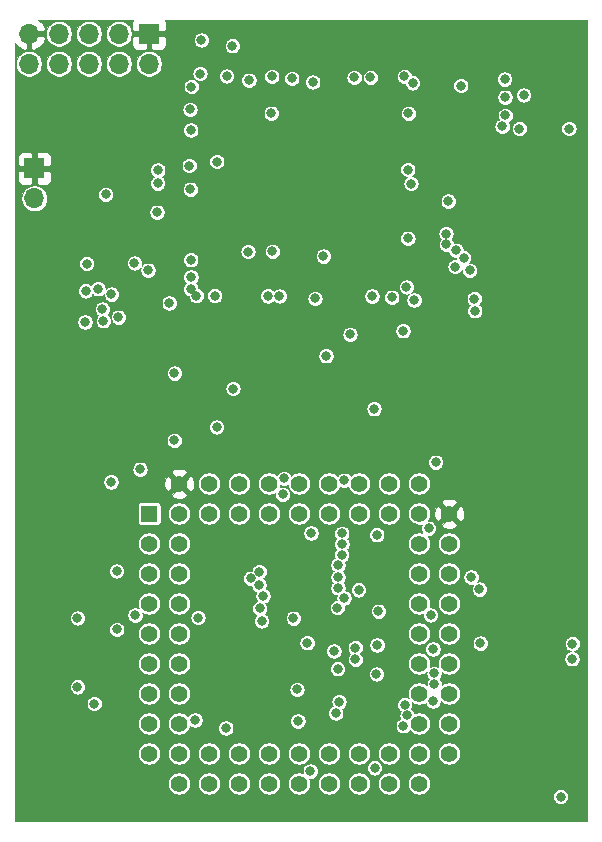
<source format=gbr>
G04 #@! TF.GenerationSoftware,KiCad,Pcbnew,(5.1.5)-3*
G04 #@! TF.CreationDate,2020-06-09T16:57:13+01:00*
G04 #@! TF.ProjectId,ElectronULA,456c6563-7472-46f6-9e55-4c412e6b6963,rev?*
G04 #@! TF.SameCoordinates,Original*
G04 #@! TF.FileFunction,Copper,L3,Inr*
G04 #@! TF.FilePolarity,Positive*
%FSLAX46Y46*%
G04 Gerber Fmt 4.6, Leading zero omitted, Abs format (unit mm)*
G04 Created by KiCad (PCBNEW (5.1.5)-3) date 2020-06-09 16:57:13*
%MOMM*%
%LPD*%
G04 APERTURE LIST*
%ADD10O,1.700000X1.700000*%
%ADD11R,1.700000X1.700000*%
%ADD12C,1.422400*%
%ADD13R,1.422400X1.422400*%
%ADD14C,0.800000*%
%ADD15C,0.100000*%
G04 APERTURE END LIST*
D10*
X131620260Y-71653400D03*
D11*
X131620260Y-69113400D03*
D10*
X131165600Y-60251340D03*
X131165600Y-57711340D03*
X133705600Y-60251340D03*
X133705600Y-57711340D03*
X136245600Y-60251340D03*
X136245600Y-57711340D03*
X138785600Y-60251340D03*
X138785600Y-57711340D03*
X141325600Y-60251340D03*
D11*
X141325600Y-57711340D03*
D12*
X166738300Y-98336100D03*
X166738300Y-100876100D03*
X166738300Y-103416100D03*
X166738300Y-105956100D03*
X166738300Y-108496100D03*
X166738300Y-111036100D03*
X166738300Y-113576100D03*
X166738300Y-116116100D03*
X164198300Y-95796100D03*
X164198300Y-100876100D03*
X164198300Y-103416100D03*
X164198300Y-105956100D03*
X164198300Y-108496100D03*
X164198300Y-111036100D03*
X164198300Y-113576100D03*
X164198300Y-116116100D03*
X164198300Y-118656100D03*
X164198300Y-121196100D03*
X161658300Y-121196100D03*
X159118300Y-121196100D03*
X156578300Y-121196100D03*
X154038300Y-121196100D03*
X151498300Y-121196100D03*
X148958300Y-121196100D03*
X146418300Y-121196100D03*
X143878300Y-121196100D03*
X166738300Y-118656100D03*
X161658300Y-118656100D03*
X159118300Y-118656100D03*
X156578300Y-118656100D03*
X154038300Y-118656100D03*
X151498300Y-118656100D03*
X148958300Y-118656100D03*
X146418300Y-118656100D03*
X143878300Y-118656100D03*
X141338300Y-118656100D03*
X141338300Y-116116100D03*
X141338300Y-113576100D03*
X141338300Y-111036100D03*
X141338300Y-108496100D03*
X141338300Y-105956100D03*
X141338300Y-103416100D03*
X141338300Y-100876100D03*
D13*
X141338300Y-98336100D03*
D12*
X143878300Y-116116100D03*
X143878300Y-113576100D03*
X143878300Y-111036100D03*
X143878300Y-108496100D03*
X143878300Y-105956100D03*
X143878300Y-103416100D03*
X143878300Y-100876100D03*
X143878300Y-98336100D03*
X161658300Y-95796100D03*
X159118300Y-95796100D03*
X156578300Y-95796100D03*
X143878300Y-95796100D03*
X146418300Y-95796100D03*
X148958300Y-95796100D03*
X151498300Y-95796100D03*
X154038300Y-95796100D03*
X164198300Y-98336100D03*
X161658300Y-98336100D03*
X159118300Y-98336100D03*
X156578300Y-98336100D03*
X146418300Y-98336100D03*
X148958300Y-98336100D03*
X151498300Y-98336100D03*
X154038300Y-98336100D03*
D14*
X153547200Y-107201000D03*
X143467200Y-92147560D03*
X153927200Y-115911000D03*
X154717199Y-109280999D03*
X169374820Y-109308900D03*
X155036520Y-99989640D03*
X148440140Y-87751920D03*
X141237200Y-77731000D03*
X156317200Y-84981000D03*
X147827198Y-116501000D03*
X160607200Y-100131000D03*
X156976190Y-109980062D03*
X160640397Y-109472038D03*
X143477200Y-86447560D03*
X144807200Y-64121000D03*
X144907200Y-62181000D03*
X145637200Y-61081000D03*
X158697200Y-61411000D03*
X160077200Y-61411000D03*
X163637200Y-61871000D03*
X177170080Y-109352078D03*
X151777700Y-76133960D03*
X149715220Y-76149200D03*
X151673560Y-64439800D03*
X153418540Y-61493400D03*
X144866360Y-65859660D03*
X144861280Y-76852780D03*
X144871440Y-78300580D03*
X144861280Y-79331820D03*
X145336260Y-79888080D03*
X146883120Y-79888082D03*
X152366980Y-79918560D03*
X151384000Y-79903320D03*
X160200340Y-79931260D03*
X163121340Y-79154020D03*
X163774120Y-80261460D03*
X163240720Y-75031600D03*
X163238180Y-69207380D03*
X163291520Y-64449960D03*
X147888960Y-61292738D03*
X145760440Y-58234580D03*
X172679360Y-65743590D03*
X176875440Y-65743590D03*
X138099800Y-95651320D03*
X145467198Y-107141510D03*
X142007221Y-72822913D03*
X138595100Y-108150660D03*
X176169320Y-122306080D03*
X165597840Y-93987620D03*
X156088080Y-76540360D03*
X138582400Y-103197660D03*
X167726360Y-62097920D03*
X173045120Y-62895480D03*
X162942210Y-61331000D03*
X136997440Y-79298800D03*
X136047480Y-77170280D03*
X147068540Y-68531740D03*
X163812220Y-99593400D03*
X132044440Y-111376460D03*
X162935920Y-119992140D03*
X160136840Y-114005360D03*
X158473140Y-116243100D03*
X157518100Y-107675680D03*
X148667200Y-111311000D03*
X147847200Y-104371000D03*
X147797200Y-100941000D03*
X154609800Y-103230680D03*
X147707200Y-97021000D03*
X147687200Y-95281000D03*
X150167340Y-93939360D03*
X145740120Y-93949520D03*
X138724640Y-97449640D03*
X160427200Y-97021000D03*
X156705300Y-91445080D03*
X152054560Y-92143580D03*
X166557960Y-94996000D03*
X161378900Y-123151900D03*
X167040560Y-122311160D03*
X139280900Y-123329700D03*
X136550400Y-120703340D03*
X147794980Y-65887600D03*
X158249620Y-65079880D03*
X160926780Y-63545720D03*
X162026600Y-71887080D03*
X161394140Y-79082900D03*
X160182560Y-76563220D03*
X158437580Y-79649320D03*
X146730720Y-77386180D03*
X148625560Y-70050660D03*
X149766020Y-89964260D03*
X146232880Y-87536020D03*
X154040840Y-87337900D03*
X153456640Y-72506840D03*
X152593040Y-72506840D03*
X149522180Y-78214220D03*
X153035000Y-75412600D03*
X176093120Y-117083840D03*
X161734500Y-117081300D03*
X156016960Y-117081300D03*
X156034740Y-107756960D03*
X161737040Y-107774740D03*
X147431760Y-109077760D03*
X151538940Y-109100620D03*
X151356060Y-100284280D03*
X151980900Y-86743540D03*
X162905440Y-73820020D03*
X163121340Y-67978020D03*
X159397700Y-58506360D03*
X150893780Y-58366660D03*
X146857720Y-63533020D03*
X159717740Y-75023980D03*
X162641280Y-76593700D03*
X176890680Y-73720960D03*
X176870360Y-70078600D03*
X175922940Y-64015620D03*
X147393660Y-71887080D03*
X164993320Y-91506040D03*
X159245300Y-86085680D03*
X154637740Y-105394760D03*
X153852880Y-111970820D03*
X148691600Y-113847880D03*
X154193240Y-63599060D03*
X154172920Y-78386940D03*
X142105380Y-63159640D03*
X166263320Y-89123520D03*
X170373040Y-117088920D03*
X169844720Y-108049060D03*
X145079720Y-104358440D03*
X145505737Y-99781762D03*
X173616620Y-120505220D03*
X132054600Y-116410740D03*
X132717540Y-122047000D03*
X136217660Y-67302380D03*
X132654040Y-63741300D03*
X176844960Y-58425080D03*
X169184320Y-59563000D03*
X176890680Y-80741520D03*
X175935640Y-75534520D03*
X176847500Y-103642160D03*
X167886380Y-69024500D03*
X166745920Y-64122300D03*
X139194540Y-88290400D03*
X138653520Y-70396100D03*
X138686540Y-72859900D03*
X154894280Y-58364120D03*
X145896945Y-91087162D03*
X172217080Y-68920360D03*
X175696880Y-68889880D03*
X134147560Y-82621120D03*
X135364258Y-78682001D03*
X135925560Y-81005680D03*
X141217200Y-79011000D03*
X167253920Y-83416140D03*
X164175440Y-81536540D03*
X169141140Y-85054440D03*
X168851580Y-83342480D03*
X159783780Y-116911120D03*
X168450260Y-87442040D03*
X168419780Y-90406220D03*
X133057900Y-84287360D03*
X132963920Y-90426540D03*
X132920740Y-98511360D03*
X133271260Y-104559100D03*
X172699680Y-80799940D03*
X172653960Y-88755220D03*
X172671740Y-97472500D03*
X172653960Y-103786940D03*
X145211800Y-115811300D03*
X140154660Y-106936540D03*
X150630870Y-104396039D03*
X150651764Y-103260149D03*
X150860760Y-107440990D03*
X153847200Y-113231000D03*
X152638760Y-96718120D03*
X149938181Y-103815161D03*
X150693120Y-106370120D03*
X150975446Y-105295669D03*
X158793180Y-109687360D03*
X157280542Y-106296504D03*
X138734800Y-81711800D03*
X137462260Y-82011520D03*
X135270240Y-107177840D03*
X135270239Y-113007139D03*
X136687560Y-114427000D03*
X157289500Y-111480600D03*
X160418780Y-119867680D03*
X135915398Y-82113120D03*
X157408880Y-114269520D03*
X157139453Y-115211532D03*
X154983180Y-120144540D03*
X157336470Y-104630443D03*
X157336470Y-103726435D03*
X152757200Y-95361000D03*
X140566140Y-94589600D03*
X135961120Y-79480390D03*
X157639794Y-101822062D03*
X157646247Y-100014177D03*
X157830520Y-105478580D03*
X159066186Y-104796238D03*
X158803340Y-110688120D03*
X157857200Y-95521000D03*
X160377200Y-89461000D03*
X158347202Y-83161000D03*
X157337560Y-102682820D03*
X157653722Y-100918158D03*
X147047200Y-91017560D03*
X177149760Y-110629700D03*
X161881820Y-80025240D03*
X169298620Y-104736900D03*
X162849560Y-116306600D03*
X166476680Y-74640440D03*
X165379400Y-114207270D03*
X167960040Y-76667360D03*
X162966400Y-114528600D03*
X167304720Y-76037440D03*
X163169600Y-115432840D03*
X166502080Y-75544680D03*
X164990780Y-99580700D03*
X162829240Y-82862420D03*
X160751520Y-106606340D03*
X168602660Y-103720900D03*
X165481000Y-112801400D03*
X167248840Y-77426010D03*
X163512500Y-70393560D03*
X165361620Y-109809280D03*
X155379420Y-80124300D03*
X165465760Y-111876840D03*
X168473120Y-77749400D03*
X165163500Y-106916220D03*
X168902380Y-81170780D03*
X166658310Y-71887080D03*
X142062200Y-70370700D03*
X151719280Y-61328300D03*
X149778720Y-61644560D03*
X148380824Y-58731282D03*
X155188920Y-61802040D03*
X137657734Y-71315990D03*
X142067280Y-69258180D03*
X144830800Y-70881240D03*
X171226480Y-65552320D03*
X171485560Y-64632840D03*
X171475400Y-63088520D03*
X171434760Y-61554360D03*
X144729200Y-68874640D03*
X138137200Y-79761000D03*
X140097200Y-77131000D03*
X137377200Y-81031000D03*
X143037200Y-80501000D03*
X160583880Y-111922560D03*
X168866820Y-80147160D03*
D15*
G36*
X140002762Y-56562242D02*
G01*
X139957581Y-56646769D01*
X139925674Y-56751953D01*
X139914900Y-56861340D01*
X139917600Y-57367840D01*
X140057100Y-57507340D01*
X141121600Y-57507340D01*
X141121600Y-57487340D01*
X141529600Y-57487340D01*
X141529600Y-57507340D01*
X142594100Y-57507340D01*
X142733600Y-57367840D01*
X142736300Y-56861340D01*
X142725526Y-56751953D01*
X142693619Y-56646769D01*
X142648807Y-56562932D01*
X178386794Y-56572256D01*
X178408831Y-124395820D01*
X129975032Y-124395820D01*
X129975131Y-122242061D01*
X175519320Y-122242061D01*
X175519320Y-122370099D01*
X175544299Y-122495678D01*
X175593298Y-122613970D01*
X175664432Y-122720431D01*
X175754969Y-122810968D01*
X175861430Y-122882102D01*
X175979722Y-122931101D01*
X176105301Y-122956080D01*
X176233339Y-122956080D01*
X176358918Y-122931101D01*
X176477210Y-122882102D01*
X176583671Y-122810968D01*
X176674208Y-122720431D01*
X176745342Y-122613970D01*
X176794341Y-122495678D01*
X176819320Y-122370099D01*
X176819320Y-122242061D01*
X176794341Y-122116482D01*
X176745342Y-121998190D01*
X176674208Y-121891729D01*
X176583671Y-121801192D01*
X176477210Y-121730058D01*
X176358918Y-121681059D01*
X176233339Y-121656080D01*
X176105301Y-121656080D01*
X175979722Y-121681059D01*
X175861430Y-121730058D01*
X175754969Y-121801192D01*
X175664432Y-121891729D01*
X175593298Y-121998190D01*
X175544299Y-122116482D01*
X175519320Y-122242061D01*
X129975131Y-122242061D01*
X129975184Y-121101430D01*
X142917100Y-121101430D01*
X142917100Y-121290770D01*
X142954038Y-121476472D01*
X143026495Y-121651399D01*
X143131687Y-121808829D01*
X143265571Y-121942713D01*
X143423001Y-122047905D01*
X143597928Y-122120362D01*
X143783630Y-122157300D01*
X143972970Y-122157300D01*
X144158672Y-122120362D01*
X144333599Y-122047905D01*
X144491029Y-121942713D01*
X144624913Y-121808829D01*
X144730105Y-121651399D01*
X144802562Y-121476472D01*
X144839500Y-121290770D01*
X144839500Y-121101430D01*
X145457100Y-121101430D01*
X145457100Y-121290770D01*
X145494038Y-121476472D01*
X145566495Y-121651399D01*
X145671687Y-121808829D01*
X145805571Y-121942713D01*
X145963001Y-122047905D01*
X146137928Y-122120362D01*
X146323630Y-122157300D01*
X146512970Y-122157300D01*
X146698672Y-122120362D01*
X146873599Y-122047905D01*
X147031029Y-121942713D01*
X147164913Y-121808829D01*
X147270105Y-121651399D01*
X147342562Y-121476472D01*
X147379500Y-121290770D01*
X147379500Y-121101430D01*
X147997100Y-121101430D01*
X147997100Y-121290770D01*
X148034038Y-121476472D01*
X148106495Y-121651399D01*
X148211687Y-121808829D01*
X148345571Y-121942713D01*
X148503001Y-122047905D01*
X148677928Y-122120362D01*
X148863630Y-122157300D01*
X149052970Y-122157300D01*
X149238672Y-122120362D01*
X149413599Y-122047905D01*
X149571029Y-121942713D01*
X149704913Y-121808829D01*
X149810105Y-121651399D01*
X149882562Y-121476472D01*
X149919500Y-121290770D01*
X149919500Y-121101430D01*
X150537100Y-121101430D01*
X150537100Y-121290770D01*
X150574038Y-121476472D01*
X150646495Y-121651399D01*
X150751687Y-121808829D01*
X150885571Y-121942713D01*
X151043001Y-122047905D01*
X151217928Y-122120362D01*
X151403630Y-122157300D01*
X151592970Y-122157300D01*
X151778672Y-122120362D01*
X151953599Y-122047905D01*
X152111029Y-121942713D01*
X152244913Y-121808829D01*
X152350105Y-121651399D01*
X152422562Y-121476472D01*
X152459500Y-121290770D01*
X152459500Y-121101430D01*
X153077100Y-121101430D01*
X153077100Y-121290770D01*
X153114038Y-121476472D01*
X153186495Y-121651399D01*
X153291687Y-121808829D01*
X153425571Y-121942713D01*
X153583001Y-122047905D01*
X153757928Y-122120362D01*
X153943630Y-122157300D01*
X154132970Y-122157300D01*
X154318672Y-122120362D01*
X154493599Y-122047905D01*
X154651029Y-121942713D01*
X154784913Y-121808829D01*
X154890105Y-121651399D01*
X154962562Y-121476472D01*
X154999500Y-121290770D01*
X154999500Y-121101430D01*
X155617100Y-121101430D01*
X155617100Y-121290770D01*
X155654038Y-121476472D01*
X155726495Y-121651399D01*
X155831687Y-121808829D01*
X155965571Y-121942713D01*
X156123001Y-122047905D01*
X156297928Y-122120362D01*
X156483630Y-122157300D01*
X156672970Y-122157300D01*
X156858672Y-122120362D01*
X157033599Y-122047905D01*
X157191029Y-121942713D01*
X157324913Y-121808829D01*
X157430105Y-121651399D01*
X157502562Y-121476472D01*
X157539500Y-121290770D01*
X157539500Y-121101430D01*
X158157100Y-121101430D01*
X158157100Y-121290770D01*
X158194038Y-121476472D01*
X158266495Y-121651399D01*
X158371687Y-121808829D01*
X158505571Y-121942713D01*
X158663001Y-122047905D01*
X158837928Y-122120362D01*
X159023630Y-122157300D01*
X159212970Y-122157300D01*
X159398672Y-122120362D01*
X159573599Y-122047905D01*
X159731029Y-121942713D01*
X159864913Y-121808829D01*
X159970105Y-121651399D01*
X160042562Y-121476472D01*
X160079500Y-121290770D01*
X160079500Y-121101430D01*
X160697100Y-121101430D01*
X160697100Y-121290770D01*
X160734038Y-121476472D01*
X160806495Y-121651399D01*
X160911687Y-121808829D01*
X161045571Y-121942713D01*
X161203001Y-122047905D01*
X161377928Y-122120362D01*
X161563630Y-122157300D01*
X161752970Y-122157300D01*
X161938672Y-122120362D01*
X162113599Y-122047905D01*
X162271029Y-121942713D01*
X162404913Y-121808829D01*
X162510105Y-121651399D01*
X162582562Y-121476472D01*
X162619500Y-121290770D01*
X162619500Y-121101430D01*
X163237100Y-121101430D01*
X163237100Y-121290770D01*
X163274038Y-121476472D01*
X163346495Y-121651399D01*
X163451687Y-121808829D01*
X163585571Y-121942713D01*
X163743001Y-122047905D01*
X163917928Y-122120362D01*
X164103630Y-122157300D01*
X164292970Y-122157300D01*
X164478672Y-122120362D01*
X164653599Y-122047905D01*
X164811029Y-121942713D01*
X164944913Y-121808829D01*
X165050105Y-121651399D01*
X165122562Y-121476472D01*
X165159500Y-121290770D01*
X165159500Y-121101430D01*
X165122562Y-120915728D01*
X165050105Y-120740801D01*
X164944913Y-120583371D01*
X164811029Y-120449487D01*
X164653599Y-120344295D01*
X164478672Y-120271838D01*
X164292970Y-120234900D01*
X164103630Y-120234900D01*
X163917928Y-120271838D01*
X163743001Y-120344295D01*
X163585571Y-120449487D01*
X163451687Y-120583371D01*
X163346495Y-120740801D01*
X163274038Y-120915728D01*
X163237100Y-121101430D01*
X162619500Y-121101430D01*
X162582562Y-120915728D01*
X162510105Y-120740801D01*
X162404913Y-120583371D01*
X162271029Y-120449487D01*
X162113599Y-120344295D01*
X161938672Y-120271838D01*
X161752970Y-120234900D01*
X161563630Y-120234900D01*
X161377928Y-120271838D01*
X161203001Y-120344295D01*
X161045571Y-120449487D01*
X160911687Y-120583371D01*
X160806495Y-120740801D01*
X160734038Y-120915728D01*
X160697100Y-121101430D01*
X160079500Y-121101430D01*
X160042562Y-120915728D01*
X159970105Y-120740801D01*
X159864913Y-120583371D01*
X159731029Y-120449487D01*
X159573599Y-120344295D01*
X159398672Y-120271838D01*
X159212970Y-120234900D01*
X159023630Y-120234900D01*
X158837928Y-120271838D01*
X158663001Y-120344295D01*
X158505571Y-120449487D01*
X158371687Y-120583371D01*
X158266495Y-120740801D01*
X158194038Y-120915728D01*
X158157100Y-121101430D01*
X157539500Y-121101430D01*
X157502562Y-120915728D01*
X157430105Y-120740801D01*
X157324913Y-120583371D01*
X157191029Y-120449487D01*
X157033599Y-120344295D01*
X156858672Y-120271838D01*
X156672970Y-120234900D01*
X156483630Y-120234900D01*
X156297928Y-120271838D01*
X156123001Y-120344295D01*
X155965571Y-120449487D01*
X155831687Y-120583371D01*
X155726495Y-120740801D01*
X155654038Y-120915728D01*
X155617100Y-121101430D01*
X154999500Y-121101430D01*
X154962562Y-120915728D01*
X154911754Y-120793067D01*
X154919161Y-120794540D01*
X155047199Y-120794540D01*
X155172778Y-120769561D01*
X155291070Y-120720562D01*
X155397531Y-120649428D01*
X155488068Y-120558891D01*
X155559202Y-120452430D01*
X155608201Y-120334138D01*
X155633180Y-120208559D01*
X155633180Y-120080521D01*
X155608201Y-119954942D01*
X155559202Y-119836650D01*
X155537160Y-119803661D01*
X159768780Y-119803661D01*
X159768780Y-119931699D01*
X159793759Y-120057278D01*
X159842758Y-120175570D01*
X159913892Y-120282031D01*
X160004429Y-120372568D01*
X160110890Y-120443702D01*
X160229182Y-120492701D01*
X160354761Y-120517680D01*
X160482799Y-120517680D01*
X160608378Y-120492701D01*
X160726670Y-120443702D01*
X160833131Y-120372568D01*
X160923668Y-120282031D01*
X160994802Y-120175570D01*
X161043801Y-120057278D01*
X161068780Y-119931699D01*
X161068780Y-119803661D01*
X161043801Y-119678082D01*
X160994802Y-119559790D01*
X160923668Y-119453329D01*
X160833131Y-119362792D01*
X160726670Y-119291658D01*
X160608378Y-119242659D01*
X160482799Y-119217680D01*
X160354761Y-119217680D01*
X160229182Y-119242659D01*
X160110890Y-119291658D01*
X160004429Y-119362792D01*
X159913892Y-119453329D01*
X159842758Y-119559790D01*
X159793759Y-119678082D01*
X159768780Y-119803661D01*
X155537160Y-119803661D01*
X155488068Y-119730189D01*
X155397531Y-119639652D01*
X155291070Y-119568518D01*
X155172778Y-119519519D01*
X155047199Y-119494540D01*
X154919161Y-119494540D01*
X154793582Y-119519519D01*
X154675290Y-119568518D01*
X154568829Y-119639652D01*
X154478292Y-119730189D01*
X154407158Y-119836650D01*
X154358159Y-119954942D01*
X154333180Y-120080521D01*
X154333180Y-120208559D01*
X154348200Y-120284069D01*
X154318672Y-120271838D01*
X154132970Y-120234900D01*
X153943630Y-120234900D01*
X153757928Y-120271838D01*
X153583001Y-120344295D01*
X153425571Y-120449487D01*
X153291687Y-120583371D01*
X153186495Y-120740801D01*
X153114038Y-120915728D01*
X153077100Y-121101430D01*
X152459500Y-121101430D01*
X152422562Y-120915728D01*
X152350105Y-120740801D01*
X152244913Y-120583371D01*
X152111029Y-120449487D01*
X151953599Y-120344295D01*
X151778672Y-120271838D01*
X151592970Y-120234900D01*
X151403630Y-120234900D01*
X151217928Y-120271838D01*
X151043001Y-120344295D01*
X150885571Y-120449487D01*
X150751687Y-120583371D01*
X150646495Y-120740801D01*
X150574038Y-120915728D01*
X150537100Y-121101430D01*
X149919500Y-121101430D01*
X149882562Y-120915728D01*
X149810105Y-120740801D01*
X149704913Y-120583371D01*
X149571029Y-120449487D01*
X149413599Y-120344295D01*
X149238672Y-120271838D01*
X149052970Y-120234900D01*
X148863630Y-120234900D01*
X148677928Y-120271838D01*
X148503001Y-120344295D01*
X148345571Y-120449487D01*
X148211687Y-120583371D01*
X148106495Y-120740801D01*
X148034038Y-120915728D01*
X147997100Y-121101430D01*
X147379500Y-121101430D01*
X147342562Y-120915728D01*
X147270105Y-120740801D01*
X147164913Y-120583371D01*
X147031029Y-120449487D01*
X146873599Y-120344295D01*
X146698672Y-120271838D01*
X146512970Y-120234900D01*
X146323630Y-120234900D01*
X146137928Y-120271838D01*
X145963001Y-120344295D01*
X145805571Y-120449487D01*
X145671687Y-120583371D01*
X145566495Y-120740801D01*
X145494038Y-120915728D01*
X145457100Y-121101430D01*
X144839500Y-121101430D01*
X144802562Y-120915728D01*
X144730105Y-120740801D01*
X144624913Y-120583371D01*
X144491029Y-120449487D01*
X144333599Y-120344295D01*
X144158672Y-120271838D01*
X143972970Y-120234900D01*
X143783630Y-120234900D01*
X143597928Y-120271838D01*
X143423001Y-120344295D01*
X143265571Y-120449487D01*
X143131687Y-120583371D01*
X143026495Y-120740801D01*
X142954038Y-120915728D01*
X142917100Y-121101430D01*
X129975184Y-121101430D01*
X129975302Y-118561430D01*
X140377100Y-118561430D01*
X140377100Y-118750770D01*
X140414038Y-118936472D01*
X140486495Y-119111399D01*
X140591687Y-119268829D01*
X140725571Y-119402713D01*
X140883001Y-119507905D01*
X141057928Y-119580362D01*
X141243630Y-119617300D01*
X141432970Y-119617300D01*
X141618672Y-119580362D01*
X141793599Y-119507905D01*
X141951029Y-119402713D01*
X142084913Y-119268829D01*
X142190105Y-119111399D01*
X142262562Y-118936472D01*
X142299500Y-118750770D01*
X142299500Y-118561430D01*
X142917100Y-118561430D01*
X142917100Y-118750770D01*
X142954038Y-118936472D01*
X143026495Y-119111399D01*
X143131687Y-119268829D01*
X143265571Y-119402713D01*
X143423001Y-119507905D01*
X143597928Y-119580362D01*
X143783630Y-119617300D01*
X143972970Y-119617300D01*
X144158672Y-119580362D01*
X144333599Y-119507905D01*
X144491029Y-119402713D01*
X144624913Y-119268829D01*
X144730105Y-119111399D01*
X144802562Y-118936472D01*
X144839500Y-118750770D01*
X144839500Y-118561430D01*
X145457100Y-118561430D01*
X145457100Y-118750770D01*
X145494038Y-118936472D01*
X145566495Y-119111399D01*
X145671687Y-119268829D01*
X145805571Y-119402713D01*
X145963001Y-119507905D01*
X146137928Y-119580362D01*
X146323630Y-119617300D01*
X146512970Y-119617300D01*
X146698672Y-119580362D01*
X146873599Y-119507905D01*
X147031029Y-119402713D01*
X147164913Y-119268829D01*
X147270105Y-119111399D01*
X147342562Y-118936472D01*
X147379500Y-118750770D01*
X147379500Y-118561430D01*
X147997100Y-118561430D01*
X147997100Y-118750770D01*
X148034038Y-118936472D01*
X148106495Y-119111399D01*
X148211687Y-119268829D01*
X148345571Y-119402713D01*
X148503001Y-119507905D01*
X148677928Y-119580362D01*
X148863630Y-119617300D01*
X149052970Y-119617300D01*
X149238672Y-119580362D01*
X149413599Y-119507905D01*
X149571029Y-119402713D01*
X149704913Y-119268829D01*
X149810105Y-119111399D01*
X149882562Y-118936472D01*
X149919500Y-118750770D01*
X149919500Y-118561430D01*
X150537100Y-118561430D01*
X150537100Y-118750770D01*
X150574038Y-118936472D01*
X150646495Y-119111399D01*
X150751687Y-119268829D01*
X150885571Y-119402713D01*
X151043001Y-119507905D01*
X151217928Y-119580362D01*
X151403630Y-119617300D01*
X151592970Y-119617300D01*
X151778672Y-119580362D01*
X151953599Y-119507905D01*
X152111029Y-119402713D01*
X152244913Y-119268829D01*
X152350105Y-119111399D01*
X152422562Y-118936472D01*
X152459500Y-118750770D01*
X152459500Y-118561430D01*
X153077100Y-118561430D01*
X153077100Y-118750770D01*
X153114038Y-118936472D01*
X153186495Y-119111399D01*
X153291687Y-119268829D01*
X153425571Y-119402713D01*
X153583001Y-119507905D01*
X153757928Y-119580362D01*
X153943630Y-119617300D01*
X154132970Y-119617300D01*
X154318672Y-119580362D01*
X154493599Y-119507905D01*
X154651029Y-119402713D01*
X154784913Y-119268829D01*
X154890105Y-119111399D01*
X154962562Y-118936472D01*
X154999500Y-118750770D01*
X154999500Y-118561430D01*
X155617100Y-118561430D01*
X155617100Y-118750770D01*
X155654038Y-118936472D01*
X155726495Y-119111399D01*
X155831687Y-119268829D01*
X155965571Y-119402713D01*
X156123001Y-119507905D01*
X156297928Y-119580362D01*
X156483630Y-119617300D01*
X156672970Y-119617300D01*
X156858672Y-119580362D01*
X157033599Y-119507905D01*
X157191029Y-119402713D01*
X157324913Y-119268829D01*
X157430105Y-119111399D01*
X157502562Y-118936472D01*
X157539500Y-118750770D01*
X157539500Y-118561430D01*
X158157100Y-118561430D01*
X158157100Y-118750770D01*
X158194038Y-118936472D01*
X158266495Y-119111399D01*
X158371687Y-119268829D01*
X158505571Y-119402713D01*
X158663001Y-119507905D01*
X158837928Y-119580362D01*
X159023630Y-119617300D01*
X159212970Y-119617300D01*
X159398672Y-119580362D01*
X159573599Y-119507905D01*
X159731029Y-119402713D01*
X159864913Y-119268829D01*
X159970105Y-119111399D01*
X160042562Y-118936472D01*
X160079500Y-118750770D01*
X160079500Y-118561430D01*
X160697100Y-118561430D01*
X160697100Y-118750770D01*
X160734038Y-118936472D01*
X160806495Y-119111399D01*
X160911687Y-119268829D01*
X161045571Y-119402713D01*
X161203001Y-119507905D01*
X161377928Y-119580362D01*
X161563630Y-119617300D01*
X161752970Y-119617300D01*
X161938672Y-119580362D01*
X162113599Y-119507905D01*
X162271029Y-119402713D01*
X162404913Y-119268829D01*
X162510105Y-119111399D01*
X162582562Y-118936472D01*
X162619500Y-118750770D01*
X162619500Y-118561430D01*
X163237100Y-118561430D01*
X163237100Y-118750770D01*
X163274038Y-118936472D01*
X163346495Y-119111399D01*
X163451687Y-119268829D01*
X163585571Y-119402713D01*
X163743001Y-119507905D01*
X163917928Y-119580362D01*
X164103630Y-119617300D01*
X164292970Y-119617300D01*
X164478672Y-119580362D01*
X164653599Y-119507905D01*
X164811029Y-119402713D01*
X164944913Y-119268829D01*
X165050105Y-119111399D01*
X165122562Y-118936472D01*
X165159500Y-118750770D01*
X165159500Y-118561430D01*
X165777100Y-118561430D01*
X165777100Y-118750770D01*
X165814038Y-118936472D01*
X165886495Y-119111399D01*
X165991687Y-119268829D01*
X166125571Y-119402713D01*
X166283001Y-119507905D01*
X166457928Y-119580362D01*
X166643630Y-119617300D01*
X166832970Y-119617300D01*
X167018672Y-119580362D01*
X167193599Y-119507905D01*
X167351029Y-119402713D01*
X167484913Y-119268829D01*
X167590105Y-119111399D01*
X167662562Y-118936472D01*
X167699500Y-118750770D01*
X167699500Y-118561430D01*
X167662562Y-118375728D01*
X167590105Y-118200801D01*
X167484913Y-118043371D01*
X167351029Y-117909487D01*
X167193599Y-117804295D01*
X167018672Y-117731838D01*
X166832970Y-117694900D01*
X166643630Y-117694900D01*
X166457928Y-117731838D01*
X166283001Y-117804295D01*
X166125571Y-117909487D01*
X165991687Y-118043371D01*
X165886495Y-118200801D01*
X165814038Y-118375728D01*
X165777100Y-118561430D01*
X165159500Y-118561430D01*
X165122562Y-118375728D01*
X165050105Y-118200801D01*
X164944913Y-118043371D01*
X164811029Y-117909487D01*
X164653599Y-117804295D01*
X164478672Y-117731838D01*
X164292970Y-117694900D01*
X164103630Y-117694900D01*
X163917928Y-117731838D01*
X163743001Y-117804295D01*
X163585571Y-117909487D01*
X163451687Y-118043371D01*
X163346495Y-118200801D01*
X163274038Y-118375728D01*
X163237100Y-118561430D01*
X162619500Y-118561430D01*
X162582562Y-118375728D01*
X162510105Y-118200801D01*
X162404913Y-118043371D01*
X162271029Y-117909487D01*
X162113599Y-117804295D01*
X161938672Y-117731838D01*
X161752970Y-117694900D01*
X161563630Y-117694900D01*
X161377928Y-117731838D01*
X161203001Y-117804295D01*
X161045571Y-117909487D01*
X160911687Y-118043371D01*
X160806495Y-118200801D01*
X160734038Y-118375728D01*
X160697100Y-118561430D01*
X160079500Y-118561430D01*
X160042562Y-118375728D01*
X159970105Y-118200801D01*
X159864913Y-118043371D01*
X159731029Y-117909487D01*
X159573599Y-117804295D01*
X159398672Y-117731838D01*
X159212970Y-117694900D01*
X159023630Y-117694900D01*
X158837928Y-117731838D01*
X158663001Y-117804295D01*
X158505571Y-117909487D01*
X158371687Y-118043371D01*
X158266495Y-118200801D01*
X158194038Y-118375728D01*
X158157100Y-118561430D01*
X157539500Y-118561430D01*
X157502562Y-118375728D01*
X157430105Y-118200801D01*
X157324913Y-118043371D01*
X157191029Y-117909487D01*
X157033599Y-117804295D01*
X156858672Y-117731838D01*
X156672970Y-117694900D01*
X156483630Y-117694900D01*
X156297928Y-117731838D01*
X156123001Y-117804295D01*
X155965571Y-117909487D01*
X155831687Y-118043371D01*
X155726495Y-118200801D01*
X155654038Y-118375728D01*
X155617100Y-118561430D01*
X154999500Y-118561430D01*
X154962562Y-118375728D01*
X154890105Y-118200801D01*
X154784913Y-118043371D01*
X154651029Y-117909487D01*
X154493599Y-117804295D01*
X154318672Y-117731838D01*
X154132970Y-117694900D01*
X153943630Y-117694900D01*
X153757928Y-117731838D01*
X153583001Y-117804295D01*
X153425571Y-117909487D01*
X153291687Y-118043371D01*
X153186495Y-118200801D01*
X153114038Y-118375728D01*
X153077100Y-118561430D01*
X152459500Y-118561430D01*
X152422562Y-118375728D01*
X152350105Y-118200801D01*
X152244913Y-118043371D01*
X152111029Y-117909487D01*
X151953599Y-117804295D01*
X151778672Y-117731838D01*
X151592970Y-117694900D01*
X151403630Y-117694900D01*
X151217928Y-117731838D01*
X151043001Y-117804295D01*
X150885571Y-117909487D01*
X150751687Y-118043371D01*
X150646495Y-118200801D01*
X150574038Y-118375728D01*
X150537100Y-118561430D01*
X149919500Y-118561430D01*
X149882562Y-118375728D01*
X149810105Y-118200801D01*
X149704913Y-118043371D01*
X149571029Y-117909487D01*
X149413599Y-117804295D01*
X149238672Y-117731838D01*
X149052970Y-117694900D01*
X148863630Y-117694900D01*
X148677928Y-117731838D01*
X148503001Y-117804295D01*
X148345571Y-117909487D01*
X148211687Y-118043371D01*
X148106495Y-118200801D01*
X148034038Y-118375728D01*
X147997100Y-118561430D01*
X147379500Y-118561430D01*
X147342562Y-118375728D01*
X147270105Y-118200801D01*
X147164913Y-118043371D01*
X147031029Y-117909487D01*
X146873599Y-117804295D01*
X146698672Y-117731838D01*
X146512970Y-117694900D01*
X146323630Y-117694900D01*
X146137928Y-117731838D01*
X145963001Y-117804295D01*
X145805571Y-117909487D01*
X145671687Y-118043371D01*
X145566495Y-118200801D01*
X145494038Y-118375728D01*
X145457100Y-118561430D01*
X144839500Y-118561430D01*
X144802562Y-118375728D01*
X144730105Y-118200801D01*
X144624913Y-118043371D01*
X144491029Y-117909487D01*
X144333599Y-117804295D01*
X144158672Y-117731838D01*
X143972970Y-117694900D01*
X143783630Y-117694900D01*
X143597928Y-117731838D01*
X143423001Y-117804295D01*
X143265571Y-117909487D01*
X143131687Y-118043371D01*
X143026495Y-118200801D01*
X142954038Y-118375728D01*
X142917100Y-118561430D01*
X142299500Y-118561430D01*
X142262562Y-118375728D01*
X142190105Y-118200801D01*
X142084913Y-118043371D01*
X141951029Y-117909487D01*
X141793599Y-117804295D01*
X141618672Y-117731838D01*
X141432970Y-117694900D01*
X141243630Y-117694900D01*
X141057928Y-117731838D01*
X140883001Y-117804295D01*
X140725571Y-117909487D01*
X140591687Y-118043371D01*
X140486495Y-118200801D01*
X140414038Y-118375728D01*
X140377100Y-118561430D01*
X129975302Y-118561430D01*
X129975420Y-116021430D01*
X140377100Y-116021430D01*
X140377100Y-116210770D01*
X140414038Y-116396472D01*
X140486495Y-116571399D01*
X140591687Y-116728829D01*
X140725571Y-116862713D01*
X140883001Y-116967905D01*
X141057928Y-117040362D01*
X141243630Y-117077300D01*
X141432970Y-117077300D01*
X141618672Y-117040362D01*
X141793599Y-116967905D01*
X141951029Y-116862713D01*
X142084913Y-116728829D01*
X142190105Y-116571399D01*
X142262562Y-116396472D01*
X142299500Y-116210770D01*
X142299500Y-116021430D01*
X142917100Y-116021430D01*
X142917100Y-116210770D01*
X142954038Y-116396472D01*
X143026495Y-116571399D01*
X143131687Y-116728829D01*
X143265571Y-116862713D01*
X143423001Y-116967905D01*
X143597928Y-117040362D01*
X143783630Y-117077300D01*
X143972970Y-117077300D01*
X144158672Y-117040362D01*
X144333599Y-116967905D01*
X144491029Y-116862713D01*
X144624913Y-116728829D01*
X144730105Y-116571399D01*
X144802562Y-116396472D01*
X144816058Y-116328622D01*
X144903910Y-116387322D01*
X145022202Y-116436321D01*
X145147781Y-116461300D01*
X145275819Y-116461300D01*
X145398079Y-116436981D01*
X147177198Y-116436981D01*
X147177198Y-116565019D01*
X147202177Y-116690598D01*
X147251176Y-116808890D01*
X147322310Y-116915351D01*
X147412847Y-117005888D01*
X147519308Y-117077022D01*
X147637600Y-117126021D01*
X147763179Y-117151000D01*
X147891217Y-117151000D01*
X148016796Y-117126021D01*
X148135088Y-117077022D01*
X148241549Y-117005888D01*
X148332086Y-116915351D01*
X148403220Y-116808890D01*
X148452219Y-116690598D01*
X148477198Y-116565019D01*
X148477198Y-116436981D01*
X148452219Y-116311402D01*
X148403220Y-116193110D01*
X148332086Y-116086649D01*
X148241549Y-115996112D01*
X148135088Y-115924978D01*
X148016796Y-115875979D01*
X147891217Y-115851000D01*
X147763179Y-115851000D01*
X147637600Y-115875979D01*
X147519308Y-115924978D01*
X147412847Y-115996112D01*
X147322310Y-116086649D01*
X147251176Y-116193110D01*
X147202177Y-116311402D01*
X147177198Y-116436981D01*
X145398079Y-116436981D01*
X145401398Y-116436321D01*
X145519690Y-116387322D01*
X145626151Y-116316188D01*
X145716688Y-116225651D01*
X145787822Y-116119190D01*
X145836821Y-116000898D01*
X145861800Y-115875319D01*
X145861800Y-115846981D01*
X153277200Y-115846981D01*
X153277200Y-115975019D01*
X153302179Y-116100598D01*
X153351178Y-116218890D01*
X153422312Y-116325351D01*
X153512849Y-116415888D01*
X153619310Y-116487022D01*
X153737602Y-116536021D01*
X153863181Y-116561000D01*
X153991219Y-116561000D01*
X154116798Y-116536021D01*
X154235090Y-116487022D01*
X154341551Y-116415888D01*
X154432088Y-116325351D01*
X154487392Y-116242581D01*
X162199560Y-116242581D01*
X162199560Y-116370619D01*
X162224539Y-116496198D01*
X162273538Y-116614490D01*
X162344672Y-116720951D01*
X162435209Y-116811488D01*
X162541670Y-116882622D01*
X162659962Y-116931621D01*
X162785541Y-116956600D01*
X162913579Y-116956600D01*
X163039158Y-116931621D01*
X163157450Y-116882622D01*
X163263911Y-116811488D01*
X163354448Y-116720951D01*
X163400435Y-116652126D01*
X163451687Y-116728829D01*
X163585571Y-116862713D01*
X163743001Y-116967905D01*
X163917928Y-117040362D01*
X164103630Y-117077300D01*
X164292970Y-117077300D01*
X164478672Y-117040362D01*
X164653599Y-116967905D01*
X164811029Y-116862713D01*
X164944913Y-116728829D01*
X165050105Y-116571399D01*
X165122562Y-116396472D01*
X165159500Y-116210770D01*
X165159500Y-116021430D01*
X165777100Y-116021430D01*
X165777100Y-116210770D01*
X165814038Y-116396472D01*
X165886495Y-116571399D01*
X165991687Y-116728829D01*
X166125571Y-116862713D01*
X166283001Y-116967905D01*
X166457928Y-117040362D01*
X166643630Y-117077300D01*
X166832970Y-117077300D01*
X167018672Y-117040362D01*
X167193599Y-116967905D01*
X167351029Y-116862713D01*
X167484913Y-116728829D01*
X167590105Y-116571399D01*
X167662562Y-116396472D01*
X167699500Y-116210770D01*
X167699500Y-116021430D01*
X167662562Y-115835728D01*
X167590105Y-115660801D01*
X167484913Y-115503371D01*
X167351029Y-115369487D01*
X167193599Y-115264295D01*
X167018672Y-115191838D01*
X166832970Y-115154900D01*
X166643630Y-115154900D01*
X166457928Y-115191838D01*
X166283001Y-115264295D01*
X166125571Y-115369487D01*
X165991687Y-115503371D01*
X165886495Y-115660801D01*
X165814038Y-115835728D01*
X165777100Y-116021430D01*
X165159500Y-116021430D01*
X165122562Y-115835728D01*
X165050105Y-115660801D01*
X164944913Y-115503371D01*
X164811029Y-115369487D01*
X164653599Y-115264295D01*
X164478672Y-115191838D01*
X164292970Y-115154900D01*
X164103630Y-115154900D01*
X163917928Y-115191838D01*
X163794505Y-115242961D01*
X163745622Y-115124950D01*
X163674488Y-115018489D01*
X163583951Y-114927952D01*
X163512990Y-114880538D01*
X163542422Y-114836490D01*
X163591421Y-114718198D01*
X163616400Y-114592619D01*
X163616400Y-114464581D01*
X163591421Y-114339002D01*
X163584039Y-114321181D01*
X163585571Y-114322713D01*
X163743001Y-114427905D01*
X163917928Y-114500362D01*
X164103630Y-114537300D01*
X164292970Y-114537300D01*
X164478672Y-114500362D01*
X164653599Y-114427905D01*
X164748005Y-114364824D01*
X164754379Y-114396868D01*
X164803378Y-114515160D01*
X164874512Y-114621621D01*
X164965049Y-114712158D01*
X165071510Y-114783292D01*
X165189802Y-114832291D01*
X165315381Y-114857270D01*
X165443419Y-114857270D01*
X165568998Y-114832291D01*
X165687290Y-114783292D01*
X165793751Y-114712158D01*
X165884288Y-114621621D01*
X165955422Y-114515160D01*
X166004421Y-114396868D01*
X166029400Y-114271289D01*
X166029400Y-114226542D01*
X166125571Y-114322713D01*
X166283001Y-114427905D01*
X166457928Y-114500362D01*
X166643630Y-114537300D01*
X166832970Y-114537300D01*
X167018672Y-114500362D01*
X167193599Y-114427905D01*
X167351029Y-114322713D01*
X167484913Y-114188829D01*
X167590105Y-114031399D01*
X167662562Y-113856472D01*
X167699500Y-113670770D01*
X167699500Y-113481430D01*
X167662562Y-113295728D01*
X167590105Y-113120801D01*
X167484913Y-112963371D01*
X167351029Y-112829487D01*
X167193599Y-112724295D01*
X167018672Y-112651838D01*
X166832970Y-112614900D01*
X166643630Y-112614900D01*
X166457928Y-112651838D01*
X166283001Y-112724295D01*
X166131000Y-112825859D01*
X166131000Y-112737381D01*
X166106021Y-112611802D01*
X166057022Y-112493510D01*
X165985888Y-112387049D01*
X165930339Y-112331500D01*
X165970648Y-112291191D01*
X166041782Y-112184730D01*
X166090781Y-112066438D01*
X166115760Y-111940859D01*
X166115760Y-111812821D01*
X166105848Y-111762990D01*
X166125571Y-111782713D01*
X166283001Y-111887905D01*
X166457928Y-111960362D01*
X166643630Y-111997300D01*
X166832970Y-111997300D01*
X167018672Y-111960362D01*
X167193599Y-111887905D01*
X167351029Y-111782713D01*
X167484913Y-111648829D01*
X167590105Y-111491399D01*
X167662562Y-111316472D01*
X167699500Y-111130770D01*
X167699500Y-110941430D01*
X167662562Y-110755728D01*
X167590105Y-110580801D01*
X167580003Y-110565681D01*
X176499760Y-110565681D01*
X176499760Y-110693719D01*
X176524739Y-110819298D01*
X176573738Y-110937590D01*
X176644872Y-111044051D01*
X176735409Y-111134588D01*
X176841870Y-111205722D01*
X176960162Y-111254721D01*
X177085741Y-111279700D01*
X177213779Y-111279700D01*
X177339358Y-111254721D01*
X177457650Y-111205722D01*
X177564111Y-111134588D01*
X177654648Y-111044051D01*
X177725782Y-110937590D01*
X177774781Y-110819298D01*
X177799760Y-110693719D01*
X177799760Y-110565681D01*
X177774781Y-110440102D01*
X177725782Y-110321810D01*
X177654648Y-110215349D01*
X177564111Y-110124812D01*
X177457650Y-110053678D01*
X177339358Y-110004679D01*
X177280190Y-109992910D01*
X177359678Y-109977099D01*
X177477970Y-109928100D01*
X177584431Y-109856966D01*
X177674968Y-109766429D01*
X177746102Y-109659968D01*
X177795101Y-109541676D01*
X177820080Y-109416097D01*
X177820080Y-109288059D01*
X177795101Y-109162480D01*
X177746102Y-109044188D01*
X177674968Y-108937727D01*
X177584431Y-108847190D01*
X177477970Y-108776056D01*
X177359678Y-108727057D01*
X177234099Y-108702078D01*
X177106061Y-108702078D01*
X176980482Y-108727057D01*
X176862190Y-108776056D01*
X176755729Y-108847190D01*
X176665192Y-108937727D01*
X176594058Y-109044188D01*
X176545059Y-109162480D01*
X176520080Y-109288059D01*
X176520080Y-109416097D01*
X176545059Y-109541676D01*
X176594058Y-109659968D01*
X176665192Y-109766429D01*
X176755729Y-109856966D01*
X176862190Y-109928100D01*
X176980482Y-109977099D01*
X177039650Y-109988868D01*
X176960162Y-110004679D01*
X176841870Y-110053678D01*
X176735409Y-110124812D01*
X176644872Y-110215349D01*
X176573738Y-110321810D01*
X176524739Y-110440102D01*
X176499760Y-110565681D01*
X167580003Y-110565681D01*
X167484913Y-110423371D01*
X167351029Y-110289487D01*
X167193599Y-110184295D01*
X167018672Y-110111838D01*
X166832970Y-110074900D01*
X166643630Y-110074900D01*
X166457928Y-110111838D01*
X166283001Y-110184295D01*
X166125571Y-110289487D01*
X165991687Y-110423371D01*
X165886495Y-110580801D01*
X165814038Y-110755728D01*
X165777100Y-110941430D01*
X165777100Y-111130770D01*
X165814038Y-111316472D01*
X165820528Y-111332141D01*
X165773650Y-111300818D01*
X165655358Y-111251819D01*
X165529779Y-111226840D01*
X165401741Y-111226840D01*
X165276162Y-111251819D01*
X165157870Y-111300818D01*
X165118016Y-111327447D01*
X165122562Y-111316472D01*
X165159500Y-111130770D01*
X165159500Y-110941430D01*
X165122562Y-110755728D01*
X165050105Y-110580801D01*
X164944913Y-110423371D01*
X164811029Y-110289487D01*
X164653599Y-110184295D01*
X164478672Y-110111838D01*
X164292970Y-110074900D01*
X164103630Y-110074900D01*
X163917928Y-110111838D01*
X163743001Y-110184295D01*
X163585571Y-110289487D01*
X163451687Y-110423371D01*
X163346495Y-110580801D01*
X163274038Y-110755728D01*
X163237100Y-110941430D01*
X163237100Y-111130770D01*
X163274038Y-111316472D01*
X163346495Y-111491399D01*
X163451687Y-111648829D01*
X163585571Y-111782713D01*
X163743001Y-111887905D01*
X163917928Y-111960362D01*
X164103630Y-111997300D01*
X164292970Y-111997300D01*
X164478672Y-111960362D01*
X164653599Y-111887905D01*
X164811029Y-111782713D01*
X164824411Y-111769331D01*
X164815760Y-111812821D01*
X164815760Y-111940859D01*
X164840739Y-112066438D01*
X164889738Y-112184730D01*
X164960872Y-112291191D01*
X165016421Y-112346740D01*
X164976112Y-112387049D01*
X164904978Y-112493510D01*
X164855979Y-112611802D01*
X164831000Y-112737381D01*
X164831000Y-112849458D01*
X164811029Y-112829487D01*
X164653599Y-112724295D01*
X164478672Y-112651838D01*
X164292970Y-112614900D01*
X164103630Y-112614900D01*
X163917928Y-112651838D01*
X163743001Y-112724295D01*
X163585571Y-112829487D01*
X163451687Y-112963371D01*
X163346495Y-113120801D01*
X163274038Y-113295728D01*
X163237100Y-113481430D01*
X163237100Y-113670770D01*
X163274038Y-113856472D01*
X163328984Y-113989123D01*
X163274290Y-113952578D01*
X163155998Y-113903579D01*
X163030419Y-113878600D01*
X162902381Y-113878600D01*
X162776802Y-113903579D01*
X162658510Y-113952578D01*
X162552049Y-114023712D01*
X162461512Y-114114249D01*
X162390378Y-114220710D01*
X162341379Y-114339002D01*
X162316400Y-114464581D01*
X162316400Y-114592619D01*
X162341379Y-114718198D01*
X162390378Y-114836490D01*
X162461512Y-114942951D01*
X162552049Y-115033488D01*
X162623010Y-115080902D01*
X162593578Y-115124950D01*
X162544579Y-115243242D01*
X162519600Y-115368821D01*
X162519600Y-115496859D01*
X162544579Y-115622438D01*
X162582387Y-115713712D01*
X162541670Y-115730578D01*
X162435209Y-115801712D01*
X162344672Y-115892249D01*
X162273538Y-115998710D01*
X162224539Y-116117002D01*
X162199560Y-116242581D01*
X154487392Y-116242581D01*
X154503222Y-116218890D01*
X154552221Y-116100598D01*
X154577200Y-115975019D01*
X154577200Y-115846981D01*
X154552221Y-115721402D01*
X154503222Y-115603110D01*
X154432088Y-115496649D01*
X154341551Y-115406112D01*
X154235090Y-115334978D01*
X154116798Y-115285979D01*
X153991219Y-115261000D01*
X153863181Y-115261000D01*
X153737602Y-115285979D01*
X153619310Y-115334978D01*
X153512849Y-115406112D01*
X153422312Y-115496649D01*
X153351178Y-115603110D01*
X153302179Y-115721402D01*
X153277200Y-115846981D01*
X145861800Y-115846981D01*
X145861800Y-115747281D01*
X145836821Y-115621702D01*
X145787822Y-115503410D01*
X145716688Y-115396949D01*
X145626151Y-115306412D01*
X145519690Y-115235278D01*
X145401398Y-115186279D01*
X145275819Y-115161300D01*
X145147781Y-115161300D01*
X145022202Y-115186279D01*
X144903910Y-115235278D01*
X144797449Y-115306412D01*
X144706912Y-115396949D01*
X144635778Y-115503410D01*
X144631630Y-115513424D01*
X144624913Y-115503371D01*
X144491029Y-115369487D01*
X144333599Y-115264295D01*
X144158672Y-115191838D01*
X143972970Y-115154900D01*
X143783630Y-115154900D01*
X143597928Y-115191838D01*
X143423001Y-115264295D01*
X143265571Y-115369487D01*
X143131687Y-115503371D01*
X143026495Y-115660801D01*
X142954038Y-115835728D01*
X142917100Y-116021430D01*
X142299500Y-116021430D01*
X142262562Y-115835728D01*
X142190105Y-115660801D01*
X142084913Y-115503371D01*
X141951029Y-115369487D01*
X141793599Y-115264295D01*
X141618672Y-115191838D01*
X141432970Y-115154900D01*
X141243630Y-115154900D01*
X141057928Y-115191838D01*
X140883001Y-115264295D01*
X140725571Y-115369487D01*
X140591687Y-115503371D01*
X140486495Y-115660801D01*
X140414038Y-115835728D01*
X140377100Y-116021430D01*
X129975420Y-116021430D01*
X129975461Y-115147513D01*
X156489453Y-115147513D01*
X156489453Y-115275551D01*
X156514432Y-115401130D01*
X156563431Y-115519422D01*
X156634565Y-115625883D01*
X156725102Y-115716420D01*
X156831563Y-115787554D01*
X156949855Y-115836553D01*
X157075434Y-115861532D01*
X157203472Y-115861532D01*
X157329051Y-115836553D01*
X157447343Y-115787554D01*
X157553804Y-115716420D01*
X157644341Y-115625883D01*
X157715475Y-115519422D01*
X157764474Y-115401130D01*
X157789453Y-115275551D01*
X157789453Y-115147513D01*
X157764474Y-115021934D01*
X157715475Y-114903642D01*
X157685350Y-114858557D01*
X157716770Y-114845542D01*
X157823231Y-114774408D01*
X157913768Y-114683871D01*
X157984902Y-114577410D01*
X158033901Y-114459118D01*
X158058880Y-114333539D01*
X158058880Y-114205501D01*
X158033901Y-114079922D01*
X157984902Y-113961630D01*
X157913768Y-113855169D01*
X157823231Y-113764632D01*
X157716770Y-113693498D01*
X157598478Y-113644499D01*
X157472899Y-113619520D01*
X157344861Y-113619520D01*
X157219282Y-113644499D01*
X157100990Y-113693498D01*
X156994529Y-113764632D01*
X156903992Y-113855169D01*
X156832858Y-113961630D01*
X156783859Y-114079922D01*
X156758880Y-114205501D01*
X156758880Y-114333539D01*
X156783859Y-114459118D01*
X156832858Y-114577410D01*
X156862983Y-114622495D01*
X156831563Y-114635510D01*
X156725102Y-114706644D01*
X156634565Y-114797181D01*
X156563431Y-114903642D01*
X156514432Y-115021934D01*
X156489453Y-115147513D01*
X129975461Y-115147513D01*
X129975498Y-114362981D01*
X136037560Y-114362981D01*
X136037560Y-114491019D01*
X136062539Y-114616598D01*
X136111538Y-114734890D01*
X136182672Y-114841351D01*
X136273209Y-114931888D01*
X136379670Y-115003022D01*
X136497962Y-115052021D01*
X136623541Y-115077000D01*
X136751579Y-115077000D01*
X136877158Y-115052021D01*
X136995450Y-115003022D01*
X137101911Y-114931888D01*
X137192448Y-114841351D01*
X137263582Y-114734890D01*
X137312581Y-114616598D01*
X137337560Y-114491019D01*
X137337560Y-114362981D01*
X137312581Y-114237402D01*
X137263582Y-114119110D01*
X137192448Y-114012649D01*
X137101911Y-113922112D01*
X136995450Y-113850978D01*
X136877158Y-113801979D01*
X136751579Y-113777000D01*
X136623541Y-113777000D01*
X136497962Y-113801979D01*
X136379670Y-113850978D01*
X136273209Y-113922112D01*
X136182672Y-114012649D01*
X136111538Y-114119110D01*
X136062539Y-114237402D01*
X136037560Y-114362981D01*
X129975498Y-114362981D01*
X129975564Y-112943120D01*
X134620239Y-112943120D01*
X134620239Y-113071158D01*
X134645218Y-113196737D01*
X134694217Y-113315029D01*
X134765351Y-113421490D01*
X134855888Y-113512027D01*
X134962349Y-113583161D01*
X135080641Y-113632160D01*
X135206220Y-113657139D01*
X135334258Y-113657139D01*
X135459837Y-113632160D01*
X135578129Y-113583161D01*
X135684590Y-113512027D01*
X135715187Y-113481430D01*
X140377100Y-113481430D01*
X140377100Y-113670770D01*
X140414038Y-113856472D01*
X140486495Y-114031399D01*
X140591687Y-114188829D01*
X140725571Y-114322713D01*
X140883001Y-114427905D01*
X141057928Y-114500362D01*
X141243630Y-114537300D01*
X141432970Y-114537300D01*
X141618672Y-114500362D01*
X141793599Y-114427905D01*
X141951029Y-114322713D01*
X142084913Y-114188829D01*
X142190105Y-114031399D01*
X142262562Y-113856472D01*
X142299500Y-113670770D01*
X142299500Y-113481430D01*
X142917100Y-113481430D01*
X142917100Y-113670770D01*
X142954038Y-113856472D01*
X143026495Y-114031399D01*
X143131687Y-114188829D01*
X143265571Y-114322713D01*
X143423001Y-114427905D01*
X143597928Y-114500362D01*
X143783630Y-114537300D01*
X143972970Y-114537300D01*
X144158672Y-114500362D01*
X144333599Y-114427905D01*
X144491029Y-114322713D01*
X144624913Y-114188829D01*
X144730105Y-114031399D01*
X144802562Y-113856472D01*
X144839500Y-113670770D01*
X144839500Y-113481430D01*
X144802562Y-113295728D01*
X144749234Y-113166981D01*
X153197200Y-113166981D01*
X153197200Y-113295019D01*
X153222179Y-113420598D01*
X153271178Y-113538890D01*
X153342312Y-113645351D01*
X153432849Y-113735888D01*
X153539310Y-113807022D01*
X153657602Y-113856021D01*
X153783181Y-113881000D01*
X153911219Y-113881000D01*
X154036798Y-113856021D01*
X154155090Y-113807022D01*
X154261551Y-113735888D01*
X154352088Y-113645351D01*
X154423222Y-113538890D01*
X154472221Y-113420598D01*
X154497200Y-113295019D01*
X154497200Y-113166981D01*
X154472221Y-113041402D01*
X154423222Y-112923110D01*
X154352088Y-112816649D01*
X154261551Y-112726112D01*
X154155090Y-112654978D01*
X154036798Y-112605979D01*
X153911219Y-112581000D01*
X153783181Y-112581000D01*
X153657602Y-112605979D01*
X153539310Y-112654978D01*
X153432849Y-112726112D01*
X153342312Y-112816649D01*
X153271178Y-112923110D01*
X153222179Y-113041402D01*
X153197200Y-113166981D01*
X144749234Y-113166981D01*
X144730105Y-113120801D01*
X144624913Y-112963371D01*
X144491029Y-112829487D01*
X144333599Y-112724295D01*
X144158672Y-112651838D01*
X143972970Y-112614900D01*
X143783630Y-112614900D01*
X143597928Y-112651838D01*
X143423001Y-112724295D01*
X143265571Y-112829487D01*
X143131687Y-112963371D01*
X143026495Y-113120801D01*
X142954038Y-113295728D01*
X142917100Y-113481430D01*
X142299500Y-113481430D01*
X142262562Y-113295728D01*
X142190105Y-113120801D01*
X142084913Y-112963371D01*
X141951029Y-112829487D01*
X141793599Y-112724295D01*
X141618672Y-112651838D01*
X141432970Y-112614900D01*
X141243630Y-112614900D01*
X141057928Y-112651838D01*
X140883001Y-112724295D01*
X140725571Y-112829487D01*
X140591687Y-112963371D01*
X140486495Y-113120801D01*
X140414038Y-113295728D01*
X140377100Y-113481430D01*
X135715187Y-113481430D01*
X135775127Y-113421490D01*
X135846261Y-113315029D01*
X135895260Y-113196737D01*
X135920239Y-113071158D01*
X135920239Y-112943120D01*
X135895260Y-112817541D01*
X135846261Y-112699249D01*
X135775127Y-112592788D01*
X135684590Y-112502251D01*
X135578129Y-112431117D01*
X135459837Y-112382118D01*
X135334258Y-112357139D01*
X135206220Y-112357139D01*
X135080641Y-112382118D01*
X134962349Y-112431117D01*
X134855888Y-112502251D01*
X134765351Y-112592788D01*
X134694217Y-112699249D01*
X134645218Y-112817541D01*
X134620239Y-112943120D01*
X129975564Y-112943120D01*
X129975656Y-110941430D01*
X140377100Y-110941430D01*
X140377100Y-111130770D01*
X140414038Y-111316472D01*
X140486495Y-111491399D01*
X140591687Y-111648829D01*
X140725571Y-111782713D01*
X140883001Y-111887905D01*
X141057928Y-111960362D01*
X141243630Y-111997300D01*
X141432970Y-111997300D01*
X141618672Y-111960362D01*
X141793599Y-111887905D01*
X141951029Y-111782713D01*
X142084913Y-111648829D01*
X142190105Y-111491399D01*
X142262562Y-111316472D01*
X142299500Y-111130770D01*
X142299500Y-110941430D01*
X142917100Y-110941430D01*
X142917100Y-111130770D01*
X142954038Y-111316472D01*
X143026495Y-111491399D01*
X143131687Y-111648829D01*
X143265571Y-111782713D01*
X143423001Y-111887905D01*
X143597928Y-111960362D01*
X143783630Y-111997300D01*
X143972970Y-111997300D01*
X144158672Y-111960362D01*
X144333599Y-111887905D01*
X144491029Y-111782713D01*
X144624913Y-111648829D01*
X144730105Y-111491399D01*
X144761095Y-111416581D01*
X156639500Y-111416581D01*
X156639500Y-111544619D01*
X156664479Y-111670198D01*
X156713478Y-111788490D01*
X156784612Y-111894951D01*
X156875149Y-111985488D01*
X156981610Y-112056622D01*
X157099902Y-112105621D01*
X157225481Y-112130600D01*
X157353519Y-112130600D01*
X157479098Y-112105621D01*
X157597390Y-112056622D01*
X157703851Y-111985488D01*
X157794388Y-111894951D01*
X157818716Y-111858541D01*
X159933880Y-111858541D01*
X159933880Y-111986579D01*
X159958859Y-112112158D01*
X160007858Y-112230450D01*
X160078992Y-112336911D01*
X160169529Y-112427448D01*
X160275990Y-112498582D01*
X160394282Y-112547581D01*
X160519861Y-112572560D01*
X160647899Y-112572560D01*
X160773478Y-112547581D01*
X160891770Y-112498582D01*
X160998231Y-112427448D01*
X161088768Y-112336911D01*
X161159902Y-112230450D01*
X161208901Y-112112158D01*
X161233880Y-111986579D01*
X161233880Y-111858541D01*
X161208901Y-111732962D01*
X161159902Y-111614670D01*
X161088768Y-111508209D01*
X160998231Y-111417672D01*
X160891770Y-111346538D01*
X160773478Y-111297539D01*
X160647899Y-111272560D01*
X160519861Y-111272560D01*
X160394282Y-111297539D01*
X160275990Y-111346538D01*
X160169529Y-111417672D01*
X160078992Y-111508209D01*
X160007858Y-111614670D01*
X159958859Y-111732962D01*
X159933880Y-111858541D01*
X157818716Y-111858541D01*
X157865522Y-111788490D01*
X157914521Y-111670198D01*
X157939500Y-111544619D01*
X157939500Y-111416581D01*
X157914521Y-111291002D01*
X157865522Y-111172710D01*
X157794388Y-111066249D01*
X157703851Y-110975712D01*
X157597390Y-110904578D01*
X157479098Y-110855579D01*
X157353519Y-110830600D01*
X157225481Y-110830600D01*
X157099902Y-110855579D01*
X156981610Y-110904578D01*
X156875149Y-110975712D01*
X156784612Y-111066249D01*
X156713478Y-111172710D01*
X156664479Y-111291002D01*
X156639500Y-111416581D01*
X144761095Y-111416581D01*
X144802562Y-111316472D01*
X144839500Y-111130770D01*
X144839500Y-110941430D01*
X144802562Y-110755728D01*
X144730105Y-110580801D01*
X144624913Y-110423371D01*
X144491029Y-110289487D01*
X144333599Y-110184295D01*
X144158672Y-110111838D01*
X143972970Y-110074900D01*
X143783630Y-110074900D01*
X143597928Y-110111838D01*
X143423001Y-110184295D01*
X143265571Y-110289487D01*
X143131687Y-110423371D01*
X143026495Y-110580801D01*
X142954038Y-110755728D01*
X142917100Y-110941430D01*
X142299500Y-110941430D01*
X142262562Y-110755728D01*
X142190105Y-110580801D01*
X142084913Y-110423371D01*
X141951029Y-110289487D01*
X141793599Y-110184295D01*
X141618672Y-110111838D01*
X141432970Y-110074900D01*
X141243630Y-110074900D01*
X141057928Y-110111838D01*
X140883001Y-110184295D01*
X140725571Y-110289487D01*
X140591687Y-110423371D01*
X140486495Y-110580801D01*
X140414038Y-110755728D01*
X140377100Y-110941430D01*
X129975656Y-110941430D01*
X129975788Y-108086641D01*
X137945100Y-108086641D01*
X137945100Y-108214679D01*
X137970079Y-108340258D01*
X138019078Y-108458550D01*
X138090212Y-108565011D01*
X138180749Y-108655548D01*
X138287210Y-108726682D01*
X138405502Y-108775681D01*
X138531081Y-108800660D01*
X138659119Y-108800660D01*
X138784698Y-108775681D01*
X138902990Y-108726682D01*
X139009451Y-108655548D01*
X139099988Y-108565011D01*
X139171122Y-108458550D01*
X139194782Y-108401430D01*
X140377100Y-108401430D01*
X140377100Y-108590770D01*
X140414038Y-108776472D01*
X140486495Y-108951399D01*
X140591687Y-109108829D01*
X140725571Y-109242713D01*
X140883001Y-109347905D01*
X141057928Y-109420362D01*
X141243630Y-109457300D01*
X141432970Y-109457300D01*
X141618672Y-109420362D01*
X141793599Y-109347905D01*
X141951029Y-109242713D01*
X142084913Y-109108829D01*
X142190105Y-108951399D01*
X142262562Y-108776472D01*
X142299500Y-108590770D01*
X142299500Y-108401430D01*
X142917100Y-108401430D01*
X142917100Y-108590770D01*
X142954038Y-108776472D01*
X143026495Y-108951399D01*
X143131687Y-109108829D01*
X143265571Y-109242713D01*
X143423001Y-109347905D01*
X143597928Y-109420362D01*
X143783630Y-109457300D01*
X143972970Y-109457300D01*
X144158672Y-109420362D01*
X144333599Y-109347905D01*
X144491029Y-109242713D01*
X144516762Y-109216980D01*
X154067199Y-109216980D01*
X154067199Y-109345018D01*
X154092178Y-109470597D01*
X154141177Y-109588889D01*
X154212311Y-109695350D01*
X154302848Y-109785887D01*
X154409309Y-109857021D01*
X154527601Y-109906020D01*
X154653180Y-109930999D01*
X154781218Y-109930999D01*
X154856407Y-109916043D01*
X156326190Y-109916043D01*
X156326190Y-110044081D01*
X156351169Y-110169660D01*
X156400168Y-110287952D01*
X156471302Y-110394413D01*
X156561839Y-110484950D01*
X156668300Y-110556084D01*
X156786592Y-110605083D01*
X156912171Y-110630062D01*
X157040209Y-110630062D01*
X157165788Y-110605083D01*
X157284080Y-110556084D01*
X157390541Y-110484950D01*
X157481078Y-110394413D01*
X157552212Y-110287952D01*
X157601211Y-110169660D01*
X157626190Y-110044081D01*
X157626190Y-109916043D01*
X157601211Y-109790464D01*
X157552212Y-109672172D01*
X157519585Y-109623341D01*
X158143180Y-109623341D01*
X158143180Y-109751379D01*
X158168159Y-109876958D01*
X158217158Y-109995250D01*
X158288292Y-110101711D01*
X158378829Y-110192248D01*
X158379515Y-110192706D01*
X158298452Y-110273769D01*
X158227318Y-110380230D01*
X158178319Y-110498522D01*
X158153340Y-110624101D01*
X158153340Y-110752139D01*
X158178319Y-110877718D01*
X158227318Y-110996010D01*
X158298452Y-111102471D01*
X158388989Y-111193008D01*
X158495450Y-111264142D01*
X158613742Y-111313141D01*
X158739321Y-111338120D01*
X158867359Y-111338120D01*
X158992938Y-111313141D01*
X159111230Y-111264142D01*
X159217691Y-111193008D01*
X159308228Y-111102471D01*
X159379362Y-110996010D01*
X159428361Y-110877718D01*
X159453340Y-110752139D01*
X159453340Y-110624101D01*
X159428361Y-110498522D01*
X159379362Y-110380230D01*
X159308228Y-110273769D01*
X159217691Y-110183232D01*
X159217005Y-110182774D01*
X159298068Y-110101711D01*
X159369202Y-109995250D01*
X159418201Y-109876958D01*
X159443180Y-109751379D01*
X159443180Y-109623341D01*
X159418201Y-109497762D01*
X159381028Y-109408019D01*
X159990397Y-109408019D01*
X159990397Y-109536057D01*
X160015376Y-109661636D01*
X160064375Y-109779928D01*
X160135509Y-109886389D01*
X160226046Y-109976926D01*
X160332507Y-110048060D01*
X160450799Y-110097059D01*
X160576378Y-110122038D01*
X160704416Y-110122038D01*
X160829995Y-110097059D01*
X160948287Y-110048060D01*
X161054748Y-109976926D01*
X161145285Y-109886389D01*
X161216419Y-109779928D01*
X161230778Y-109745261D01*
X164711620Y-109745261D01*
X164711620Y-109873299D01*
X164736599Y-109998878D01*
X164785598Y-110117170D01*
X164856732Y-110223631D01*
X164947269Y-110314168D01*
X165053730Y-110385302D01*
X165172022Y-110434301D01*
X165297601Y-110459280D01*
X165425639Y-110459280D01*
X165551218Y-110434301D01*
X165669510Y-110385302D01*
X165775971Y-110314168D01*
X165866508Y-110223631D01*
X165937642Y-110117170D01*
X165986641Y-109998878D01*
X166011620Y-109873299D01*
X166011620Y-109745261D01*
X165986641Y-109619682D01*
X165937642Y-109501390D01*
X165866508Y-109394929D01*
X165775971Y-109304392D01*
X165669510Y-109233258D01*
X165551218Y-109184259D01*
X165425639Y-109159280D01*
X165297601Y-109159280D01*
X165172022Y-109184259D01*
X165053730Y-109233258D01*
X164947269Y-109304392D01*
X164856732Y-109394929D01*
X164785598Y-109501390D01*
X164736599Y-109619682D01*
X164711620Y-109745261D01*
X161230778Y-109745261D01*
X161265418Y-109661636D01*
X161290397Y-109536057D01*
X161290397Y-109408019D01*
X161265418Y-109282440D01*
X161216419Y-109164148D01*
X161145285Y-109057687D01*
X161054748Y-108967150D01*
X160948287Y-108896016D01*
X160829995Y-108847017D01*
X160704416Y-108822038D01*
X160576378Y-108822038D01*
X160450799Y-108847017D01*
X160332507Y-108896016D01*
X160226046Y-108967150D01*
X160135509Y-109057687D01*
X160064375Y-109164148D01*
X160015376Y-109282440D01*
X159990397Y-109408019D01*
X159381028Y-109408019D01*
X159369202Y-109379470D01*
X159298068Y-109273009D01*
X159207531Y-109182472D01*
X159101070Y-109111338D01*
X158982778Y-109062339D01*
X158857199Y-109037360D01*
X158729161Y-109037360D01*
X158603582Y-109062339D01*
X158485290Y-109111338D01*
X158378829Y-109182472D01*
X158288292Y-109273009D01*
X158217158Y-109379470D01*
X158168159Y-109497762D01*
X158143180Y-109623341D01*
X157519585Y-109623341D01*
X157481078Y-109565711D01*
X157390541Y-109475174D01*
X157284080Y-109404040D01*
X157165788Y-109355041D01*
X157040209Y-109330062D01*
X156912171Y-109330062D01*
X156786592Y-109355041D01*
X156668300Y-109404040D01*
X156561839Y-109475174D01*
X156471302Y-109565711D01*
X156400168Y-109672172D01*
X156351169Y-109790464D01*
X156326190Y-109916043D01*
X154856407Y-109916043D01*
X154906797Y-109906020D01*
X155025089Y-109857021D01*
X155131550Y-109785887D01*
X155222087Y-109695350D01*
X155293221Y-109588889D01*
X155342220Y-109470597D01*
X155367199Y-109345018D01*
X155367199Y-109216980D01*
X155342220Y-109091401D01*
X155293221Y-108973109D01*
X155222087Y-108866648D01*
X155131550Y-108776111D01*
X155025089Y-108704977D01*
X154906797Y-108655978D01*
X154781218Y-108630999D01*
X154653180Y-108630999D01*
X154527601Y-108655978D01*
X154409309Y-108704977D01*
X154302848Y-108776111D01*
X154212311Y-108866648D01*
X154141177Y-108973109D01*
X154092178Y-109091401D01*
X154067199Y-109216980D01*
X144516762Y-109216980D01*
X144624913Y-109108829D01*
X144730105Y-108951399D01*
X144802562Y-108776472D01*
X144839500Y-108590770D01*
X144839500Y-108401430D01*
X163237100Y-108401430D01*
X163237100Y-108590770D01*
X163274038Y-108776472D01*
X163346495Y-108951399D01*
X163451687Y-109108829D01*
X163585571Y-109242713D01*
X163743001Y-109347905D01*
X163917928Y-109420362D01*
X164103630Y-109457300D01*
X164292970Y-109457300D01*
X164478672Y-109420362D01*
X164653599Y-109347905D01*
X164811029Y-109242713D01*
X164944913Y-109108829D01*
X165050105Y-108951399D01*
X165122562Y-108776472D01*
X165159500Y-108590770D01*
X165159500Y-108401430D01*
X165777100Y-108401430D01*
X165777100Y-108590770D01*
X165814038Y-108776472D01*
X165886495Y-108951399D01*
X165991687Y-109108829D01*
X166125571Y-109242713D01*
X166283001Y-109347905D01*
X166457928Y-109420362D01*
X166643630Y-109457300D01*
X166832970Y-109457300D01*
X167018672Y-109420362D01*
X167193599Y-109347905D01*
X167347784Y-109244881D01*
X168724820Y-109244881D01*
X168724820Y-109372919D01*
X168749799Y-109498498D01*
X168798798Y-109616790D01*
X168869932Y-109723251D01*
X168960469Y-109813788D01*
X169066930Y-109884922D01*
X169185222Y-109933921D01*
X169310801Y-109958900D01*
X169438839Y-109958900D01*
X169564418Y-109933921D01*
X169682710Y-109884922D01*
X169789171Y-109813788D01*
X169879708Y-109723251D01*
X169950842Y-109616790D01*
X169999841Y-109498498D01*
X170024820Y-109372919D01*
X170024820Y-109244881D01*
X169999841Y-109119302D01*
X169950842Y-109001010D01*
X169879708Y-108894549D01*
X169789171Y-108804012D01*
X169682710Y-108732878D01*
X169564418Y-108683879D01*
X169438839Y-108658900D01*
X169310801Y-108658900D01*
X169185222Y-108683879D01*
X169066930Y-108732878D01*
X168960469Y-108804012D01*
X168869932Y-108894549D01*
X168798798Y-109001010D01*
X168749799Y-109119302D01*
X168724820Y-109244881D01*
X167347784Y-109244881D01*
X167351029Y-109242713D01*
X167484913Y-109108829D01*
X167590105Y-108951399D01*
X167662562Y-108776472D01*
X167699500Y-108590770D01*
X167699500Y-108401430D01*
X167662562Y-108215728D01*
X167590105Y-108040801D01*
X167484913Y-107883371D01*
X167351029Y-107749487D01*
X167193599Y-107644295D01*
X167018672Y-107571838D01*
X166832970Y-107534900D01*
X166643630Y-107534900D01*
X166457928Y-107571838D01*
X166283001Y-107644295D01*
X166125571Y-107749487D01*
X165991687Y-107883371D01*
X165886495Y-108040801D01*
X165814038Y-108215728D01*
X165777100Y-108401430D01*
X165159500Y-108401430D01*
X165122562Y-108215728D01*
X165050105Y-108040801D01*
X164944913Y-107883371D01*
X164811029Y-107749487D01*
X164653599Y-107644295D01*
X164478672Y-107571838D01*
X164292970Y-107534900D01*
X164103630Y-107534900D01*
X163917928Y-107571838D01*
X163743001Y-107644295D01*
X163585571Y-107749487D01*
X163451687Y-107883371D01*
X163346495Y-108040801D01*
X163274038Y-108215728D01*
X163237100Y-108401430D01*
X144839500Y-108401430D01*
X144802562Y-108215728D01*
X144730105Y-108040801D01*
X144624913Y-107883371D01*
X144491029Y-107749487D01*
X144333599Y-107644295D01*
X144158672Y-107571838D01*
X143972970Y-107534900D01*
X143783630Y-107534900D01*
X143597928Y-107571838D01*
X143423001Y-107644295D01*
X143265571Y-107749487D01*
X143131687Y-107883371D01*
X143026495Y-108040801D01*
X142954038Y-108215728D01*
X142917100Y-108401430D01*
X142299500Y-108401430D01*
X142262562Y-108215728D01*
X142190105Y-108040801D01*
X142084913Y-107883371D01*
X141951029Y-107749487D01*
X141793599Y-107644295D01*
X141618672Y-107571838D01*
X141432970Y-107534900D01*
X141243630Y-107534900D01*
X141057928Y-107571838D01*
X140883001Y-107644295D01*
X140725571Y-107749487D01*
X140591687Y-107883371D01*
X140486495Y-108040801D01*
X140414038Y-108215728D01*
X140377100Y-108401430D01*
X139194782Y-108401430D01*
X139220121Y-108340258D01*
X139245100Y-108214679D01*
X139245100Y-108086641D01*
X139220121Y-107961062D01*
X139171122Y-107842770D01*
X139099988Y-107736309D01*
X139009451Y-107645772D01*
X138902990Y-107574638D01*
X138784698Y-107525639D01*
X138659119Y-107500660D01*
X138531081Y-107500660D01*
X138405502Y-107525639D01*
X138287210Y-107574638D01*
X138180749Y-107645772D01*
X138090212Y-107736309D01*
X138019078Y-107842770D01*
X137970079Y-107961062D01*
X137945100Y-108086641D01*
X129975788Y-108086641D01*
X129975834Y-107113821D01*
X134620240Y-107113821D01*
X134620240Y-107241859D01*
X134645219Y-107367438D01*
X134694218Y-107485730D01*
X134765352Y-107592191D01*
X134855889Y-107682728D01*
X134962350Y-107753862D01*
X135080642Y-107802861D01*
X135206221Y-107827840D01*
X135334259Y-107827840D01*
X135459838Y-107802861D01*
X135578130Y-107753862D01*
X135684591Y-107682728D01*
X135775128Y-107592191D01*
X135846262Y-107485730D01*
X135895261Y-107367438D01*
X135920240Y-107241859D01*
X135920240Y-107113821D01*
X135895261Y-106988242D01*
X135847327Y-106872521D01*
X139504660Y-106872521D01*
X139504660Y-107000559D01*
X139529639Y-107126138D01*
X139578638Y-107244430D01*
X139649772Y-107350891D01*
X139740309Y-107441428D01*
X139846770Y-107512562D01*
X139965062Y-107561561D01*
X140090641Y-107586540D01*
X140218679Y-107586540D01*
X140344258Y-107561561D01*
X140462550Y-107512562D01*
X140569011Y-107441428D01*
X140659548Y-107350891D01*
X140730682Y-107244430D01*
X140779681Y-107126138D01*
X140789357Y-107077491D01*
X144817198Y-107077491D01*
X144817198Y-107205529D01*
X144842177Y-107331108D01*
X144891176Y-107449400D01*
X144962310Y-107555861D01*
X145052847Y-107646398D01*
X145159308Y-107717532D01*
X145277600Y-107766531D01*
X145403179Y-107791510D01*
X145531217Y-107791510D01*
X145656796Y-107766531D01*
X145775088Y-107717532D01*
X145881549Y-107646398D01*
X145972086Y-107555861D01*
X146043220Y-107449400D01*
X146092219Y-107331108D01*
X146117198Y-107205529D01*
X146117198Y-107077491D01*
X146092219Y-106951912D01*
X146043220Y-106833620D01*
X145972086Y-106727159D01*
X145881549Y-106636622D01*
X145775088Y-106565488D01*
X145656796Y-106516489D01*
X145531217Y-106491510D01*
X145403179Y-106491510D01*
X145277600Y-106516489D01*
X145159308Y-106565488D01*
X145052847Y-106636622D01*
X144962310Y-106727159D01*
X144891176Y-106833620D01*
X144842177Y-106951912D01*
X144817198Y-107077491D01*
X140789357Y-107077491D01*
X140804660Y-107000559D01*
X140804660Y-106872521D01*
X140779681Y-106746942D01*
X140775057Y-106735779D01*
X140883001Y-106807905D01*
X141057928Y-106880362D01*
X141243630Y-106917300D01*
X141432970Y-106917300D01*
X141618672Y-106880362D01*
X141793599Y-106807905D01*
X141951029Y-106702713D01*
X142084913Y-106568829D01*
X142190105Y-106411399D01*
X142262562Y-106236472D01*
X142299500Y-106050770D01*
X142299500Y-105861430D01*
X142917100Y-105861430D01*
X142917100Y-106050770D01*
X142954038Y-106236472D01*
X143026495Y-106411399D01*
X143131687Y-106568829D01*
X143265571Y-106702713D01*
X143423001Y-106807905D01*
X143597928Y-106880362D01*
X143783630Y-106917300D01*
X143972970Y-106917300D01*
X144158672Y-106880362D01*
X144333599Y-106807905D01*
X144491029Y-106702713D01*
X144624913Y-106568829D01*
X144730105Y-106411399D01*
X144802562Y-106236472D01*
X144839500Y-106050770D01*
X144839500Y-105861430D01*
X144802562Y-105675728D01*
X144730105Y-105500801D01*
X144624913Y-105343371D01*
X144491029Y-105209487D01*
X144333599Y-105104295D01*
X144158672Y-105031838D01*
X143972970Y-104994900D01*
X143783630Y-104994900D01*
X143597928Y-105031838D01*
X143423001Y-105104295D01*
X143265571Y-105209487D01*
X143131687Y-105343371D01*
X143026495Y-105500801D01*
X142954038Y-105675728D01*
X142917100Y-105861430D01*
X142299500Y-105861430D01*
X142262562Y-105675728D01*
X142190105Y-105500801D01*
X142084913Y-105343371D01*
X141951029Y-105209487D01*
X141793599Y-105104295D01*
X141618672Y-105031838D01*
X141432970Y-104994900D01*
X141243630Y-104994900D01*
X141057928Y-105031838D01*
X140883001Y-105104295D01*
X140725571Y-105209487D01*
X140591687Y-105343371D01*
X140486495Y-105500801D01*
X140414038Y-105675728D01*
X140377100Y-105861430D01*
X140377100Y-106050770D01*
X140414038Y-106236472D01*
X140466518Y-106363169D01*
X140462550Y-106360518D01*
X140344258Y-106311519D01*
X140218679Y-106286540D01*
X140090641Y-106286540D01*
X139965062Y-106311519D01*
X139846770Y-106360518D01*
X139740309Y-106431652D01*
X139649772Y-106522189D01*
X139578638Y-106628650D01*
X139529639Y-106746942D01*
X139504660Y-106872521D01*
X135847327Y-106872521D01*
X135846262Y-106869950D01*
X135775128Y-106763489D01*
X135684591Y-106672952D01*
X135578130Y-106601818D01*
X135459838Y-106552819D01*
X135334259Y-106527840D01*
X135206221Y-106527840D01*
X135080642Y-106552819D01*
X134962350Y-106601818D01*
X134855889Y-106672952D01*
X134765352Y-106763489D01*
X134694218Y-106869950D01*
X134645219Y-106988242D01*
X134620240Y-107113821D01*
X129975834Y-107113821D01*
X129976018Y-103133641D01*
X137932400Y-103133641D01*
X137932400Y-103261679D01*
X137957379Y-103387258D01*
X138006378Y-103505550D01*
X138077512Y-103612011D01*
X138168049Y-103702548D01*
X138274510Y-103773682D01*
X138392802Y-103822681D01*
X138518381Y-103847660D01*
X138646419Y-103847660D01*
X138771998Y-103822681D01*
X138890290Y-103773682D01*
X138996751Y-103702548D01*
X139087288Y-103612011D01*
X139158422Y-103505550D01*
X139207421Y-103387258D01*
X139220514Y-103321430D01*
X140377100Y-103321430D01*
X140377100Y-103510770D01*
X140414038Y-103696472D01*
X140486495Y-103871399D01*
X140591687Y-104028829D01*
X140725571Y-104162713D01*
X140883001Y-104267905D01*
X141057928Y-104340362D01*
X141243630Y-104377300D01*
X141432970Y-104377300D01*
X141618672Y-104340362D01*
X141793599Y-104267905D01*
X141951029Y-104162713D01*
X142084913Y-104028829D01*
X142190105Y-103871399D01*
X142262562Y-103696472D01*
X142299500Y-103510770D01*
X142299500Y-103321430D01*
X142917100Y-103321430D01*
X142917100Y-103510770D01*
X142954038Y-103696472D01*
X143026495Y-103871399D01*
X143131687Y-104028829D01*
X143265571Y-104162713D01*
X143423001Y-104267905D01*
X143597928Y-104340362D01*
X143783630Y-104377300D01*
X143972970Y-104377300D01*
X144158672Y-104340362D01*
X144333599Y-104267905D01*
X144491029Y-104162713D01*
X144624913Y-104028829D01*
X144730105Y-103871399D01*
X144779916Y-103751142D01*
X149288181Y-103751142D01*
X149288181Y-103879180D01*
X149313160Y-104004759D01*
X149362159Y-104123051D01*
X149433293Y-104229512D01*
X149523830Y-104320049D01*
X149630291Y-104391183D01*
X149748583Y-104440182D01*
X149874162Y-104465161D01*
X149981885Y-104465161D01*
X150005849Y-104585637D01*
X150054848Y-104703929D01*
X150125982Y-104810390D01*
X150216519Y-104900927D01*
X150322980Y-104972061D01*
X150393786Y-105001390D01*
X150350425Y-105106071D01*
X150325446Y-105231650D01*
X150325446Y-105359688D01*
X150350425Y-105485267D01*
X150399424Y-105603559D01*
X150470558Y-105710020D01*
X150505286Y-105744748D01*
X150503522Y-105745099D01*
X150385230Y-105794098D01*
X150278769Y-105865232D01*
X150188232Y-105955769D01*
X150117098Y-106062230D01*
X150068099Y-106180522D01*
X150043120Y-106306101D01*
X150043120Y-106434139D01*
X150068099Y-106559718D01*
X150117098Y-106678010D01*
X150188232Y-106784471D01*
X150278769Y-106875008D01*
X150385230Y-106946142D01*
X150421391Y-106961120D01*
X150355872Y-107026639D01*
X150284738Y-107133100D01*
X150235739Y-107251392D01*
X150210760Y-107376971D01*
X150210760Y-107505009D01*
X150235739Y-107630588D01*
X150284738Y-107748880D01*
X150355872Y-107855341D01*
X150446409Y-107945878D01*
X150552870Y-108017012D01*
X150671162Y-108066011D01*
X150796741Y-108090990D01*
X150924779Y-108090990D01*
X151050358Y-108066011D01*
X151168650Y-108017012D01*
X151275111Y-107945878D01*
X151365648Y-107855341D01*
X151436782Y-107748880D01*
X151485781Y-107630588D01*
X151510760Y-107505009D01*
X151510760Y-107376971D01*
X151485781Y-107251392D01*
X151438390Y-107136981D01*
X152897200Y-107136981D01*
X152897200Y-107265019D01*
X152922179Y-107390598D01*
X152971178Y-107508890D01*
X153042312Y-107615351D01*
X153132849Y-107705888D01*
X153239310Y-107777022D01*
X153357602Y-107826021D01*
X153483181Y-107851000D01*
X153611219Y-107851000D01*
X153736798Y-107826021D01*
X153855090Y-107777022D01*
X153961551Y-107705888D01*
X154052088Y-107615351D01*
X154123222Y-107508890D01*
X154172221Y-107390598D01*
X154197200Y-107265019D01*
X154197200Y-107136981D01*
X154172221Y-107011402D01*
X154123222Y-106893110D01*
X154052088Y-106786649D01*
X153961551Y-106696112D01*
X153855090Y-106624978D01*
X153736798Y-106575979D01*
X153611219Y-106551000D01*
X153483181Y-106551000D01*
X153357602Y-106575979D01*
X153239310Y-106624978D01*
X153132849Y-106696112D01*
X153042312Y-106786649D01*
X152971178Y-106893110D01*
X152922179Y-107011402D01*
X152897200Y-107136981D01*
X151438390Y-107136981D01*
X151436782Y-107133100D01*
X151365648Y-107026639D01*
X151275111Y-106936102D01*
X151168650Y-106864968D01*
X151132489Y-106849990D01*
X151198008Y-106784471D01*
X151269142Y-106678010D01*
X151318141Y-106559718D01*
X151343120Y-106434139D01*
X151343120Y-106306101D01*
X151328477Y-106232485D01*
X156630542Y-106232485D01*
X156630542Y-106360523D01*
X156655521Y-106486102D01*
X156704520Y-106604394D01*
X156775654Y-106710855D01*
X156866191Y-106801392D01*
X156972652Y-106872526D01*
X157090944Y-106921525D01*
X157216523Y-106946504D01*
X157344561Y-106946504D01*
X157470140Y-106921525D01*
X157588432Y-106872526D01*
X157694893Y-106801392D01*
X157785430Y-106710855D01*
X157856564Y-106604394D01*
X157882275Y-106542321D01*
X160101520Y-106542321D01*
X160101520Y-106670359D01*
X160126499Y-106795938D01*
X160175498Y-106914230D01*
X160246632Y-107020691D01*
X160337169Y-107111228D01*
X160443630Y-107182362D01*
X160561922Y-107231361D01*
X160687501Y-107256340D01*
X160815539Y-107256340D01*
X160941118Y-107231361D01*
X161059410Y-107182362D01*
X161165871Y-107111228D01*
X161256408Y-107020691D01*
X161327542Y-106914230D01*
X161376541Y-106795938D01*
X161401520Y-106670359D01*
X161401520Y-106542321D01*
X161376541Y-106416742D01*
X161327542Y-106298450D01*
X161256408Y-106191989D01*
X161165871Y-106101452D01*
X161059410Y-106030318D01*
X160941118Y-105981319D01*
X160815539Y-105956340D01*
X160687501Y-105956340D01*
X160561922Y-105981319D01*
X160443630Y-106030318D01*
X160337169Y-106101452D01*
X160246632Y-106191989D01*
X160175498Y-106298450D01*
X160126499Y-106416742D01*
X160101520Y-106542321D01*
X157882275Y-106542321D01*
X157905563Y-106486102D01*
X157930542Y-106360523D01*
X157930542Y-106232485D01*
X157909291Y-106125646D01*
X158020118Y-106103601D01*
X158138410Y-106054602D01*
X158244871Y-105983468D01*
X158335408Y-105892931D01*
X158356456Y-105861430D01*
X163237100Y-105861430D01*
X163237100Y-106050770D01*
X163274038Y-106236472D01*
X163346495Y-106411399D01*
X163451687Y-106568829D01*
X163585571Y-106702713D01*
X163743001Y-106807905D01*
X163917928Y-106880362D01*
X164103630Y-106917300D01*
X164292970Y-106917300D01*
X164478672Y-106880362D01*
X164513500Y-106865936D01*
X164513500Y-106980239D01*
X164538479Y-107105818D01*
X164587478Y-107224110D01*
X164658612Y-107330571D01*
X164749149Y-107421108D01*
X164855610Y-107492242D01*
X164973902Y-107541241D01*
X165099481Y-107566220D01*
X165227519Y-107566220D01*
X165353098Y-107541241D01*
X165471390Y-107492242D01*
X165577851Y-107421108D01*
X165668388Y-107330571D01*
X165739522Y-107224110D01*
X165788521Y-107105818D01*
X165813500Y-106980239D01*
X165813500Y-106852201D01*
X165788521Y-106726622D01*
X165739522Y-106608330D01*
X165668388Y-106501869D01*
X165577851Y-106411332D01*
X165471390Y-106340198D01*
X165353098Y-106291199D01*
X165227519Y-106266220D01*
X165110240Y-106266220D01*
X165122562Y-106236472D01*
X165159500Y-106050770D01*
X165159500Y-105861430D01*
X165777100Y-105861430D01*
X165777100Y-106050770D01*
X165814038Y-106236472D01*
X165886495Y-106411399D01*
X165991687Y-106568829D01*
X166125571Y-106702713D01*
X166283001Y-106807905D01*
X166457928Y-106880362D01*
X166643630Y-106917300D01*
X166832970Y-106917300D01*
X167018672Y-106880362D01*
X167193599Y-106807905D01*
X167351029Y-106702713D01*
X167484913Y-106568829D01*
X167590105Y-106411399D01*
X167662562Y-106236472D01*
X167699500Y-106050770D01*
X167699500Y-105861430D01*
X167662562Y-105675728D01*
X167590105Y-105500801D01*
X167484913Y-105343371D01*
X167351029Y-105209487D01*
X167193599Y-105104295D01*
X167018672Y-105031838D01*
X166832970Y-104994900D01*
X166643630Y-104994900D01*
X166457928Y-105031838D01*
X166283001Y-105104295D01*
X166125571Y-105209487D01*
X165991687Y-105343371D01*
X165886495Y-105500801D01*
X165814038Y-105675728D01*
X165777100Y-105861430D01*
X165159500Y-105861430D01*
X165122562Y-105675728D01*
X165050105Y-105500801D01*
X164944913Y-105343371D01*
X164811029Y-105209487D01*
X164653599Y-105104295D01*
X164478672Y-105031838D01*
X164292970Y-104994900D01*
X164103630Y-104994900D01*
X163917928Y-105031838D01*
X163743001Y-105104295D01*
X163585571Y-105209487D01*
X163451687Y-105343371D01*
X163346495Y-105500801D01*
X163274038Y-105675728D01*
X163237100Y-105861430D01*
X158356456Y-105861430D01*
X158406542Y-105786470D01*
X158455541Y-105668178D01*
X158480520Y-105542599D01*
X158480520Y-105414561D01*
X158455541Y-105288982D01*
X158406542Y-105170690D01*
X158335408Y-105064229D01*
X158244871Y-104973692D01*
X158138410Y-104902558D01*
X158020118Y-104853559D01*
X157953127Y-104840234D01*
X157961491Y-104820041D01*
X157978959Y-104732219D01*
X158416186Y-104732219D01*
X158416186Y-104860257D01*
X158441165Y-104985836D01*
X158490164Y-105104128D01*
X158561298Y-105210589D01*
X158651835Y-105301126D01*
X158758296Y-105372260D01*
X158876588Y-105421259D01*
X159002167Y-105446238D01*
X159130205Y-105446238D01*
X159255784Y-105421259D01*
X159374076Y-105372260D01*
X159480537Y-105301126D01*
X159571074Y-105210589D01*
X159642208Y-105104128D01*
X159691207Y-104985836D01*
X159716186Y-104860257D01*
X159716186Y-104732219D01*
X159691207Y-104606640D01*
X159642208Y-104488348D01*
X159571074Y-104381887D01*
X159480537Y-104291350D01*
X159374076Y-104220216D01*
X159255784Y-104171217D01*
X159130205Y-104146238D01*
X159002167Y-104146238D01*
X158876588Y-104171217D01*
X158758296Y-104220216D01*
X158651835Y-104291350D01*
X158561298Y-104381887D01*
X158490164Y-104488348D01*
X158441165Y-104606640D01*
X158416186Y-104732219D01*
X157978959Y-104732219D01*
X157986470Y-104694462D01*
X157986470Y-104566424D01*
X157961491Y-104440845D01*
X157912492Y-104322553D01*
X157841358Y-104216092D01*
X157803705Y-104178439D01*
X157841358Y-104140786D01*
X157912492Y-104034325D01*
X157961491Y-103916033D01*
X157986470Y-103790454D01*
X157986470Y-103662416D01*
X157961491Y-103536837D01*
X157912492Y-103418545D01*
X157847603Y-103321430D01*
X163237100Y-103321430D01*
X163237100Y-103510770D01*
X163274038Y-103696472D01*
X163346495Y-103871399D01*
X163451687Y-104028829D01*
X163585571Y-104162713D01*
X163743001Y-104267905D01*
X163917928Y-104340362D01*
X164103630Y-104377300D01*
X164292970Y-104377300D01*
X164478672Y-104340362D01*
X164653599Y-104267905D01*
X164811029Y-104162713D01*
X164944913Y-104028829D01*
X165050105Y-103871399D01*
X165122562Y-103696472D01*
X165159500Y-103510770D01*
X165159500Y-103321430D01*
X165777100Y-103321430D01*
X165777100Y-103510770D01*
X165814038Y-103696472D01*
X165886495Y-103871399D01*
X165991687Y-104028829D01*
X166125571Y-104162713D01*
X166283001Y-104267905D01*
X166457928Y-104340362D01*
X166643630Y-104377300D01*
X166832970Y-104377300D01*
X167018672Y-104340362D01*
X167193599Y-104267905D01*
X167351029Y-104162713D01*
X167484913Y-104028829D01*
X167590105Y-103871399D01*
X167662562Y-103696472D01*
X167670437Y-103656881D01*
X167952660Y-103656881D01*
X167952660Y-103784919D01*
X167977639Y-103910498D01*
X168026638Y-104028790D01*
X168097772Y-104135251D01*
X168188309Y-104225788D01*
X168294770Y-104296922D01*
X168413062Y-104345921D01*
X168538641Y-104370900D01*
X168666679Y-104370900D01*
X168775948Y-104349165D01*
X168722598Y-104429010D01*
X168673599Y-104547302D01*
X168648620Y-104672881D01*
X168648620Y-104800919D01*
X168673599Y-104926498D01*
X168722598Y-105044790D01*
X168793732Y-105151251D01*
X168884269Y-105241788D01*
X168990730Y-105312922D01*
X169109022Y-105361921D01*
X169234601Y-105386900D01*
X169362639Y-105386900D01*
X169488218Y-105361921D01*
X169606510Y-105312922D01*
X169712971Y-105241788D01*
X169803508Y-105151251D01*
X169874642Y-105044790D01*
X169923641Y-104926498D01*
X169948620Y-104800919D01*
X169948620Y-104672881D01*
X169923641Y-104547302D01*
X169874642Y-104429010D01*
X169803508Y-104322549D01*
X169712971Y-104232012D01*
X169606510Y-104160878D01*
X169488218Y-104111879D01*
X169362639Y-104086900D01*
X169234601Y-104086900D01*
X169125332Y-104108635D01*
X169178682Y-104028790D01*
X169227681Y-103910498D01*
X169252660Y-103784919D01*
X169252660Y-103656881D01*
X169227681Y-103531302D01*
X169178682Y-103413010D01*
X169107548Y-103306549D01*
X169017011Y-103216012D01*
X168910550Y-103144878D01*
X168792258Y-103095879D01*
X168666679Y-103070900D01*
X168538641Y-103070900D01*
X168413062Y-103095879D01*
X168294770Y-103144878D01*
X168188309Y-103216012D01*
X168097772Y-103306549D01*
X168026638Y-103413010D01*
X167977639Y-103531302D01*
X167952660Y-103656881D01*
X167670437Y-103656881D01*
X167699500Y-103510770D01*
X167699500Y-103321430D01*
X167662562Y-103135728D01*
X167590105Y-102960801D01*
X167484913Y-102803371D01*
X167351029Y-102669487D01*
X167193599Y-102564295D01*
X167018672Y-102491838D01*
X166832970Y-102454900D01*
X166643630Y-102454900D01*
X166457928Y-102491838D01*
X166283001Y-102564295D01*
X166125571Y-102669487D01*
X165991687Y-102803371D01*
X165886495Y-102960801D01*
X165814038Y-103135728D01*
X165777100Y-103321430D01*
X165159500Y-103321430D01*
X165122562Y-103135728D01*
X165050105Y-102960801D01*
X164944913Y-102803371D01*
X164811029Y-102669487D01*
X164653599Y-102564295D01*
X164478672Y-102491838D01*
X164292970Y-102454900D01*
X164103630Y-102454900D01*
X163917928Y-102491838D01*
X163743001Y-102564295D01*
X163585571Y-102669487D01*
X163451687Y-102803371D01*
X163346495Y-102960801D01*
X163274038Y-103135728D01*
X163237100Y-103321430D01*
X157847603Y-103321430D01*
X157841358Y-103312084D01*
X157750821Y-103221547D01*
X157726044Y-103204992D01*
X157751911Y-103187708D01*
X157842448Y-103097171D01*
X157913582Y-102990710D01*
X157962581Y-102872418D01*
X157987560Y-102746839D01*
X157987560Y-102618801D01*
X157962581Y-102493222D01*
X157926763Y-102406750D01*
X157947684Y-102398084D01*
X158054145Y-102326950D01*
X158144682Y-102236413D01*
X158215816Y-102129952D01*
X158264815Y-102011660D01*
X158289794Y-101886081D01*
X158289794Y-101758043D01*
X158264815Y-101632464D01*
X158215816Y-101514172D01*
X158144682Y-101407711D01*
X158114045Y-101377074D01*
X158158610Y-101332509D01*
X158229744Y-101226048D01*
X158278743Y-101107756D01*
X158303722Y-100982177D01*
X158303722Y-100854139D01*
X158278743Y-100728560D01*
X158229744Y-100610268D01*
X158158610Y-100503807D01*
X158117233Y-100462430D01*
X158151135Y-100428528D01*
X158222269Y-100322067D01*
X158271268Y-100203775D01*
X158296247Y-100078196D01*
X158296247Y-100066981D01*
X159957200Y-100066981D01*
X159957200Y-100195019D01*
X159982179Y-100320598D01*
X160031178Y-100438890D01*
X160102312Y-100545351D01*
X160192849Y-100635888D01*
X160299310Y-100707022D01*
X160417602Y-100756021D01*
X160543181Y-100781000D01*
X160671219Y-100781000D01*
X160796798Y-100756021D01*
X160915090Y-100707022D01*
X161021551Y-100635888D01*
X161112088Y-100545351D01*
X161183222Y-100438890D01*
X161232221Y-100320598D01*
X161257200Y-100195019D01*
X161257200Y-100066981D01*
X161232221Y-99941402D01*
X161183222Y-99823110D01*
X161112088Y-99716649D01*
X161021551Y-99626112D01*
X160915090Y-99554978D01*
X160796798Y-99505979D01*
X160671219Y-99481000D01*
X160543181Y-99481000D01*
X160417602Y-99505979D01*
X160299310Y-99554978D01*
X160192849Y-99626112D01*
X160102312Y-99716649D01*
X160031178Y-99823110D01*
X159982179Y-99941402D01*
X159957200Y-100066981D01*
X158296247Y-100066981D01*
X158296247Y-99950158D01*
X158271268Y-99824579D01*
X158222269Y-99706287D01*
X158151135Y-99599826D01*
X158060598Y-99509289D01*
X157954137Y-99438155D01*
X157835845Y-99389156D01*
X157710266Y-99364177D01*
X157582228Y-99364177D01*
X157456649Y-99389156D01*
X157338357Y-99438155D01*
X157231896Y-99509289D01*
X157141359Y-99599826D01*
X157070225Y-99706287D01*
X157021226Y-99824579D01*
X156996247Y-99950158D01*
X156996247Y-100078196D01*
X157021226Y-100203775D01*
X157070225Y-100322067D01*
X157141359Y-100428528D01*
X157182736Y-100469905D01*
X157148834Y-100503807D01*
X157077700Y-100610268D01*
X157028701Y-100728560D01*
X157003722Y-100854139D01*
X157003722Y-100982177D01*
X157028701Y-101107756D01*
X157077700Y-101226048D01*
X157148834Y-101332509D01*
X157179471Y-101363146D01*
X157134906Y-101407711D01*
X157063772Y-101514172D01*
X157014773Y-101632464D01*
X156989794Y-101758043D01*
X156989794Y-101886081D01*
X157014773Y-102011660D01*
X157050591Y-102098132D01*
X157029670Y-102106798D01*
X156923209Y-102177932D01*
X156832672Y-102268469D01*
X156761538Y-102374930D01*
X156712539Y-102493222D01*
X156687560Y-102618801D01*
X156687560Y-102746839D01*
X156712539Y-102872418D01*
X156761538Y-102990710D01*
X156832672Y-103097171D01*
X156923209Y-103187708D01*
X156947986Y-103204263D01*
X156922119Y-103221547D01*
X156831582Y-103312084D01*
X156760448Y-103418545D01*
X156711449Y-103536837D01*
X156686470Y-103662416D01*
X156686470Y-103790454D01*
X156711449Y-103916033D01*
X156760448Y-104034325D01*
X156831582Y-104140786D01*
X156869235Y-104178439D01*
X156831582Y-104216092D01*
X156760448Y-104322553D01*
X156711449Y-104440845D01*
X156686470Y-104566424D01*
X156686470Y-104694462D01*
X156711449Y-104820041D01*
X156760448Y-104938333D01*
X156831582Y-105044794D01*
X156922119Y-105135331D01*
X157028580Y-105206465D01*
X157146872Y-105255464D01*
X157213863Y-105268789D01*
X157205499Y-105288982D01*
X157180520Y-105414561D01*
X157180520Y-105542599D01*
X157201771Y-105649438D01*
X157090944Y-105671483D01*
X156972652Y-105720482D01*
X156866191Y-105791616D01*
X156775654Y-105882153D01*
X156704520Y-105988614D01*
X156655521Y-106106906D01*
X156630542Y-106232485D01*
X151328477Y-106232485D01*
X151318141Y-106180522D01*
X151269142Y-106062230D01*
X151198008Y-105955769D01*
X151163280Y-105921041D01*
X151165044Y-105920690D01*
X151283336Y-105871691D01*
X151389797Y-105800557D01*
X151480334Y-105710020D01*
X151551468Y-105603559D01*
X151600467Y-105485267D01*
X151625446Y-105359688D01*
X151625446Y-105231650D01*
X151600467Y-105106071D01*
X151551468Y-104987779D01*
X151480334Y-104881318D01*
X151389797Y-104790781D01*
X151283336Y-104719647D01*
X151212530Y-104690318D01*
X151255891Y-104585637D01*
X151280870Y-104460058D01*
X151280870Y-104332020D01*
X151255891Y-104206441D01*
X151206892Y-104088149D01*
X151135758Y-103981688D01*
X151045221Y-103891151D01*
X150961295Y-103835074D01*
X151066115Y-103765037D01*
X151156652Y-103674500D01*
X151227786Y-103568039D01*
X151276785Y-103449747D01*
X151301764Y-103324168D01*
X151301764Y-103196130D01*
X151276785Y-103070551D01*
X151227786Y-102952259D01*
X151156652Y-102845798D01*
X151066115Y-102755261D01*
X150959654Y-102684127D01*
X150841362Y-102635128D01*
X150715783Y-102610149D01*
X150587745Y-102610149D01*
X150462166Y-102635128D01*
X150343874Y-102684127D01*
X150237413Y-102755261D01*
X150146876Y-102845798D01*
X150075742Y-102952259D01*
X150026743Y-103070551D01*
X150007706Y-103166256D01*
X150002200Y-103165161D01*
X149874162Y-103165161D01*
X149748583Y-103190140D01*
X149630291Y-103239139D01*
X149523830Y-103310273D01*
X149433293Y-103400810D01*
X149362159Y-103507271D01*
X149313160Y-103625563D01*
X149288181Y-103751142D01*
X144779916Y-103751142D01*
X144802562Y-103696472D01*
X144839500Y-103510770D01*
X144839500Y-103321430D01*
X144802562Y-103135728D01*
X144730105Y-102960801D01*
X144624913Y-102803371D01*
X144491029Y-102669487D01*
X144333599Y-102564295D01*
X144158672Y-102491838D01*
X143972970Y-102454900D01*
X143783630Y-102454900D01*
X143597928Y-102491838D01*
X143423001Y-102564295D01*
X143265571Y-102669487D01*
X143131687Y-102803371D01*
X143026495Y-102960801D01*
X142954038Y-103135728D01*
X142917100Y-103321430D01*
X142299500Y-103321430D01*
X142262562Y-103135728D01*
X142190105Y-102960801D01*
X142084913Y-102803371D01*
X141951029Y-102669487D01*
X141793599Y-102564295D01*
X141618672Y-102491838D01*
X141432970Y-102454900D01*
X141243630Y-102454900D01*
X141057928Y-102491838D01*
X140883001Y-102564295D01*
X140725571Y-102669487D01*
X140591687Y-102803371D01*
X140486495Y-102960801D01*
X140414038Y-103135728D01*
X140377100Y-103321430D01*
X139220514Y-103321430D01*
X139232400Y-103261679D01*
X139232400Y-103133641D01*
X139207421Y-103008062D01*
X139158422Y-102889770D01*
X139087288Y-102783309D01*
X138996751Y-102692772D01*
X138890290Y-102621638D01*
X138771998Y-102572639D01*
X138646419Y-102547660D01*
X138518381Y-102547660D01*
X138392802Y-102572639D01*
X138274510Y-102621638D01*
X138168049Y-102692772D01*
X138077512Y-102783309D01*
X138006378Y-102889770D01*
X137957379Y-103008062D01*
X137932400Y-103133641D01*
X129976018Y-103133641D01*
X129976127Y-100781430D01*
X140377100Y-100781430D01*
X140377100Y-100970770D01*
X140414038Y-101156472D01*
X140486495Y-101331399D01*
X140591687Y-101488829D01*
X140725571Y-101622713D01*
X140883001Y-101727905D01*
X141057928Y-101800362D01*
X141243630Y-101837300D01*
X141432970Y-101837300D01*
X141618672Y-101800362D01*
X141793599Y-101727905D01*
X141951029Y-101622713D01*
X142084913Y-101488829D01*
X142190105Y-101331399D01*
X142262562Y-101156472D01*
X142299500Y-100970770D01*
X142299500Y-100781430D01*
X142917100Y-100781430D01*
X142917100Y-100970770D01*
X142954038Y-101156472D01*
X143026495Y-101331399D01*
X143131687Y-101488829D01*
X143265571Y-101622713D01*
X143423001Y-101727905D01*
X143597928Y-101800362D01*
X143783630Y-101837300D01*
X143972970Y-101837300D01*
X144158672Y-101800362D01*
X144333599Y-101727905D01*
X144491029Y-101622713D01*
X144624913Y-101488829D01*
X144730105Y-101331399D01*
X144802562Y-101156472D01*
X144839500Y-100970770D01*
X144839500Y-100781430D01*
X144802562Y-100595728D01*
X144730105Y-100420801D01*
X144624913Y-100263371D01*
X144491029Y-100129487D01*
X144333599Y-100024295D01*
X144158672Y-99951838D01*
X144026869Y-99925621D01*
X154386520Y-99925621D01*
X154386520Y-100053659D01*
X154411499Y-100179238D01*
X154460498Y-100297530D01*
X154531632Y-100403991D01*
X154622169Y-100494528D01*
X154728630Y-100565662D01*
X154846922Y-100614661D01*
X154972501Y-100639640D01*
X155100539Y-100639640D01*
X155226118Y-100614661D01*
X155344410Y-100565662D01*
X155450871Y-100494528D01*
X155541408Y-100403991D01*
X155612542Y-100297530D01*
X155661541Y-100179238D01*
X155686520Y-100053659D01*
X155686520Y-99925621D01*
X155661541Y-99800042D01*
X155612542Y-99681750D01*
X155541408Y-99575289D01*
X155450871Y-99484752D01*
X155344410Y-99413618D01*
X155226118Y-99364619D01*
X155100539Y-99339640D01*
X154972501Y-99339640D01*
X154846922Y-99364619D01*
X154728630Y-99413618D01*
X154622169Y-99484752D01*
X154531632Y-99575289D01*
X154460498Y-99681750D01*
X154411499Y-99800042D01*
X154386520Y-99925621D01*
X144026869Y-99925621D01*
X143972970Y-99914900D01*
X143783630Y-99914900D01*
X143597928Y-99951838D01*
X143423001Y-100024295D01*
X143265571Y-100129487D01*
X143131687Y-100263371D01*
X143026495Y-100420801D01*
X142954038Y-100595728D01*
X142917100Y-100781430D01*
X142299500Y-100781430D01*
X142262562Y-100595728D01*
X142190105Y-100420801D01*
X142084913Y-100263371D01*
X141951029Y-100129487D01*
X141793599Y-100024295D01*
X141618672Y-99951838D01*
X141432970Y-99914900D01*
X141243630Y-99914900D01*
X141057928Y-99951838D01*
X140883001Y-100024295D01*
X140725571Y-100129487D01*
X140591687Y-100263371D01*
X140486495Y-100420801D01*
X140414038Y-100595728D01*
X140377100Y-100781430D01*
X129976127Y-100781430D01*
X129976274Y-97624900D01*
X140375891Y-97624900D01*
X140375891Y-99047300D01*
X140380718Y-99096308D01*
X140395013Y-99143434D01*
X140418227Y-99186864D01*
X140449468Y-99224932D01*
X140487536Y-99256173D01*
X140530966Y-99279387D01*
X140578092Y-99293682D01*
X140627100Y-99298509D01*
X142049500Y-99298509D01*
X142098508Y-99293682D01*
X142145634Y-99279387D01*
X142189064Y-99256173D01*
X142227132Y-99224932D01*
X142258373Y-99186864D01*
X142281587Y-99143434D01*
X142295882Y-99096308D01*
X142300709Y-99047300D01*
X142300709Y-98241430D01*
X142917100Y-98241430D01*
X142917100Y-98430770D01*
X142954038Y-98616472D01*
X143026495Y-98791399D01*
X143131687Y-98948829D01*
X143265571Y-99082713D01*
X143423001Y-99187905D01*
X143597928Y-99260362D01*
X143783630Y-99297300D01*
X143972970Y-99297300D01*
X144158672Y-99260362D01*
X144333599Y-99187905D01*
X144491029Y-99082713D01*
X144624913Y-98948829D01*
X144730105Y-98791399D01*
X144802562Y-98616472D01*
X144839500Y-98430770D01*
X144839500Y-98241430D01*
X145457100Y-98241430D01*
X145457100Y-98430770D01*
X145494038Y-98616472D01*
X145566495Y-98791399D01*
X145671687Y-98948829D01*
X145805571Y-99082713D01*
X145963001Y-99187905D01*
X146137928Y-99260362D01*
X146323630Y-99297300D01*
X146512970Y-99297300D01*
X146698672Y-99260362D01*
X146873599Y-99187905D01*
X147031029Y-99082713D01*
X147164913Y-98948829D01*
X147270105Y-98791399D01*
X147342562Y-98616472D01*
X147379500Y-98430770D01*
X147379500Y-98241430D01*
X147997100Y-98241430D01*
X147997100Y-98430770D01*
X148034038Y-98616472D01*
X148106495Y-98791399D01*
X148211687Y-98948829D01*
X148345571Y-99082713D01*
X148503001Y-99187905D01*
X148677928Y-99260362D01*
X148863630Y-99297300D01*
X149052970Y-99297300D01*
X149238672Y-99260362D01*
X149413599Y-99187905D01*
X149571029Y-99082713D01*
X149704913Y-98948829D01*
X149810105Y-98791399D01*
X149882562Y-98616472D01*
X149919500Y-98430770D01*
X149919500Y-98241430D01*
X150537100Y-98241430D01*
X150537100Y-98430770D01*
X150574038Y-98616472D01*
X150646495Y-98791399D01*
X150751687Y-98948829D01*
X150885571Y-99082713D01*
X151043001Y-99187905D01*
X151217928Y-99260362D01*
X151403630Y-99297300D01*
X151592970Y-99297300D01*
X151778672Y-99260362D01*
X151953599Y-99187905D01*
X152111029Y-99082713D01*
X152244913Y-98948829D01*
X152350105Y-98791399D01*
X152422562Y-98616472D01*
X152459500Y-98430770D01*
X152459500Y-98241430D01*
X153077100Y-98241430D01*
X153077100Y-98430770D01*
X153114038Y-98616472D01*
X153186495Y-98791399D01*
X153291687Y-98948829D01*
X153425571Y-99082713D01*
X153583001Y-99187905D01*
X153757928Y-99260362D01*
X153943630Y-99297300D01*
X154132970Y-99297300D01*
X154318672Y-99260362D01*
X154493599Y-99187905D01*
X154651029Y-99082713D01*
X154784913Y-98948829D01*
X154890105Y-98791399D01*
X154962562Y-98616472D01*
X154999500Y-98430770D01*
X154999500Y-98241430D01*
X155617100Y-98241430D01*
X155617100Y-98430770D01*
X155654038Y-98616472D01*
X155726495Y-98791399D01*
X155831687Y-98948829D01*
X155965571Y-99082713D01*
X156123001Y-99187905D01*
X156297928Y-99260362D01*
X156483630Y-99297300D01*
X156672970Y-99297300D01*
X156858672Y-99260362D01*
X157033599Y-99187905D01*
X157191029Y-99082713D01*
X157324913Y-98948829D01*
X157430105Y-98791399D01*
X157502562Y-98616472D01*
X157539500Y-98430770D01*
X157539500Y-98241430D01*
X158157100Y-98241430D01*
X158157100Y-98430770D01*
X158194038Y-98616472D01*
X158266495Y-98791399D01*
X158371687Y-98948829D01*
X158505571Y-99082713D01*
X158663001Y-99187905D01*
X158837928Y-99260362D01*
X159023630Y-99297300D01*
X159212970Y-99297300D01*
X159398672Y-99260362D01*
X159573599Y-99187905D01*
X159731029Y-99082713D01*
X159864913Y-98948829D01*
X159970105Y-98791399D01*
X160042562Y-98616472D01*
X160079500Y-98430770D01*
X160079500Y-98241430D01*
X160697100Y-98241430D01*
X160697100Y-98430770D01*
X160734038Y-98616472D01*
X160806495Y-98791399D01*
X160911687Y-98948829D01*
X161045571Y-99082713D01*
X161203001Y-99187905D01*
X161377928Y-99260362D01*
X161563630Y-99297300D01*
X161752970Y-99297300D01*
X161938672Y-99260362D01*
X162113599Y-99187905D01*
X162271029Y-99082713D01*
X162404913Y-98948829D01*
X162510105Y-98791399D01*
X162582562Y-98616472D01*
X162619500Y-98430770D01*
X162619500Y-98241430D01*
X163237100Y-98241430D01*
X163237100Y-98430770D01*
X163274038Y-98616472D01*
X163346495Y-98791399D01*
X163451687Y-98948829D01*
X163585571Y-99082713D01*
X163743001Y-99187905D01*
X163917928Y-99260362D01*
X164103630Y-99297300D01*
X164292970Y-99297300D01*
X164414638Y-99273099D01*
X164365759Y-99391102D01*
X164340780Y-99516681D01*
X164340780Y-99644719D01*
X164365759Y-99770298D01*
X164414758Y-99888590D01*
X164453699Y-99946871D01*
X164292970Y-99914900D01*
X164103630Y-99914900D01*
X163917928Y-99951838D01*
X163743001Y-100024295D01*
X163585571Y-100129487D01*
X163451687Y-100263371D01*
X163346495Y-100420801D01*
X163274038Y-100595728D01*
X163237100Y-100781430D01*
X163237100Y-100970770D01*
X163274038Y-101156472D01*
X163346495Y-101331399D01*
X163451687Y-101488829D01*
X163585571Y-101622713D01*
X163743001Y-101727905D01*
X163917928Y-101800362D01*
X164103630Y-101837300D01*
X164292970Y-101837300D01*
X164478672Y-101800362D01*
X164653599Y-101727905D01*
X164811029Y-101622713D01*
X164944913Y-101488829D01*
X165050105Y-101331399D01*
X165122562Y-101156472D01*
X165159500Y-100970770D01*
X165159500Y-100781430D01*
X165777100Y-100781430D01*
X165777100Y-100970770D01*
X165814038Y-101156472D01*
X165886495Y-101331399D01*
X165991687Y-101488829D01*
X166125571Y-101622713D01*
X166283001Y-101727905D01*
X166457928Y-101800362D01*
X166643630Y-101837300D01*
X166832970Y-101837300D01*
X167018672Y-101800362D01*
X167193599Y-101727905D01*
X167351029Y-101622713D01*
X167484913Y-101488829D01*
X167590105Y-101331399D01*
X167662562Y-101156472D01*
X167699500Y-100970770D01*
X167699500Y-100781430D01*
X167662562Y-100595728D01*
X167590105Y-100420801D01*
X167484913Y-100263371D01*
X167351029Y-100129487D01*
X167193599Y-100024295D01*
X167018672Y-99951838D01*
X166832970Y-99914900D01*
X166643630Y-99914900D01*
X166457928Y-99951838D01*
X166283001Y-100024295D01*
X166125571Y-100129487D01*
X165991687Y-100263371D01*
X165886495Y-100420801D01*
X165814038Y-100595728D01*
X165777100Y-100781430D01*
X165159500Y-100781430D01*
X165122562Y-100595728D01*
X165050105Y-100420801D01*
X164944913Y-100263371D01*
X164908637Y-100227095D01*
X164926761Y-100230700D01*
X165054799Y-100230700D01*
X165180378Y-100205721D01*
X165298670Y-100156722D01*
X165405131Y-100085588D01*
X165495668Y-99995051D01*
X165566802Y-99888590D01*
X165615801Y-99770298D01*
X165640780Y-99644719D01*
X165640780Y-99516681D01*
X165615801Y-99391102D01*
X165566802Y-99272810D01*
X165565226Y-99270450D01*
X166092449Y-99270450D01*
X166163365Y-99474496D01*
X166396502Y-99564786D01*
X166642775Y-99607859D01*
X166892718Y-99602059D01*
X167136727Y-99547608D01*
X167313235Y-99474496D01*
X167384151Y-99270450D01*
X166738300Y-98624600D01*
X166092449Y-99270450D01*
X165565226Y-99270450D01*
X165495668Y-99166349D01*
X165405131Y-99075812D01*
X165298670Y-99004678D01*
X165180378Y-98955679D01*
X165054799Y-98930700D01*
X164957026Y-98930700D01*
X165050105Y-98791399D01*
X165122562Y-98616472D01*
X165159500Y-98430770D01*
X165159500Y-98241430D01*
X165159330Y-98240575D01*
X165466541Y-98240575D01*
X165472341Y-98490518D01*
X165526792Y-98734527D01*
X165599904Y-98911035D01*
X165803950Y-98981951D01*
X166449800Y-98336100D01*
X167026800Y-98336100D01*
X167672650Y-98981951D01*
X167876696Y-98911035D01*
X167966986Y-98677898D01*
X168010059Y-98431625D01*
X168004259Y-98181682D01*
X167949808Y-97937673D01*
X167876696Y-97761165D01*
X167672650Y-97690249D01*
X167026800Y-98336100D01*
X166449800Y-98336100D01*
X165803950Y-97690249D01*
X165599904Y-97761165D01*
X165509614Y-97994302D01*
X165466541Y-98240575D01*
X165159330Y-98240575D01*
X165122562Y-98055728D01*
X165050105Y-97880801D01*
X164944913Y-97723371D01*
X164811029Y-97589487D01*
X164653599Y-97484295D01*
X164478672Y-97411838D01*
X164427956Y-97401750D01*
X166092449Y-97401750D01*
X166738300Y-98047600D01*
X167384151Y-97401750D01*
X167313235Y-97197704D01*
X167080098Y-97107414D01*
X166833825Y-97064341D01*
X166583882Y-97070141D01*
X166339873Y-97124592D01*
X166163365Y-97197704D01*
X166092449Y-97401750D01*
X164427956Y-97401750D01*
X164292970Y-97374900D01*
X164103630Y-97374900D01*
X163917928Y-97411838D01*
X163743001Y-97484295D01*
X163585571Y-97589487D01*
X163451687Y-97723371D01*
X163346495Y-97880801D01*
X163274038Y-98055728D01*
X163237100Y-98241430D01*
X162619500Y-98241430D01*
X162582562Y-98055728D01*
X162510105Y-97880801D01*
X162404913Y-97723371D01*
X162271029Y-97589487D01*
X162113599Y-97484295D01*
X161938672Y-97411838D01*
X161752970Y-97374900D01*
X161563630Y-97374900D01*
X161377928Y-97411838D01*
X161203001Y-97484295D01*
X161045571Y-97589487D01*
X160911687Y-97723371D01*
X160806495Y-97880801D01*
X160734038Y-98055728D01*
X160697100Y-98241430D01*
X160079500Y-98241430D01*
X160042562Y-98055728D01*
X159970105Y-97880801D01*
X159864913Y-97723371D01*
X159731029Y-97589487D01*
X159573599Y-97484295D01*
X159398672Y-97411838D01*
X159212970Y-97374900D01*
X159023630Y-97374900D01*
X158837928Y-97411838D01*
X158663001Y-97484295D01*
X158505571Y-97589487D01*
X158371687Y-97723371D01*
X158266495Y-97880801D01*
X158194038Y-98055728D01*
X158157100Y-98241430D01*
X157539500Y-98241430D01*
X157502562Y-98055728D01*
X157430105Y-97880801D01*
X157324913Y-97723371D01*
X157191029Y-97589487D01*
X157033599Y-97484295D01*
X156858672Y-97411838D01*
X156672970Y-97374900D01*
X156483630Y-97374900D01*
X156297928Y-97411838D01*
X156123001Y-97484295D01*
X155965571Y-97589487D01*
X155831687Y-97723371D01*
X155726495Y-97880801D01*
X155654038Y-98055728D01*
X155617100Y-98241430D01*
X154999500Y-98241430D01*
X154962562Y-98055728D01*
X154890105Y-97880801D01*
X154784913Y-97723371D01*
X154651029Y-97589487D01*
X154493599Y-97484295D01*
X154318672Y-97411838D01*
X154132970Y-97374900D01*
X153943630Y-97374900D01*
X153757928Y-97411838D01*
X153583001Y-97484295D01*
X153425571Y-97589487D01*
X153291687Y-97723371D01*
X153186495Y-97880801D01*
X153114038Y-98055728D01*
X153077100Y-98241430D01*
X152459500Y-98241430D01*
X152422562Y-98055728D01*
X152350105Y-97880801D01*
X152244913Y-97723371D01*
X152111029Y-97589487D01*
X151953599Y-97484295D01*
X151778672Y-97411838D01*
X151592970Y-97374900D01*
X151403630Y-97374900D01*
X151217928Y-97411838D01*
X151043001Y-97484295D01*
X150885571Y-97589487D01*
X150751687Y-97723371D01*
X150646495Y-97880801D01*
X150574038Y-98055728D01*
X150537100Y-98241430D01*
X149919500Y-98241430D01*
X149882562Y-98055728D01*
X149810105Y-97880801D01*
X149704913Y-97723371D01*
X149571029Y-97589487D01*
X149413599Y-97484295D01*
X149238672Y-97411838D01*
X149052970Y-97374900D01*
X148863630Y-97374900D01*
X148677928Y-97411838D01*
X148503001Y-97484295D01*
X148345571Y-97589487D01*
X148211687Y-97723371D01*
X148106495Y-97880801D01*
X148034038Y-98055728D01*
X147997100Y-98241430D01*
X147379500Y-98241430D01*
X147342562Y-98055728D01*
X147270105Y-97880801D01*
X147164913Y-97723371D01*
X147031029Y-97589487D01*
X146873599Y-97484295D01*
X146698672Y-97411838D01*
X146512970Y-97374900D01*
X146323630Y-97374900D01*
X146137928Y-97411838D01*
X145963001Y-97484295D01*
X145805571Y-97589487D01*
X145671687Y-97723371D01*
X145566495Y-97880801D01*
X145494038Y-98055728D01*
X145457100Y-98241430D01*
X144839500Y-98241430D01*
X144802562Y-98055728D01*
X144730105Y-97880801D01*
X144624913Y-97723371D01*
X144491029Y-97589487D01*
X144333599Y-97484295D01*
X144158672Y-97411838D01*
X143972970Y-97374900D01*
X143783630Y-97374900D01*
X143597928Y-97411838D01*
X143423001Y-97484295D01*
X143265571Y-97589487D01*
X143131687Y-97723371D01*
X143026495Y-97880801D01*
X142954038Y-98055728D01*
X142917100Y-98241430D01*
X142300709Y-98241430D01*
X142300709Y-97624900D01*
X142295882Y-97575892D01*
X142281587Y-97528766D01*
X142258373Y-97485336D01*
X142227132Y-97447268D01*
X142189064Y-97416027D01*
X142145634Y-97392813D01*
X142098508Y-97378518D01*
X142049500Y-97373691D01*
X140627100Y-97373691D01*
X140578092Y-97378518D01*
X140530966Y-97392813D01*
X140487536Y-97416027D01*
X140449468Y-97447268D01*
X140418227Y-97485336D01*
X140395013Y-97528766D01*
X140380718Y-97575892D01*
X140375891Y-97624900D01*
X129976274Y-97624900D01*
X129976315Y-96730450D01*
X143232449Y-96730450D01*
X143303365Y-96934496D01*
X143536502Y-97024786D01*
X143782775Y-97067859D01*
X144032718Y-97062059D01*
X144276727Y-97007608D01*
X144453235Y-96934496D01*
X144524151Y-96730450D01*
X143878300Y-96084600D01*
X143232449Y-96730450D01*
X129976315Y-96730450D01*
X129976369Y-95587301D01*
X137449800Y-95587301D01*
X137449800Y-95715339D01*
X137474779Y-95840918D01*
X137523778Y-95959210D01*
X137594912Y-96065671D01*
X137685449Y-96156208D01*
X137791910Y-96227342D01*
X137910202Y-96276341D01*
X138035781Y-96301320D01*
X138163819Y-96301320D01*
X138289398Y-96276341D01*
X138407690Y-96227342D01*
X138514151Y-96156208D01*
X138604688Y-96065671D01*
X138675822Y-95959210D01*
X138724821Y-95840918D01*
X138749800Y-95715339D01*
X138749800Y-95700575D01*
X142606541Y-95700575D01*
X142612341Y-95950518D01*
X142666792Y-96194527D01*
X142739904Y-96371035D01*
X142943950Y-96441951D01*
X143589800Y-95796100D01*
X144166800Y-95796100D01*
X144812650Y-96441951D01*
X145016696Y-96371035D01*
X145106986Y-96137898D01*
X145150059Y-95891625D01*
X145145646Y-95701430D01*
X145457100Y-95701430D01*
X145457100Y-95890770D01*
X145494038Y-96076472D01*
X145566495Y-96251399D01*
X145671687Y-96408829D01*
X145805571Y-96542713D01*
X145963001Y-96647905D01*
X146137928Y-96720362D01*
X146323630Y-96757300D01*
X146512970Y-96757300D01*
X146698672Y-96720362D01*
X146873599Y-96647905D01*
X147031029Y-96542713D01*
X147164913Y-96408829D01*
X147270105Y-96251399D01*
X147342562Y-96076472D01*
X147379500Y-95890770D01*
X147379500Y-95701430D01*
X147997100Y-95701430D01*
X147997100Y-95890770D01*
X148034038Y-96076472D01*
X148106495Y-96251399D01*
X148211687Y-96408829D01*
X148345571Y-96542713D01*
X148503001Y-96647905D01*
X148677928Y-96720362D01*
X148863630Y-96757300D01*
X149052970Y-96757300D01*
X149238672Y-96720362D01*
X149413599Y-96647905D01*
X149571029Y-96542713D01*
X149704913Y-96408829D01*
X149810105Y-96251399D01*
X149882562Y-96076472D01*
X149919500Y-95890770D01*
X149919500Y-95701430D01*
X150537100Y-95701430D01*
X150537100Y-95890770D01*
X150574038Y-96076472D01*
X150646495Y-96251399D01*
X150751687Y-96408829D01*
X150885571Y-96542713D01*
X151043001Y-96647905D01*
X151217928Y-96720362D01*
X151403630Y-96757300D01*
X151592970Y-96757300D01*
X151778672Y-96720362D01*
X151953599Y-96647905D01*
X151995571Y-96619860D01*
X151988760Y-96654101D01*
X151988760Y-96782139D01*
X152013739Y-96907718D01*
X152062738Y-97026010D01*
X152133872Y-97132471D01*
X152224409Y-97223008D01*
X152330870Y-97294142D01*
X152449162Y-97343141D01*
X152574741Y-97368120D01*
X152702779Y-97368120D01*
X152828358Y-97343141D01*
X152946650Y-97294142D01*
X153053111Y-97223008D01*
X153143648Y-97132471D01*
X153214782Y-97026010D01*
X153263781Y-96907718D01*
X153288760Y-96782139D01*
X153288760Y-96654101D01*
X153263781Y-96528522D01*
X153214782Y-96410230D01*
X153143648Y-96303769D01*
X153053111Y-96213232D01*
X152946650Y-96142098D01*
X152828358Y-96093099D01*
X152702779Y-96068120D01*
X152574741Y-96068120D01*
X152449162Y-96093099D01*
X152408739Y-96109843D01*
X152422562Y-96076472D01*
X152450225Y-95937401D01*
X152567602Y-95986021D01*
X152693181Y-96011000D01*
X152821219Y-96011000D01*
X152946798Y-95986021D01*
X153065090Y-95937022D01*
X153083812Y-95924513D01*
X153114038Y-96076472D01*
X153186495Y-96251399D01*
X153291687Y-96408829D01*
X153425571Y-96542713D01*
X153583001Y-96647905D01*
X153757928Y-96720362D01*
X153943630Y-96757300D01*
X154132970Y-96757300D01*
X154318672Y-96720362D01*
X154493599Y-96647905D01*
X154651029Y-96542713D01*
X154784913Y-96408829D01*
X154890105Y-96251399D01*
X154962562Y-96076472D01*
X154999500Y-95890770D01*
X154999500Y-95701430D01*
X155617100Y-95701430D01*
X155617100Y-95890770D01*
X155654038Y-96076472D01*
X155726495Y-96251399D01*
X155831687Y-96408829D01*
X155965571Y-96542713D01*
X156123001Y-96647905D01*
X156297928Y-96720362D01*
X156483630Y-96757300D01*
X156672970Y-96757300D01*
X156858672Y-96720362D01*
X157033599Y-96647905D01*
X157191029Y-96542713D01*
X157324913Y-96408829D01*
X157430105Y-96251399D01*
X157502562Y-96076472D01*
X157504438Y-96067040D01*
X157549310Y-96097022D01*
X157667602Y-96146021D01*
X157793181Y-96171000D01*
X157921219Y-96171000D01*
X158046798Y-96146021D01*
X158165090Y-96097022D01*
X158194430Y-96077418D01*
X158266495Y-96251399D01*
X158371687Y-96408829D01*
X158505571Y-96542713D01*
X158663001Y-96647905D01*
X158837928Y-96720362D01*
X159023630Y-96757300D01*
X159212970Y-96757300D01*
X159398672Y-96720362D01*
X159573599Y-96647905D01*
X159731029Y-96542713D01*
X159864913Y-96408829D01*
X159970105Y-96251399D01*
X160042562Y-96076472D01*
X160079500Y-95890770D01*
X160079500Y-95701430D01*
X160697100Y-95701430D01*
X160697100Y-95890770D01*
X160734038Y-96076472D01*
X160806495Y-96251399D01*
X160911687Y-96408829D01*
X161045571Y-96542713D01*
X161203001Y-96647905D01*
X161377928Y-96720362D01*
X161563630Y-96757300D01*
X161752970Y-96757300D01*
X161938672Y-96720362D01*
X162113599Y-96647905D01*
X162271029Y-96542713D01*
X162404913Y-96408829D01*
X162510105Y-96251399D01*
X162582562Y-96076472D01*
X162619500Y-95890770D01*
X162619500Y-95701430D01*
X163237100Y-95701430D01*
X163237100Y-95890770D01*
X163274038Y-96076472D01*
X163346495Y-96251399D01*
X163451687Y-96408829D01*
X163585571Y-96542713D01*
X163743001Y-96647905D01*
X163917928Y-96720362D01*
X164103630Y-96757300D01*
X164292970Y-96757300D01*
X164478672Y-96720362D01*
X164653599Y-96647905D01*
X164811029Y-96542713D01*
X164944913Y-96408829D01*
X165050105Y-96251399D01*
X165122562Y-96076472D01*
X165159500Y-95890770D01*
X165159500Y-95701430D01*
X165122562Y-95515728D01*
X165050105Y-95340801D01*
X164944913Y-95183371D01*
X164811029Y-95049487D01*
X164653599Y-94944295D01*
X164478672Y-94871838D01*
X164292970Y-94834900D01*
X164103630Y-94834900D01*
X163917928Y-94871838D01*
X163743001Y-94944295D01*
X163585571Y-95049487D01*
X163451687Y-95183371D01*
X163346495Y-95340801D01*
X163274038Y-95515728D01*
X163237100Y-95701430D01*
X162619500Y-95701430D01*
X162582562Y-95515728D01*
X162510105Y-95340801D01*
X162404913Y-95183371D01*
X162271029Y-95049487D01*
X162113599Y-94944295D01*
X161938672Y-94871838D01*
X161752970Y-94834900D01*
X161563630Y-94834900D01*
X161377928Y-94871838D01*
X161203001Y-94944295D01*
X161045571Y-95049487D01*
X160911687Y-95183371D01*
X160806495Y-95340801D01*
X160734038Y-95515728D01*
X160697100Y-95701430D01*
X160079500Y-95701430D01*
X160042562Y-95515728D01*
X159970105Y-95340801D01*
X159864913Y-95183371D01*
X159731029Y-95049487D01*
X159573599Y-94944295D01*
X159398672Y-94871838D01*
X159212970Y-94834900D01*
X159023630Y-94834900D01*
X158837928Y-94871838D01*
X158663001Y-94944295D01*
X158505571Y-95049487D01*
X158396663Y-95158395D01*
X158362088Y-95106649D01*
X158271551Y-95016112D01*
X158165090Y-94944978D01*
X158046798Y-94895979D01*
X157921219Y-94871000D01*
X157793181Y-94871000D01*
X157667602Y-94895979D01*
X157549310Y-94944978D01*
X157442849Y-95016112D01*
X157352312Y-95106649D01*
X157310607Y-95169065D01*
X157191029Y-95049487D01*
X157033599Y-94944295D01*
X156858672Y-94871838D01*
X156672970Y-94834900D01*
X156483630Y-94834900D01*
X156297928Y-94871838D01*
X156123001Y-94944295D01*
X155965571Y-95049487D01*
X155831687Y-95183371D01*
X155726495Y-95340801D01*
X155654038Y-95515728D01*
X155617100Y-95701430D01*
X154999500Y-95701430D01*
X154962562Y-95515728D01*
X154890105Y-95340801D01*
X154784913Y-95183371D01*
X154651029Y-95049487D01*
X154493599Y-94944295D01*
X154318672Y-94871838D01*
X154132970Y-94834900D01*
X153943630Y-94834900D01*
X153757928Y-94871838D01*
X153583001Y-94944295D01*
X153425571Y-95049487D01*
X153359210Y-95115848D01*
X153333222Y-95053110D01*
X153262088Y-94946649D01*
X153171551Y-94856112D01*
X153065090Y-94784978D01*
X152946798Y-94735979D01*
X152821219Y-94711000D01*
X152693181Y-94711000D01*
X152567602Y-94735979D01*
X152449310Y-94784978D01*
X152342849Y-94856112D01*
X152252312Y-94946649D01*
X152181178Y-95053110D01*
X152161693Y-95100151D01*
X152111029Y-95049487D01*
X151953599Y-94944295D01*
X151778672Y-94871838D01*
X151592970Y-94834900D01*
X151403630Y-94834900D01*
X151217928Y-94871838D01*
X151043001Y-94944295D01*
X150885571Y-95049487D01*
X150751687Y-95183371D01*
X150646495Y-95340801D01*
X150574038Y-95515728D01*
X150537100Y-95701430D01*
X149919500Y-95701430D01*
X149882562Y-95515728D01*
X149810105Y-95340801D01*
X149704913Y-95183371D01*
X149571029Y-95049487D01*
X149413599Y-94944295D01*
X149238672Y-94871838D01*
X149052970Y-94834900D01*
X148863630Y-94834900D01*
X148677928Y-94871838D01*
X148503001Y-94944295D01*
X148345571Y-95049487D01*
X148211687Y-95183371D01*
X148106495Y-95340801D01*
X148034038Y-95515728D01*
X147997100Y-95701430D01*
X147379500Y-95701430D01*
X147342562Y-95515728D01*
X147270105Y-95340801D01*
X147164913Y-95183371D01*
X147031029Y-95049487D01*
X146873599Y-94944295D01*
X146698672Y-94871838D01*
X146512970Y-94834900D01*
X146323630Y-94834900D01*
X146137928Y-94871838D01*
X145963001Y-94944295D01*
X145805571Y-95049487D01*
X145671687Y-95183371D01*
X145566495Y-95340801D01*
X145494038Y-95515728D01*
X145457100Y-95701430D01*
X145145646Y-95701430D01*
X145144259Y-95641682D01*
X145089808Y-95397673D01*
X145016696Y-95221165D01*
X144812650Y-95150249D01*
X144166800Y-95796100D01*
X143589800Y-95796100D01*
X142943950Y-95150249D01*
X142739904Y-95221165D01*
X142649614Y-95454302D01*
X142606541Y-95700575D01*
X138749800Y-95700575D01*
X138749800Y-95587301D01*
X138724821Y-95461722D01*
X138675822Y-95343430D01*
X138604688Y-95236969D01*
X138514151Y-95146432D01*
X138407690Y-95075298D01*
X138289398Y-95026299D01*
X138163819Y-95001320D01*
X138035781Y-95001320D01*
X137910202Y-95026299D01*
X137791910Y-95075298D01*
X137685449Y-95146432D01*
X137594912Y-95236969D01*
X137523778Y-95343430D01*
X137474779Y-95461722D01*
X137449800Y-95587301D01*
X129976369Y-95587301D01*
X129976418Y-94525581D01*
X139916140Y-94525581D01*
X139916140Y-94653619D01*
X139941119Y-94779198D01*
X139990118Y-94897490D01*
X140061252Y-95003951D01*
X140151789Y-95094488D01*
X140258250Y-95165622D01*
X140376542Y-95214621D01*
X140502121Y-95239600D01*
X140630159Y-95239600D01*
X140755738Y-95214621D01*
X140874030Y-95165622D01*
X140980491Y-95094488D01*
X141071028Y-95003951D01*
X141142162Y-94897490D01*
X141156966Y-94861750D01*
X143232449Y-94861750D01*
X143878300Y-95507600D01*
X144524151Y-94861750D01*
X144453235Y-94657704D01*
X144220098Y-94567414D01*
X143973825Y-94524341D01*
X143723882Y-94530141D01*
X143479873Y-94584592D01*
X143303365Y-94657704D01*
X143232449Y-94861750D01*
X141156966Y-94861750D01*
X141191161Y-94779198D01*
X141216140Y-94653619D01*
X141216140Y-94525581D01*
X141191161Y-94400002D01*
X141142162Y-94281710D01*
X141071028Y-94175249D01*
X140980491Y-94084712D01*
X140874030Y-94013578D01*
X140755738Y-93964579D01*
X140630159Y-93939600D01*
X140502121Y-93939600D01*
X140376542Y-93964579D01*
X140258250Y-94013578D01*
X140151789Y-94084712D01*
X140061252Y-94175249D01*
X139990118Y-94281710D01*
X139941119Y-94400002D01*
X139916140Y-94525581D01*
X129976418Y-94525581D01*
X129976445Y-93923601D01*
X164947840Y-93923601D01*
X164947840Y-94051639D01*
X164972819Y-94177218D01*
X165021818Y-94295510D01*
X165092952Y-94401971D01*
X165183489Y-94492508D01*
X165289950Y-94563642D01*
X165408242Y-94612641D01*
X165533821Y-94637620D01*
X165661859Y-94637620D01*
X165787438Y-94612641D01*
X165905730Y-94563642D01*
X166012191Y-94492508D01*
X166102728Y-94401971D01*
X166173862Y-94295510D01*
X166222861Y-94177218D01*
X166247840Y-94051639D01*
X166247840Y-93923601D01*
X166222861Y-93798022D01*
X166173862Y-93679730D01*
X166102728Y-93573269D01*
X166012191Y-93482732D01*
X165905730Y-93411598D01*
X165787438Y-93362599D01*
X165661859Y-93337620D01*
X165533821Y-93337620D01*
X165408242Y-93362599D01*
X165289950Y-93411598D01*
X165183489Y-93482732D01*
X165092952Y-93573269D01*
X165021818Y-93679730D01*
X164972819Y-93798022D01*
X164947840Y-93923601D01*
X129976445Y-93923601D01*
X129976531Y-92083541D01*
X142817200Y-92083541D01*
X142817200Y-92211579D01*
X142842179Y-92337158D01*
X142891178Y-92455450D01*
X142962312Y-92561911D01*
X143052849Y-92652448D01*
X143159310Y-92723582D01*
X143277602Y-92772581D01*
X143403181Y-92797560D01*
X143531219Y-92797560D01*
X143656798Y-92772581D01*
X143775090Y-92723582D01*
X143881551Y-92652448D01*
X143972088Y-92561911D01*
X144043222Y-92455450D01*
X144092221Y-92337158D01*
X144117200Y-92211579D01*
X144117200Y-92083541D01*
X144092221Y-91957962D01*
X144043222Y-91839670D01*
X143972088Y-91733209D01*
X143881551Y-91642672D01*
X143775090Y-91571538D01*
X143656798Y-91522539D01*
X143531219Y-91497560D01*
X143403181Y-91497560D01*
X143277602Y-91522539D01*
X143159310Y-91571538D01*
X143052849Y-91642672D01*
X142962312Y-91733209D01*
X142891178Y-91839670D01*
X142842179Y-91957962D01*
X142817200Y-92083541D01*
X129976531Y-92083541D01*
X129976583Y-90953541D01*
X146397200Y-90953541D01*
X146397200Y-91081579D01*
X146422179Y-91207158D01*
X146471178Y-91325450D01*
X146542312Y-91431911D01*
X146632849Y-91522448D01*
X146739310Y-91593582D01*
X146857602Y-91642581D01*
X146983181Y-91667560D01*
X147111219Y-91667560D01*
X147236798Y-91642581D01*
X147355090Y-91593582D01*
X147461551Y-91522448D01*
X147552088Y-91431911D01*
X147623222Y-91325450D01*
X147672221Y-91207158D01*
X147697200Y-91081579D01*
X147697200Y-90953541D01*
X147672221Y-90827962D01*
X147623222Y-90709670D01*
X147552088Y-90603209D01*
X147461551Y-90512672D01*
X147355090Y-90441538D01*
X147236798Y-90392539D01*
X147111219Y-90367560D01*
X146983181Y-90367560D01*
X146857602Y-90392539D01*
X146739310Y-90441538D01*
X146632849Y-90512672D01*
X146542312Y-90603209D01*
X146471178Y-90709670D01*
X146422179Y-90827962D01*
X146397200Y-90953541D01*
X129976583Y-90953541D01*
X129976655Y-89396981D01*
X159727200Y-89396981D01*
X159727200Y-89525019D01*
X159752179Y-89650598D01*
X159801178Y-89768890D01*
X159872312Y-89875351D01*
X159962849Y-89965888D01*
X160069310Y-90037022D01*
X160187602Y-90086021D01*
X160313181Y-90111000D01*
X160441219Y-90111000D01*
X160566798Y-90086021D01*
X160685090Y-90037022D01*
X160791551Y-89965888D01*
X160882088Y-89875351D01*
X160953222Y-89768890D01*
X161002221Y-89650598D01*
X161027200Y-89525019D01*
X161027200Y-89396981D01*
X161002221Y-89271402D01*
X160953222Y-89153110D01*
X160882088Y-89046649D01*
X160791551Y-88956112D01*
X160685090Y-88884978D01*
X160566798Y-88835979D01*
X160441219Y-88811000D01*
X160313181Y-88811000D01*
X160187602Y-88835979D01*
X160069310Y-88884978D01*
X159962849Y-88956112D01*
X159872312Y-89046649D01*
X159801178Y-89153110D01*
X159752179Y-89271402D01*
X159727200Y-89396981D01*
X129976655Y-89396981D01*
X129976735Y-87687901D01*
X147790140Y-87687901D01*
X147790140Y-87815939D01*
X147815119Y-87941518D01*
X147864118Y-88059810D01*
X147935252Y-88166271D01*
X148025789Y-88256808D01*
X148132250Y-88327942D01*
X148250542Y-88376941D01*
X148376121Y-88401920D01*
X148504159Y-88401920D01*
X148629738Y-88376941D01*
X148748030Y-88327942D01*
X148854491Y-88256808D01*
X148945028Y-88166271D01*
X149016162Y-88059810D01*
X149065161Y-87941518D01*
X149090140Y-87815939D01*
X149090140Y-87687901D01*
X149065161Y-87562322D01*
X149016162Y-87444030D01*
X148945028Y-87337569D01*
X148854491Y-87247032D01*
X148748030Y-87175898D01*
X148629738Y-87126899D01*
X148504159Y-87101920D01*
X148376121Y-87101920D01*
X148250542Y-87126899D01*
X148132250Y-87175898D01*
X148025789Y-87247032D01*
X147935252Y-87337569D01*
X147864118Y-87444030D01*
X147815119Y-87562322D01*
X147790140Y-87687901D01*
X129976735Y-87687901D01*
X129976796Y-86383541D01*
X142827200Y-86383541D01*
X142827200Y-86511579D01*
X142852179Y-86637158D01*
X142901178Y-86755450D01*
X142972312Y-86861911D01*
X143062849Y-86952448D01*
X143169310Y-87023582D01*
X143287602Y-87072581D01*
X143413181Y-87097560D01*
X143541219Y-87097560D01*
X143666798Y-87072581D01*
X143785090Y-87023582D01*
X143891551Y-86952448D01*
X143982088Y-86861911D01*
X144053222Y-86755450D01*
X144102221Y-86637158D01*
X144127200Y-86511579D01*
X144127200Y-86383541D01*
X144102221Y-86257962D01*
X144053222Y-86139670D01*
X143982088Y-86033209D01*
X143891551Y-85942672D01*
X143785090Y-85871538D01*
X143666798Y-85822539D01*
X143541219Y-85797560D01*
X143413181Y-85797560D01*
X143287602Y-85822539D01*
X143169310Y-85871538D01*
X143062849Y-85942672D01*
X142972312Y-86033209D01*
X142901178Y-86139670D01*
X142852179Y-86257962D01*
X142827200Y-86383541D01*
X129976796Y-86383541D01*
X129976864Y-84916981D01*
X155667200Y-84916981D01*
X155667200Y-85045019D01*
X155692179Y-85170598D01*
X155741178Y-85288890D01*
X155812312Y-85395351D01*
X155902849Y-85485888D01*
X156009310Y-85557022D01*
X156127602Y-85606021D01*
X156253181Y-85631000D01*
X156381219Y-85631000D01*
X156506798Y-85606021D01*
X156625090Y-85557022D01*
X156731551Y-85485888D01*
X156822088Y-85395351D01*
X156893222Y-85288890D01*
X156942221Y-85170598D01*
X156967200Y-85045019D01*
X156967200Y-84916981D01*
X156942221Y-84791402D01*
X156893222Y-84673110D01*
X156822088Y-84566649D01*
X156731551Y-84476112D01*
X156625090Y-84404978D01*
X156506798Y-84355979D01*
X156381219Y-84331000D01*
X156253181Y-84331000D01*
X156127602Y-84355979D01*
X156009310Y-84404978D01*
X155902849Y-84476112D01*
X155812312Y-84566649D01*
X155741178Y-84673110D01*
X155692179Y-84791402D01*
X155667200Y-84916981D01*
X129976864Y-84916981D01*
X129976949Y-83096981D01*
X157697202Y-83096981D01*
X157697202Y-83225019D01*
X157722181Y-83350598D01*
X157771180Y-83468890D01*
X157842314Y-83575351D01*
X157932851Y-83665888D01*
X158039312Y-83737022D01*
X158157604Y-83786021D01*
X158283183Y-83811000D01*
X158411221Y-83811000D01*
X158536800Y-83786021D01*
X158655092Y-83737022D01*
X158761553Y-83665888D01*
X158852090Y-83575351D01*
X158923224Y-83468890D01*
X158972223Y-83350598D01*
X158997202Y-83225019D01*
X158997202Y-83096981D01*
X158972223Y-82971402D01*
X158923224Y-82853110D01*
X158886670Y-82798401D01*
X162179240Y-82798401D01*
X162179240Y-82926439D01*
X162204219Y-83052018D01*
X162253218Y-83170310D01*
X162324352Y-83276771D01*
X162414889Y-83367308D01*
X162521350Y-83438442D01*
X162639642Y-83487441D01*
X162765221Y-83512420D01*
X162893259Y-83512420D01*
X163018838Y-83487441D01*
X163137130Y-83438442D01*
X163243591Y-83367308D01*
X163334128Y-83276771D01*
X163405262Y-83170310D01*
X163454261Y-83052018D01*
X163479240Y-82926439D01*
X163479240Y-82798401D01*
X163454261Y-82672822D01*
X163405262Y-82554530D01*
X163334128Y-82448069D01*
X163243591Y-82357532D01*
X163137130Y-82286398D01*
X163018838Y-82237399D01*
X162893259Y-82212420D01*
X162765221Y-82212420D01*
X162639642Y-82237399D01*
X162521350Y-82286398D01*
X162414889Y-82357532D01*
X162324352Y-82448069D01*
X162253218Y-82554530D01*
X162204219Y-82672822D01*
X162179240Y-82798401D01*
X158886670Y-82798401D01*
X158852090Y-82746649D01*
X158761553Y-82656112D01*
X158655092Y-82584978D01*
X158536800Y-82535979D01*
X158411221Y-82511000D01*
X158283183Y-82511000D01*
X158157604Y-82535979D01*
X158039312Y-82584978D01*
X157932851Y-82656112D01*
X157842314Y-82746649D01*
X157771180Y-82853110D01*
X157722181Y-82971402D01*
X157697202Y-83096981D01*
X129976949Y-83096981D01*
X129976999Y-82049101D01*
X135265398Y-82049101D01*
X135265398Y-82177139D01*
X135290377Y-82302718D01*
X135339376Y-82421010D01*
X135410510Y-82527471D01*
X135501047Y-82618008D01*
X135607508Y-82689142D01*
X135725800Y-82738141D01*
X135851379Y-82763120D01*
X135979417Y-82763120D01*
X136104996Y-82738141D01*
X136223288Y-82689142D01*
X136329749Y-82618008D01*
X136420286Y-82527471D01*
X136491420Y-82421010D01*
X136540419Y-82302718D01*
X136565398Y-82177139D01*
X136565398Y-82049101D01*
X136540419Y-81923522D01*
X136491420Y-81805230D01*
X136420286Y-81698769D01*
X136329749Y-81608232D01*
X136223288Y-81537098D01*
X136104996Y-81488099D01*
X135979417Y-81463120D01*
X135851379Y-81463120D01*
X135725800Y-81488099D01*
X135607508Y-81537098D01*
X135501047Y-81608232D01*
X135410510Y-81698769D01*
X135339376Y-81805230D01*
X135290377Y-81923522D01*
X135265398Y-82049101D01*
X129976999Y-82049101D01*
X129977049Y-80966981D01*
X136727200Y-80966981D01*
X136727200Y-81095019D01*
X136752179Y-81220598D01*
X136801178Y-81338890D01*
X136872312Y-81445351D01*
X136962849Y-81535888D01*
X136996301Y-81558240D01*
X136957372Y-81597169D01*
X136886238Y-81703630D01*
X136837239Y-81821922D01*
X136812260Y-81947501D01*
X136812260Y-82075539D01*
X136837239Y-82201118D01*
X136886238Y-82319410D01*
X136957372Y-82425871D01*
X137047909Y-82516408D01*
X137154370Y-82587542D01*
X137272662Y-82636541D01*
X137398241Y-82661520D01*
X137526279Y-82661520D01*
X137651858Y-82636541D01*
X137770150Y-82587542D01*
X137876611Y-82516408D01*
X137967148Y-82425871D01*
X138038282Y-82319410D01*
X138087281Y-82201118D01*
X138112260Y-82075539D01*
X138112260Y-81947501D01*
X138087281Y-81821922D01*
X138038282Y-81703630D01*
X138000966Y-81647781D01*
X138084800Y-81647781D01*
X138084800Y-81775819D01*
X138109779Y-81901398D01*
X138158778Y-82019690D01*
X138229912Y-82126151D01*
X138320449Y-82216688D01*
X138426910Y-82287822D01*
X138545202Y-82336821D01*
X138670781Y-82361800D01*
X138798819Y-82361800D01*
X138924398Y-82336821D01*
X139042690Y-82287822D01*
X139149151Y-82216688D01*
X139239688Y-82126151D01*
X139310822Y-82019690D01*
X139359821Y-81901398D01*
X139384800Y-81775819D01*
X139384800Y-81647781D01*
X139359821Y-81522202D01*
X139310822Y-81403910D01*
X139239688Y-81297449D01*
X139149151Y-81206912D01*
X139042690Y-81135778D01*
X138924398Y-81086779D01*
X138798819Y-81061800D01*
X138670781Y-81061800D01*
X138545202Y-81086779D01*
X138426910Y-81135778D01*
X138320449Y-81206912D01*
X138229912Y-81297449D01*
X138158778Y-81403910D01*
X138109779Y-81522202D01*
X138084800Y-81647781D01*
X138000966Y-81647781D01*
X137967148Y-81597169D01*
X137876611Y-81506632D01*
X137843159Y-81484280D01*
X137882088Y-81445351D01*
X137953222Y-81338890D01*
X138002221Y-81220598D01*
X138027200Y-81095019D01*
X138027200Y-80966981D01*
X138002221Y-80841402D01*
X137953222Y-80723110D01*
X137882088Y-80616649D01*
X137791551Y-80526112D01*
X137685090Y-80454978D01*
X137641643Y-80436981D01*
X142387200Y-80436981D01*
X142387200Y-80565019D01*
X142412179Y-80690598D01*
X142461178Y-80808890D01*
X142532312Y-80915351D01*
X142622849Y-81005888D01*
X142729310Y-81077022D01*
X142847602Y-81126021D01*
X142973181Y-81151000D01*
X143101219Y-81151000D01*
X143226798Y-81126021D01*
X143345090Y-81077022D01*
X143451551Y-81005888D01*
X143542088Y-80915351D01*
X143613222Y-80808890D01*
X143662221Y-80690598D01*
X143687200Y-80565019D01*
X143687200Y-80436981D01*
X143662221Y-80311402D01*
X143613222Y-80193110D01*
X143542088Y-80086649D01*
X143451551Y-79996112D01*
X143345090Y-79924978D01*
X143226798Y-79875979D01*
X143101219Y-79851000D01*
X142973181Y-79851000D01*
X142847602Y-79875979D01*
X142729310Y-79924978D01*
X142622849Y-79996112D01*
X142532312Y-80086649D01*
X142461178Y-80193110D01*
X142412179Y-80311402D01*
X142387200Y-80436981D01*
X137641643Y-80436981D01*
X137566798Y-80405979D01*
X137441219Y-80381000D01*
X137313181Y-80381000D01*
X137187602Y-80405979D01*
X137069310Y-80454978D01*
X136962849Y-80526112D01*
X136872312Y-80616649D01*
X136801178Y-80723110D01*
X136752179Y-80841402D01*
X136727200Y-80966981D01*
X129977049Y-80966981D01*
X129977121Y-79416371D01*
X135311120Y-79416371D01*
X135311120Y-79544409D01*
X135336099Y-79669988D01*
X135385098Y-79788280D01*
X135456232Y-79894741D01*
X135546769Y-79985278D01*
X135653230Y-80056412D01*
X135771522Y-80105411D01*
X135897101Y-80130390D01*
X136025139Y-80130390D01*
X136150718Y-80105411D01*
X136269010Y-80056412D01*
X136375471Y-79985278D01*
X136466008Y-79894741D01*
X136537142Y-79788280D01*
X136546087Y-79766686D01*
X136583089Y-79803688D01*
X136689550Y-79874822D01*
X136807842Y-79923821D01*
X136933421Y-79948800D01*
X137061459Y-79948800D01*
X137187038Y-79923821D01*
X137305330Y-79874822D01*
X137411791Y-79803688D01*
X137487200Y-79728279D01*
X137487200Y-79825019D01*
X137512179Y-79950598D01*
X137561178Y-80068890D01*
X137632312Y-80175351D01*
X137722849Y-80265888D01*
X137829310Y-80337022D01*
X137947602Y-80386021D01*
X138073181Y-80411000D01*
X138201219Y-80411000D01*
X138326798Y-80386021D01*
X138445090Y-80337022D01*
X138551551Y-80265888D01*
X138642088Y-80175351D01*
X138713222Y-80068890D01*
X138762221Y-79950598D01*
X138787200Y-79825019D01*
X138787200Y-79696981D01*
X138762221Y-79571402D01*
X138713222Y-79453110D01*
X138642088Y-79346649D01*
X138563240Y-79267801D01*
X144211280Y-79267801D01*
X144211280Y-79395839D01*
X144236259Y-79521418D01*
X144285258Y-79639710D01*
X144356392Y-79746171D01*
X144446929Y-79836708D01*
X144553390Y-79907842D01*
X144671682Y-79956841D01*
X144687843Y-79960056D01*
X144711239Y-80077678D01*
X144760238Y-80195970D01*
X144831372Y-80302431D01*
X144921909Y-80392968D01*
X145028370Y-80464102D01*
X145146662Y-80513101D01*
X145272241Y-80538080D01*
X145400279Y-80538080D01*
X145525858Y-80513101D01*
X145644150Y-80464102D01*
X145750611Y-80392968D01*
X145841148Y-80302431D01*
X145912282Y-80195970D01*
X145961281Y-80077678D01*
X145986260Y-79952099D01*
X145986260Y-79824063D01*
X146233120Y-79824063D01*
X146233120Y-79952101D01*
X146258099Y-80077680D01*
X146307098Y-80195972D01*
X146378232Y-80302433D01*
X146468769Y-80392970D01*
X146575230Y-80464104D01*
X146693522Y-80513103D01*
X146819101Y-80538082D01*
X146947139Y-80538082D01*
X147072718Y-80513103D01*
X147191010Y-80464104D01*
X147297471Y-80392970D01*
X147388008Y-80302433D01*
X147459142Y-80195972D01*
X147508141Y-80077680D01*
X147533120Y-79952101D01*
X147533120Y-79839301D01*
X150734000Y-79839301D01*
X150734000Y-79967339D01*
X150758979Y-80092918D01*
X150807978Y-80211210D01*
X150879112Y-80317671D01*
X150969649Y-80408208D01*
X151076110Y-80479342D01*
X151194402Y-80528341D01*
X151319981Y-80553320D01*
X151448019Y-80553320D01*
X151573598Y-80528341D01*
X151691890Y-80479342D01*
X151798351Y-80408208D01*
X151867870Y-80338689D01*
X151952629Y-80423448D01*
X152059090Y-80494582D01*
X152177382Y-80543581D01*
X152302961Y-80568560D01*
X152430999Y-80568560D01*
X152556578Y-80543581D01*
X152674870Y-80494582D01*
X152781331Y-80423448D01*
X152871868Y-80332911D01*
X152943002Y-80226450D01*
X152992001Y-80108158D01*
X153001524Y-80060281D01*
X154729420Y-80060281D01*
X154729420Y-80188319D01*
X154754399Y-80313898D01*
X154803398Y-80432190D01*
X154874532Y-80538651D01*
X154965069Y-80629188D01*
X155071530Y-80700322D01*
X155189822Y-80749321D01*
X155315401Y-80774300D01*
X155443439Y-80774300D01*
X155569018Y-80749321D01*
X155687310Y-80700322D01*
X155793771Y-80629188D01*
X155884308Y-80538651D01*
X155955442Y-80432190D01*
X156004441Y-80313898D01*
X156029420Y-80188319D01*
X156029420Y-80060281D01*
X156004441Y-79934702D01*
X155976498Y-79867241D01*
X159550340Y-79867241D01*
X159550340Y-79995279D01*
X159575319Y-80120858D01*
X159624318Y-80239150D01*
X159695452Y-80345611D01*
X159785989Y-80436148D01*
X159892450Y-80507282D01*
X160010742Y-80556281D01*
X160136321Y-80581260D01*
X160264359Y-80581260D01*
X160389938Y-80556281D01*
X160508230Y-80507282D01*
X160614691Y-80436148D01*
X160705228Y-80345611D01*
X160776362Y-80239150D01*
X160825361Y-80120858D01*
X160850340Y-79995279D01*
X160850340Y-79961221D01*
X161231820Y-79961221D01*
X161231820Y-80089259D01*
X161256799Y-80214838D01*
X161305798Y-80333130D01*
X161376932Y-80439591D01*
X161467469Y-80530128D01*
X161573930Y-80601262D01*
X161692222Y-80650261D01*
X161817801Y-80675240D01*
X161945839Y-80675240D01*
X162071418Y-80650261D01*
X162189710Y-80601262D01*
X162296171Y-80530128D01*
X162386708Y-80439591D01*
X162457842Y-80333130D01*
X162506841Y-80214838D01*
X162531820Y-80089259D01*
X162531820Y-79961221D01*
X162506841Y-79835642D01*
X162457842Y-79717350D01*
X162386708Y-79610889D01*
X162296171Y-79520352D01*
X162189710Y-79449218D01*
X162071418Y-79400219D01*
X161945839Y-79375240D01*
X161817801Y-79375240D01*
X161692222Y-79400219D01*
X161573930Y-79449218D01*
X161467469Y-79520352D01*
X161376932Y-79610889D01*
X161305798Y-79717350D01*
X161256799Y-79835642D01*
X161231820Y-79961221D01*
X160850340Y-79961221D01*
X160850340Y-79867241D01*
X160825361Y-79741662D01*
X160776362Y-79623370D01*
X160705228Y-79516909D01*
X160614691Y-79426372D01*
X160508230Y-79355238D01*
X160389938Y-79306239D01*
X160264359Y-79281260D01*
X160136321Y-79281260D01*
X160010742Y-79306239D01*
X159892450Y-79355238D01*
X159785989Y-79426372D01*
X159695452Y-79516909D01*
X159624318Y-79623370D01*
X159575319Y-79741662D01*
X159550340Y-79867241D01*
X155976498Y-79867241D01*
X155955442Y-79816410D01*
X155884308Y-79709949D01*
X155793771Y-79619412D01*
X155687310Y-79548278D01*
X155569018Y-79499279D01*
X155443439Y-79474300D01*
X155315401Y-79474300D01*
X155189822Y-79499279D01*
X155071530Y-79548278D01*
X154965069Y-79619412D01*
X154874532Y-79709949D01*
X154803398Y-79816410D01*
X154754399Y-79934702D01*
X154729420Y-80060281D01*
X153001524Y-80060281D01*
X153016980Y-79982579D01*
X153016980Y-79854541D01*
X152992001Y-79728962D01*
X152943002Y-79610670D01*
X152871868Y-79504209D01*
X152781331Y-79413672D01*
X152674870Y-79342538D01*
X152556578Y-79293539D01*
X152430999Y-79268560D01*
X152302961Y-79268560D01*
X152177382Y-79293539D01*
X152059090Y-79342538D01*
X151952629Y-79413672D01*
X151883110Y-79483191D01*
X151798351Y-79398432D01*
X151691890Y-79327298D01*
X151573598Y-79278299D01*
X151448019Y-79253320D01*
X151319981Y-79253320D01*
X151194402Y-79278299D01*
X151076110Y-79327298D01*
X150969649Y-79398432D01*
X150879112Y-79488969D01*
X150807978Y-79595430D01*
X150758979Y-79713722D01*
X150734000Y-79839301D01*
X147533120Y-79839301D01*
X147533120Y-79824063D01*
X147508141Y-79698484D01*
X147459142Y-79580192D01*
X147388008Y-79473731D01*
X147297471Y-79383194D01*
X147191010Y-79312060D01*
X147072718Y-79263061D01*
X146947139Y-79238082D01*
X146819101Y-79238082D01*
X146693522Y-79263061D01*
X146575230Y-79312060D01*
X146468769Y-79383194D01*
X146378232Y-79473731D01*
X146307098Y-79580192D01*
X146258099Y-79698484D01*
X146233120Y-79824063D01*
X145986260Y-79824063D01*
X145986260Y-79824061D01*
X145961281Y-79698482D01*
X145912282Y-79580190D01*
X145841148Y-79473729D01*
X145750611Y-79383192D01*
X145644150Y-79312058D01*
X145525858Y-79263059D01*
X145509697Y-79259844D01*
X145486301Y-79142222D01*
X145464670Y-79090001D01*
X162471340Y-79090001D01*
X162471340Y-79218039D01*
X162496319Y-79343618D01*
X162545318Y-79461910D01*
X162616452Y-79568371D01*
X162706989Y-79658908D01*
X162813450Y-79730042D01*
X162931742Y-79779041D01*
X163057321Y-79804020D01*
X163185359Y-79804020D01*
X163310938Y-79779041D01*
X163355941Y-79760400D01*
X163269232Y-79847109D01*
X163198098Y-79953570D01*
X163149099Y-80071862D01*
X163124120Y-80197441D01*
X163124120Y-80325479D01*
X163149099Y-80451058D01*
X163198098Y-80569350D01*
X163269232Y-80675811D01*
X163359769Y-80766348D01*
X163466230Y-80837482D01*
X163584522Y-80886481D01*
X163710101Y-80911460D01*
X163838139Y-80911460D01*
X163963718Y-80886481D01*
X164082010Y-80837482D01*
X164188471Y-80766348D01*
X164279008Y-80675811D01*
X164350142Y-80569350D01*
X164399141Y-80451058D01*
X164424120Y-80325479D01*
X164424120Y-80197441D01*
X164401385Y-80083141D01*
X168216820Y-80083141D01*
X168216820Y-80211179D01*
X168241799Y-80336758D01*
X168290798Y-80455050D01*
X168361932Y-80561511D01*
X168452469Y-80652048D01*
X168482085Y-80671836D01*
X168397492Y-80756429D01*
X168326358Y-80862890D01*
X168277359Y-80981182D01*
X168252380Y-81106761D01*
X168252380Y-81234799D01*
X168277359Y-81360378D01*
X168326358Y-81478670D01*
X168397492Y-81585131D01*
X168488029Y-81675668D01*
X168594490Y-81746802D01*
X168712782Y-81795801D01*
X168838361Y-81820780D01*
X168966399Y-81820780D01*
X169091978Y-81795801D01*
X169210270Y-81746802D01*
X169316731Y-81675668D01*
X169407268Y-81585131D01*
X169478402Y-81478670D01*
X169527401Y-81360378D01*
X169552380Y-81234799D01*
X169552380Y-81106761D01*
X169527401Y-80981182D01*
X169478402Y-80862890D01*
X169407268Y-80756429D01*
X169316731Y-80665892D01*
X169287115Y-80646104D01*
X169371708Y-80561511D01*
X169442842Y-80455050D01*
X169491841Y-80336758D01*
X169516820Y-80211179D01*
X169516820Y-80083141D01*
X169491841Y-79957562D01*
X169442842Y-79839270D01*
X169371708Y-79732809D01*
X169281171Y-79642272D01*
X169174710Y-79571138D01*
X169056418Y-79522139D01*
X168930839Y-79497160D01*
X168802801Y-79497160D01*
X168677222Y-79522139D01*
X168558930Y-79571138D01*
X168452469Y-79642272D01*
X168361932Y-79732809D01*
X168290798Y-79839270D01*
X168241799Y-79957562D01*
X168216820Y-80083141D01*
X164401385Y-80083141D01*
X164399141Y-80071862D01*
X164350142Y-79953570D01*
X164279008Y-79847109D01*
X164188471Y-79756572D01*
X164082010Y-79685438D01*
X163963718Y-79636439D01*
X163838139Y-79611460D01*
X163710101Y-79611460D01*
X163584522Y-79636439D01*
X163539519Y-79655080D01*
X163626228Y-79568371D01*
X163697362Y-79461910D01*
X163746361Y-79343618D01*
X163771340Y-79218039D01*
X163771340Y-79090001D01*
X163746361Y-78964422D01*
X163697362Y-78846130D01*
X163626228Y-78739669D01*
X163535691Y-78649132D01*
X163429230Y-78577998D01*
X163310938Y-78528999D01*
X163185359Y-78504020D01*
X163057321Y-78504020D01*
X162931742Y-78528999D01*
X162813450Y-78577998D01*
X162706989Y-78649132D01*
X162616452Y-78739669D01*
X162545318Y-78846130D01*
X162496319Y-78964422D01*
X162471340Y-79090001D01*
X145464670Y-79090001D01*
X145437302Y-79023930D01*
X145366168Y-78917469D01*
X145275631Y-78826932D01*
X145264649Y-78819594D01*
X145285791Y-78805468D01*
X145376328Y-78714931D01*
X145447462Y-78608470D01*
X145496461Y-78490178D01*
X145521440Y-78364599D01*
X145521440Y-78236561D01*
X145496461Y-78110982D01*
X145447462Y-77992690D01*
X145376328Y-77886229D01*
X145285791Y-77795692D01*
X145179330Y-77724558D01*
X145061038Y-77675559D01*
X144935459Y-77650580D01*
X144807421Y-77650580D01*
X144681842Y-77675559D01*
X144563550Y-77724558D01*
X144457089Y-77795692D01*
X144366552Y-77886229D01*
X144295418Y-77992690D01*
X144246419Y-78110982D01*
X144221440Y-78236561D01*
X144221440Y-78364599D01*
X144246419Y-78490178D01*
X144295418Y-78608470D01*
X144366552Y-78714931D01*
X144457089Y-78805468D01*
X144468071Y-78812806D01*
X144446929Y-78826932D01*
X144356392Y-78917469D01*
X144285258Y-79023930D01*
X144236259Y-79142222D01*
X144211280Y-79267801D01*
X138563240Y-79267801D01*
X138551551Y-79256112D01*
X138445090Y-79184978D01*
X138326798Y-79135979D01*
X138201219Y-79111000D01*
X138073181Y-79111000D01*
X137947602Y-79135979D01*
X137829310Y-79184978D01*
X137722849Y-79256112D01*
X137647440Y-79331521D01*
X137647440Y-79234781D01*
X137622461Y-79109202D01*
X137573462Y-78990910D01*
X137502328Y-78884449D01*
X137411791Y-78793912D01*
X137305330Y-78722778D01*
X137187038Y-78673779D01*
X137061459Y-78648800D01*
X136933421Y-78648800D01*
X136807842Y-78673779D01*
X136689550Y-78722778D01*
X136583089Y-78793912D01*
X136492552Y-78884449D01*
X136421418Y-78990910D01*
X136412473Y-79012504D01*
X136375471Y-78975502D01*
X136269010Y-78904368D01*
X136150718Y-78855369D01*
X136025139Y-78830390D01*
X135897101Y-78830390D01*
X135771522Y-78855369D01*
X135653230Y-78904368D01*
X135546769Y-78975502D01*
X135456232Y-79066039D01*
X135385098Y-79172500D01*
X135336099Y-79290792D01*
X135311120Y-79416371D01*
X129977121Y-79416371D01*
X129977228Y-77106261D01*
X135397480Y-77106261D01*
X135397480Y-77234299D01*
X135422459Y-77359878D01*
X135471458Y-77478170D01*
X135542592Y-77584631D01*
X135633129Y-77675168D01*
X135739590Y-77746302D01*
X135857882Y-77795301D01*
X135983461Y-77820280D01*
X136111499Y-77820280D01*
X136237078Y-77795301D01*
X136355370Y-77746302D01*
X136461831Y-77675168D01*
X136552368Y-77584631D01*
X136623502Y-77478170D01*
X136672501Y-77359878D01*
X136697480Y-77234299D01*
X136697480Y-77106261D01*
X136689667Y-77066981D01*
X139447200Y-77066981D01*
X139447200Y-77195019D01*
X139472179Y-77320598D01*
X139521178Y-77438890D01*
X139592312Y-77545351D01*
X139682849Y-77635888D01*
X139789310Y-77707022D01*
X139907602Y-77756021D01*
X140033181Y-77781000D01*
X140161219Y-77781000D01*
X140286798Y-77756021D01*
X140405090Y-77707022D01*
X140511551Y-77635888D01*
X140602088Y-77545351D01*
X140624335Y-77512056D01*
X140612179Y-77541402D01*
X140587200Y-77666981D01*
X140587200Y-77795019D01*
X140612179Y-77920598D01*
X140661178Y-78038890D01*
X140732312Y-78145351D01*
X140822849Y-78235888D01*
X140929310Y-78307022D01*
X141047602Y-78356021D01*
X141173181Y-78381000D01*
X141301219Y-78381000D01*
X141426798Y-78356021D01*
X141545090Y-78307022D01*
X141651551Y-78235888D01*
X141742088Y-78145351D01*
X141813222Y-78038890D01*
X141862221Y-77920598D01*
X141887200Y-77795019D01*
X141887200Y-77666981D01*
X141862221Y-77541402D01*
X141813222Y-77423110D01*
X141742088Y-77316649D01*
X141651551Y-77226112D01*
X141545090Y-77154978D01*
X141426798Y-77105979D01*
X141301219Y-77081000D01*
X141173181Y-77081000D01*
X141047602Y-77105979D01*
X140929310Y-77154978D01*
X140822849Y-77226112D01*
X140732312Y-77316649D01*
X140710065Y-77349944D01*
X140722221Y-77320598D01*
X140747200Y-77195019D01*
X140747200Y-77066981D01*
X140722221Y-76941402D01*
X140673222Y-76823110D01*
X140650272Y-76788761D01*
X144211280Y-76788761D01*
X144211280Y-76916799D01*
X144236259Y-77042378D01*
X144285258Y-77160670D01*
X144356392Y-77267131D01*
X144446929Y-77357668D01*
X144553390Y-77428802D01*
X144671682Y-77477801D01*
X144797261Y-77502780D01*
X144925299Y-77502780D01*
X145050878Y-77477801D01*
X145169170Y-77428802D01*
X145275631Y-77357668D01*
X145366168Y-77267131D01*
X145437302Y-77160670D01*
X145486301Y-77042378D01*
X145511280Y-76916799D01*
X145511280Y-76788761D01*
X145486301Y-76663182D01*
X145437302Y-76544890D01*
X145366168Y-76438429D01*
X145275631Y-76347892D01*
X145169170Y-76276758D01*
X145050878Y-76227759D01*
X144925299Y-76202780D01*
X144797261Y-76202780D01*
X144671682Y-76227759D01*
X144553390Y-76276758D01*
X144446929Y-76347892D01*
X144356392Y-76438429D01*
X144285258Y-76544890D01*
X144236259Y-76663182D01*
X144211280Y-76788761D01*
X140650272Y-76788761D01*
X140602088Y-76716649D01*
X140511551Y-76626112D01*
X140405090Y-76554978D01*
X140286798Y-76505979D01*
X140161219Y-76481000D01*
X140033181Y-76481000D01*
X139907602Y-76505979D01*
X139789310Y-76554978D01*
X139682849Y-76626112D01*
X139592312Y-76716649D01*
X139521178Y-76823110D01*
X139472179Y-76941402D01*
X139447200Y-77066981D01*
X136689667Y-77066981D01*
X136672501Y-76980682D01*
X136623502Y-76862390D01*
X136552368Y-76755929D01*
X136461831Y-76665392D01*
X136355370Y-76594258D01*
X136237078Y-76545259D01*
X136111499Y-76520280D01*
X135983461Y-76520280D01*
X135857882Y-76545259D01*
X135739590Y-76594258D01*
X135633129Y-76665392D01*
X135542592Y-76755929D01*
X135471458Y-76862390D01*
X135422459Y-76980682D01*
X135397480Y-77106261D01*
X129977228Y-77106261D01*
X129977275Y-76085181D01*
X149065220Y-76085181D01*
X149065220Y-76213219D01*
X149090199Y-76338798D01*
X149139198Y-76457090D01*
X149210332Y-76563551D01*
X149300869Y-76654088D01*
X149407330Y-76725222D01*
X149525622Y-76774221D01*
X149651201Y-76799200D01*
X149779239Y-76799200D01*
X149904818Y-76774221D01*
X150023110Y-76725222D01*
X150129571Y-76654088D01*
X150220108Y-76563551D01*
X150291242Y-76457090D01*
X150340241Y-76338798D01*
X150365220Y-76213219D01*
X150365220Y-76085181D01*
X150362189Y-76069941D01*
X151127700Y-76069941D01*
X151127700Y-76197979D01*
X151152679Y-76323558D01*
X151201678Y-76441850D01*
X151272812Y-76548311D01*
X151363349Y-76638848D01*
X151469810Y-76709982D01*
X151588102Y-76758981D01*
X151713681Y-76783960D01*
X151841719Y-76783960D01*
X151967298Y-76758981D01*
X152085590Y-76709982D01*
X152192051Y-76638848D01*
X152282588Y-76548311D01*
X152330676Y-76476341D01*
X155438080Y-76476341D01*
X155438080Y-76604379D01*
X155463059Y-76729958D01*
X155512058Y-76848250D01*
X155583192Y-76954711D01*
X155673729Y-77045248D01*
X155780190Y-77116382D01*
X155898482Y-77165381D01*
X156024061Y-77190360D01*
X156152099Y-77190360D01*
X156277678Y-77165381D01*
X156395970Y-77116382D01*
X156502431Y-77045248D01*
X156592968Y-76954711D01*
X156664102Y-76848250D01*
X156713101Y-76729958D01*
X156738080Y-76604379D01*
X156738080Y-76476341D01*
X156713101Y-76350762D01*
X156664102Y-76232470D01*
X156592968Y-76126009D01*
X156502431Y-76035472D01*
X156395970Y-75964338D01*
X156277678Y-75915339D01*
X156152099Y-75890360D01*
X156024061Y-75890360D01*
X155898482Y-75915339D01*
X155780190Y-75964338D01*
X155673729Y-76035472D01*
X155583192Y-76126009D01*
X155512058Y-76232470D01*
X155463059Y-76350762D01*
X155438080Y-76476341D01*
X152330676Y-76476341D01*
X152353722Y-76441850D01*
X152402721Y-76323558D01*
X152427700Y-76197979D01*
X152427700Y-76069941D01*
X152402721Y-75944362D01*
X152353722Y-75826070D01*
X152282588Y-75719609D01*
X152192051Y-75629072D01*
X152085590Y-75557938D01*
X151967298Y-75508939D01*
X151841719Y-75483960D01*
X151713681Y-75483960D01*
X151588102Y-75508939D01*
X151469810Y-75557938D01*
X151363349Y-75629072D01*
X151272812Y-75719609D01*
X151201678Y-75826070D01*
X151152679Y-75944362D01*
X151127700Y-76069941D01*
X150362189Y-76069941D01*
X150340241Y-75959602D01*
X150291242Y-75841310D01*
X150220108Y-75734849D01*
X150129571Y-75644312D01*
X150023110Y-75573178D01*
X149904818Y-75524179D01*
X149779239Y-75499200D01*
X149651201Y-75499200D01*
X149525622Y-75524179D01*
X149407330Y-75573178D01*
X149300869Y-75644312D01*
X149210332Y-75734849D01*
X149139198Y-75841310D01*
X149090199Y-75959602D01*
X149065220Y-76085181D01*
X129977275Y-76085181D01*
X129977327Y-74967581D01*
X162590720Y-74967581D01*
X162590720Y-75095619D01*
X162615699Y-75221198D01*
X162664698Y-75339490D01*
X162735832Y-75445951D01*
X162826369Y-75536488D01*
X162932830Y-75607622D01*
X163051122Y-75656621D01*
X163176701Y-75681600D01*
X163304739Y-75681600D01*
X163430318Y-75656621D01*
X163548610Y-75607622D01*
X163655071Y-75536488D01*
X163745608Y-75445951D01*
X163816742Y-75339490D01*
X163865741Y-75221198D01*
X163890720Y-75095619D01*
X163890720Y-74967581D01*
X163865741Y-74842002D01*
X163816742Y-74723710D01*
X163745608Y-74617249D01*
X163704780Y-74576421D01*
X165826680Y-74576421D01*
X165826680Y-74704459D01*
X165851659Y-74830038D01*
X165900658Y-74948330D01*
X165971792Y-75054791D01*
X166022261Y-75105260D01*
X165997192Y-75130329D01*
X165926058Y-75236790D01*
X165877059Y-75355082D01*
X165852080Y-75480661D01*
X165852080Y-75608699D01*
X165877059Y-75734278D01*
X165926058Y-75852570D01*
X165997192Y-75959031D01*
X166087729Y-76049568D01*
X166194190Y-76120702D01*
X166312482Y-76169701D01*
X166438061Y-76194680D01*
X166566099Y-76194680D01*
X166669184Y-76174175D01*
X166679699Y-76227038D01*
X166728698Y-76345330D01*
X166799832Y-76451791D01*
X166890369Y-76542328D01*
X166996830Y-76613462D01*
X167115122Y-76662461D01*
X167240701Y-76687440D01*
X167310040Y-76687440D01*
X167310040Y-76731379D01*
X167319167Y-76777265D01*
X167312859Y-76776010D01*
X167184821Y-76776010D01*
X167059242Y-76800989D01*
X166940950Y-76849988D01*
X166834489Y-76921122D01*
X166743952Y-77011659D01*
X166672818Y-77118120D01*
X166623819Y-77236412D01*
X166598840Y-77361991D01*
X166598840Y-77490029D01*
X166623819Y-77615608D01*
X166672818Y-77733900D01*
X166743952Y-77840361D01*
X166834489Y-77930898D01*
X166940950Y-78002032D01*
X167059242Y-78051031D01*
X167184821Y-78076010D01*
X167312859Y-78076010D01*
X167438438Y-78051031D01*
X167556730Y-78002032D01*
X167663191Y-77930898D01*
X167753728Y-77840361D01*
X167823120Y-77736507D01*
X167823120Y-77813419D01*
X167848099Y-77938998D01*
X167897098Y-78057290D01*
X167968232Y-78163751D01*
X168058769Y-78254288D01*
X168165230Y-78325422D01*
X168283522Y-78374421D01*
X168409101Y-78399400D01*
X168537139Y-78399400D01*
X168662718Y-78374421D01*
X168781010Y-78325422D01*
X168887471Y-78254288D01*
X168978008Y-78163751D01*
X169049142Y-78057290D01*
X169098141Y-77938998D01*
X169123120Y-77813419D01*
X169123120Y-77685381D01*
X169098141Y-77559802D01*
X169049142Y-77441510D01*
X168978008Y-77335049D01*
X168887471Y-77244512D01*
X168781010Y-77173378D01*
X168662718Y-77124379D01*
X168537139Y-77099400D01*
X168447239Y-77099400D01*
X168464928Y-77081711D01*
X168536062Y-76975250D01*
X168585061Y-76856958D01*
X168610040Y-76731379D01*
X168610040Y-76603341D01*
X168585061Y-76477762D01*
X168536062Y-76359470D01*
X168464928Y-76253009D01*
X168374391Y-76162472D01*
X168267930Y-76091338D01*
X168149638Y-76042339D01*
X168024059Y-76017360D01*
X167954720Y-76017360D01*
X167954720Y-75973421D01*
X167929741Y-75847842D01*
X167880742Y-75729550D01*
X167809608Y-75623089D01*
X167719071Y-75532552D01*
X167612610Y-75461418D01*
X167494318Y-75412419D01*
X167368739Y-75387440D01*
X167240701Y-75387440D01*
X167137616Y-75407945D01*
X167127101Y-75355082D01*
X167078102Y-75236790D01*
X167006968Y-75130329D01*
X166956499Y-75079860D01*
X166981568Y-75054791D01*
X167052702Y-74948330D01*
X167101701Y-74830038D01*
X167126680Y-74704459D01*
X167126680Y-74576421D01*
X167101701Y-74450842D01*
X167052702Y-74332550D01*
X166981568Y-74226089D01*
X166891031Y-74135552D01*
X166784570Y-74064418D01*
X166666278Y-74015419D01*
X166540699Y-73990440D01*
X166412661Y-73990440D01*
X166287082Y-74015419D01*
X166168790Y-74064418D01*
X166062329Y-74135552D01*
X165971792Y-74226089D01*
X165900658Y-74332550D01*
X165851659Y-74450842D01*
X165826680Y-74576421D01*
X163704780Y-74576421D01*
X163655071Y-74526712D01*
X163548610Y-74455578D01*
X163430318Y-74406579D01*
X163304739Y-74381600D01*
X163176701Y-74381600D01*
X163051122Y-74406579D01*
X162932830Y-74455578D01*
X162826369Y-74526712D01*
X162735832Y-74617249D01*
X162664698Y-74723710D01*
X162615699Y-74842002D01*
X162590720Y-74967581D01*
X129977327Y-74967581D01*
X129977431Y-72758894D01*
X141357221Y-72758894D01*
X141357221Y-72886932D01*
X141382200Y-73012511D01*
X141431199Y-73130803D01*
X141502333Y-73237264D01*
X141592870Y-73327801D01*
X141699331Y-73398935D01*
X141817623Y-73447934D01*
X141943202Y-73472913D01*
X142071240Y-73472913D01*
X142196819Y-73447934D01*
X142315111Y-73398935D01*
X142421572Y-73327801D01*
X142512109Y-73237264D01*
X142583243Y-73130803D01*
X142632242Y-73012511D01*
X142657221Y-72886932D01*
X142657221Y-72758894D01*
X142632242Y-72633315D01*
X142583243Y-72515023D01*
X142512109Y-72408562D01*
X142421572Y-72318025D01*
X142315111Y-72246891D01*
X142196819Y-72197892D01*
X142071240Y-72172913D01*
X141943202Y-72172913D01*
X141817623Y-72197892D01*
X141699331Y-72246891D01*
X141592870Y-72318025D01*
X141502333Y-72408562D01*
X141431199Y-72515023D01*
X141382200Y-72633315D01*
X141357221Y-72758894D01*
X129977431Y-72758894D01*
X129977488Y-71545059D01*
X130520260Y-71545059D01*
X130520260Y-71761741D01*
X130562533Y-71974258D01*
X130645453Y-72174445D01*
X130765835Y-72354609D01*
X130919051Y-72507825D01*
X131099215Y-72628207D01*
X131299402Y-72711127D01*
X131511919Y-72753400D01*
X131728601Y-72753400D01*
X131941118Y-72711127D01*
X132141305Y-72628207D01*
X132321469Y-72507825D01*
X132474685Y-72354609D01*
X132595067Y-72174445D01*
X132677987Y-71974258D01*
X132720260Y-71761741D01*
X132720260Y-71545059D01*
X132677987Y-71332542D01*
X132644614Y-71251971D01*
X137007734Y-71251971D01*
X137007734Y-71380009D01*
X137032713Y-71505588D01*
X137081712Y-71623880D01*
X137152846Y-71730341D01*
X137243383Y-71820878D01*
X137349844Y-71892012D01*
X137468136Y-71941011D01*
X137593715Y-71965990D01*
X137721753Y-71965990D01*
X137847332Y-71941011D01*
X137965624Y-71892012D01*
X138068817Y-71823061D01*
X166008310Y-71823061D01*
X166008310Y-71951099D01*
X166033289Y-72076678D01*
X166082288Y-72194970D01*
X166153422Y-72301431D01*
X166243959Y-72391968D01*
X166350420Y-72463102D01*
X166468712Y-72512101D01*
X166594291Y-72537080D01*
X166722329Y-72537080D01*
X166847908Y-72512101D01*
X166966200Y-72463102D01*
X167072661Y-72391968D01*
X167163198Y-72301431D01*
X167234332Y-72194970D01*
X167283331Y-72076678D01*
X167308310Y-71951099D01*
X167308310Y-71823061D01*
X167283331Y-71697482D01*
X167234332Y-71579190D01*
X167163198Y-71472729D01*
X167072661Y-71382192D01*
X166966200Y-71311058D01*
X166847908Y-71262059D01*
X166722329Y-71237080D01*
X166594291Y-71237080D01*
X166468712Y-71262059D01*
X166350420Y-71311058D01*
X166243959Y-71382192D01*
X166153422Y-71472729D01*
X166082288Y-71579190D01*
X166033289Y-71697482D01*
X166008310Y-71823061D01*
X138068817Y-71823061D01*
X138072085Y-71820878D01*
X138162622Y-71730341D01*
X138233756Y-71623880D01*
X138282755Y-71505588D01*
X138307734Y-71380009D01*
X138307734Y-71251971D01*
X138282755Y-71126392D01*
X138233756Y-71008100D01*
X138162622Y-70901639D01*
X138072085Y-70811102D01*
X137965624Y-70739968D01*
X137847332Y-70690969D01*
X137721753Y-70665990D01*
X137593715Y-70665990D01*
X137468136Y-70690969D01*
X137349844Y-70739968D01*
X137243383Y-70811102D01*
X137152846Y-70901639D01*
X137081712Y-71008100D01*
X137032713Y-71126392D01*
X137007734Y-71251971D01*
X132644614Y-71251971D01*
X132595067Y-71132355D01*
X132474685Y-70952191D01*
X132321469Y-70798975D01*
X132141305Y-70678593D01*
X131941118Y-70595673D01*
X131728601Y-70553400D01*
X131511919Y-70553400D01*
X131299402Y-70595673D01*
X131099215Y-70678593D01*
X130919051Y-70798975D01*
X130765835Y-70952191D01*
X130645453Y-71132355D01*
X130562533Y-71332542D01*
X130520260Y-71545059D01*
X129977488Y-71545059D01*
X129977562Y-69963400D01*
X130209560Y-69963400D01*
X130220334Y-70072787D01*
X130252241Y-70177971D01*
X130304055Y-70274908D01*
X130373785Y-70359875D01*
X130458752Y-70429605D01*
X130555689Y-70481419D01*
X130660873Y-70513326D01*
X130770260Y-70524100D01*
X131276760Y-70521400D01*
X131416260Y-70381900D01*
X131416260Y-69317400D01*
X131824260Y-69317400D01*
X131824260Y-70381900D01*
X131963760Y-70521400D01*
X132470260Y-70524100D01*
X132579647Y-70513326D01*
X132684831Y-70481419D01*
X132781768Y-70429605D01*
X132866735Y-70359875D01*
X132910389Y-70306681D01*
X141412200Y-70306681D01*
X141412200Y-70434719D01*
X141437179Y-70560298D01*
X141486178Y-70678590D01*
X141557312Y-70785051D01*
X141647849Y-70875588D01*
X141754310Y-70946722D01*
X141872602Y-70995721D01*
X141998181Y-71020700D01*
X142126219Y-71020700D01*
X142251798Y-70995721D01*
X142370090Y-70946722D01*
X142476551Y-70875588D01*
X142534918Y-70817221D01*
X144180800Y-70817221D01*
X144180800Y-70945259D01*
X144205779Y-71070838D01*
X144254778Y-71189130D01*
X144325912Y-71295591D01*
X144416449Y-71386128D01*
X144522910Y-71457262D01*
X144641202Y-71506261D01*
X144766781Y-71531240D01*
X144894819Y-71531240D01*
X145020398Y-71506261D01*
X145138690Y-71457262D01*
X145245151Y-71386128D01*
X145335688Y-71295591D01*
X145406822Y-71189130D01*
X145455821Y-71070838D01*
X145480800Y-70945259D01*
X145480800Y-70817221D01*
X145455821Y-70691642D01*
X145406822Y-70573350D01*
X145335688Y-70466889D01*
X145245151Y-70376352D01*
X145138690Y-70305218D01*
X145020398Y-70256219D01*
X144894819Y-70231240D01*
X144766781Y-70231240D01*
X144641202Y-70256219D01*
X144522910Y-70305218D01*
X144416449Y-70376352D01*
X144325912Y-70466889D01*
X144254778Y-70573350D01*
X144205779Y-70691642D01*
X144180800Y-70817221D01*
X142534918Y-70817221D01*
X142567088Y-70785051D01*
X142638222Y-70678590D01*
X142687221Y-70560298D01*
X142712200Y-70434719D01*
X142712200Y-70306681D01*
X142687221Y-70181102D01*
X142638222Y-70062810D01*
X142567088Y-69956349D01*
X142476551Y-69865812D01*
X142402206Y-69816137D01*
X142481631Y-69763068D01*
X142572168Y-69672531D01*
X142643302Y-69566070D01*
X142692301Y-69447778D01*
X142717280Y-69322199D01*
X142717280Y-69194161D01*
X142692301Y-69068582D01*
X142643302Y-68950290D01*
X142572168Y-68843829D01*
X142538960Y-68810621D01*
X144079200Y-68810621D01*
X144079200Y-68938659D01*
X144104179Y-69064238D01*
X144153178Y-69182530D01*
X144224312Y-69288991D01*
X144314849Y-69379528D01*
X144421310Y-69450662D01*
X144539602Y-69499661D01*
X144665181Y-69524640D01*
X144793219Y-69524640D01*
X144918798Y-69499661D01*
X145037090Y-69450662D01*
X145143551Y-69379528D01*
X145234088Y-69288991D01*
X145305222Y-69182530D01*
X145354221Y-69064238D01*
X145379200Y-68938659D01*
X145379200Y-68810621D01*
X145354221Y-68685042D01*
X145305222Y-68566750D01*
X145239054Y-68467721D01*
X146418540Y-68467721D01*
X146418540Y-68595759D01*
X146443519Y-68721338D01*
X146492518Y-68839630D01*
X146563652Y-68946091D01*
X146654189Y-69036628D01*
X146760650Y-69107762D01*
X146878942Y-69156761D01*
X147004521Y-69181740D01*
X147132559Y-69181740D01*
X147258138Y-69156761D01*
X147290487Y-69143361D01*
X162588180Y-69143361D01*
X162588180Y-69271399D01*
X162613159Y-69396978D01*
X162662158Y-69515270D01*
X162733292Y-69621731D01*
X162823829Y-69712268D01*
X162930290Y-69783402D01*
X163048582Y-69832401D01*
X163151675Y-69852907D01*
X163098149Y-69888672D01*
X163007612Y-69979209D01*
X162936478Y-70085670D01*
X162887479Y-70203962D01*
X162862500Y-70329541D01*
X162862500Y-70457579D01*
X162887479Y-70583158D01*
X162936478Y-70701450D01*
X163007612Y-70807911D01*
X163098149Y-70898448D01*
X163204610Y-70969582D01*
X163322902Y-71018581D01*
X163448481Y-71043560D01*
X163576519Y-71043560D01*
X163702098Y-71018581D01*
X163820390Y-70969582D01*
X163926851Y-70898448D01*
X164017388Y-70807911D01*
X164088522Y-70701450D01*
X164137521Y-70583158D01*
X164162500Y-70457579D01*
X164162500Y-70329541D01*
X164137521Y-70203962D01*
X164088522Y-70085670D01*
X164017388Y-69979209D01*
X163926851Y-69888672D01*
X163820390Y-69817538D01*
X163702098Y-69768539D01*
X163599005Y-69748033D01*
X163652531Y-69712268D01*
X163743068Y-69621731D01*
X163814202Y-69515270D01*
X163863201Y-69396978D01*
X163888180Y-69271399D01*
X163888180Y-69143361D01*
X163863201Y-69017782D01*
X163814202Y-68899490D01*
X163743068Y-68793029D01*
X163652531Y-68702492D01*
X163546070Y-68631358D01*
X163427778Y-68582359D01*
X163302199Y-68557380D01*
X163174161Y-68557380D01*
X163048582Y-68582359D01*
X162930290Y-68631358D01*
X162823829Y-68702492D01*
X162733292Y-68793029D01*
X162662158Y-68899490D01*
X162613159Y-69017782D01*
X162588180Y-69143361D01*
X147290487Y-69143361D01*
X147376430Y-69107762D01*
X147482891Y-69036628D01*
X147573428Y-68946091D01*
X147644562Y-68839630D01*
X147693561Y-68721338D01*
X147718540Y-68595759D01*
X147718540Y-68467721D01*
X147693561Y-68342142D01*
X147644562Y-68223850D01*
X147573428Y-68117389D01*
X147482891Y-68026852D01*
X147376430Y-67955718D01*
X147258138Y-67906719D01*
X147132559Y-67881740D01*
X147004521Y-67881740D01*
X146878942Y-67906719D01*
X146760650Y-67955718D01*
X146654189Y-68026852D01*
X146563652Y-68117389D01*
X146492518Y-68223850D01*
X146443519Y-68342142D01*
X146418540Y-68467721D01*
X145239054Y-68467721D01*
X145234088Y-68460289D01*
X145143551Y-68369752D01*
X145037090Y-68298618D01*
X144918798Y-68249619D01*
X144793219Y-68224640D01*
X144665181Y-68224640D01*
X144539602Y-68249619D01*
X144421310Y-68298618D01*
X144314849Y-68369752D01*
X144224312Y-68460289D01*
X144153178Y-68566750D01*
X144104179Y-68685042D01*
X144079200Y-68810621D01*
X142538960Y-68810621D01*
X142481631Y-68753292D01*
X142375170Y-68682158D01*
X142256878Y-68633159D01*
X142131299Y-68608180D01*
X142003261Y-68608180D01*
X141877682Y-68633159D01*
X141759390Y-68682158D01*
X141652929Y-68753292D01*
X141562392Y-68843829D01*
X141491258Y-68950290D01*
X141442259Y-69068582D01*
X141417280Y-69194161D01*
X141417280Y-69322199D01*
X141442259Y-69447778D01*
X141491258Y-69566070D01*
X141562392Y-69672531D01*
X141652929Y-69763068D01*
X141727274Y-69812743D01*
X141647849Y-69865812D01*
X141557312Y-69956349D01*
X141486178Y-70062810D01*
X141437179Y-70181102D01*
X141412200Y-70306681D01*
X132910389Y-70306681D01*
X132936465Y-70274908D01*
X132988279Y-70177971D01*
X133020186Y-70072787D01*
X133030960Y-69963400D01*
X133028260Y-69456900D01*
X132888760Y-69317400D01*
X131824260Y-69317400D01*
X131416260Y-69317400D01*
X130351760Y-69317400D01*
X130212260Y-69456900D01*
X130209560Y-69963400D01*
X129977562Y-69963400D01*
X129977641Y-68263400D01*
X130209560Y-68263400D01*
X130212260Y-68769900D01*
X130351760Y-68909400D01*
X131416260Y-68909400D01*
X131416260Y-67844900D01*
X131824260Y-67844900D01*
X131824260Y-68909400D01*
X132888760Y-68909400D01*
X133028260Y-68769900D01*
X133030960Y-68263400D01*
X133020186Y-68154013D01*
X132988279Y-68048829D01*
X132936465Y-67951892D01*
X132866735Y-67866925D01*
X132781768Y-67797195D01*
X132684831Y-67745381D01*
X132579647Y-67713474D01*
X132470260Y-67702700D01*
X131963760Y-67705400D01*
X131824260Y-67844900D01*
X131416260Y-67844900D01*
X131276760Y-67705400D01*
X130770260Y-67702700D01*
X130660873Y-67713474D01*
X130555689Y-67745381D01*
X130458752Y-67797195D01*
X130373785Y-67866925D01*
X130304055Y-67951892D01*
X130252241Y-68048829D01*
X130220334Y-68154013D01*
X130209560Y-68263400D01*
X129977641Y-68263400D01*
X129977755Y-65795641D01*
X144216360Y-65795641D01*
X144216360Y-65923679D01*
X144241339Y-66049258D01*
X144290338Y-66167550D01*
X144361472Y-66274011D01*
X144452009Y-66364548D01*
X144558470Y-66435682D01*
X144676762Y-66484681D01*
X144802341Y-66509660D01*
X144930379Y-66509660D01*
X145055958Y-66484681D01*
X145174250Y-66435682D01*
X145280711Y-66364548D01*
X145371248Y-66274011D01*
X145442382Y-66167550D01*
X145491381Y-66049258D01*
X145516360Y-65923679D01*
X145516360Y-65795641D01*
X145491381Y-65670062D01*
X145442382Y-65551770D01*
X145399974Y-65488301D01*
X170576480Y-65488301D01*
X170576480Y-65616339D01*
X170601459Y-65741918D01*
X170650458Y-65860210D01*
X170721592Y-65966671D01*
X170812129Y-66057208D01*
X170918590Y-66128342D01*
X171036882Y-66177341D01*
X171162461Y-66202320D01*
X171290499Y-66202320D01*
X171416078Y-66177341D01*
X171534370Y-66128342D01*
X171640831Y-66057208D01*
X171731368Y-65966671D01*
X171802502Y-65860210D01*
X171851501Y-65741918D01*
X171863902Y-65679571D01*
X172029360Y-65679571D01*
X172029360Y-65807609D01*
X172054339Y-65933188D01*
X172103338Y-66051480D01*
X172174472Y-66157941D01*
X172265009Y-66248478D01*
X172371470Y-66319612D01*
X172489762Y-66368611D01*
X172615341Y-66393590D01*
X172743379Y-66393590D01*
X172868958Y-66368611D01*
X172987250Y-66319612D01*
X173093711Y-66248478D01*
X173184248Y-66157941D01*
X173255382Y-66051480D01*
X173304381Y-65933188D01*
X173329360Y-65807609D01*
X173329360Y-65679571D01*
X176225440Y-65679571D01*
X176225440Y-65807609D01*
X176250419Y-65933188D01*
X176299418Y-66051480D01*
X176370552Y-66157941D01*
X176461089Y-66248478D01*
X176567550Y-66319612D01*
X176685842Y-66368611D01*
X176811421Y-66393590D01*
X176939459Y-66393590D01*
X177065038Y-66368611D01*
X177183330Y-66319612D01*
X177289791Y-66248478D01*
X177380328Y-66157941D01*
X177451462Y-66051480D01*
X177500461Y-65933188D01*
X177525440Y-65807609D01*
X177525440Y-65679571D01*
X177500461Y-65553992D01*
X177451462Y-65435700D01*
X177380328Y-65329239D01*
X177289791Y-65238702D01*
X177183330Y-65167568D01*
X177065038Y-65118569D01*
X176939459Y-65093590D01*
X176811421Y-65093590D01*
X176685842Y-65118569D01*
X176567550Y-65167568D01*
X176461089Y-65238702D01*
X176370552Y-65329239D01*
X176299418Y-65435700D01*
X176250419Y-65553992D01*
X176225440Y-65679571D01*
X173329360Y-65679571D01*
X173304381Y-65553992D01*
X173255382Y-65435700D01*
X173184248Y-65329239D01*
X173093711Y-65238702D01*
X172987250Y-65167568D01*
X172868958Y-65118569D01*
X172743379Y-65093590D01*
X172615341Y-65093590D01*
X172489762Y-65118569D01*
X172371470Y-65167568D01*
X172265009Y-65238702D01*
X172174472Y-65329239D01*
X172103338Y-65435700D01*
X172054339Y-65553992D01*
X172029360Y-65679571D01*
X171863902Y-65679571D01*
X171876480Y-65616339D01*
X171876480Y-65488301D01*
X171851501Y-65362722D01*
X171802502Y-65244430D01*
X171781926Y-65213635D01*
X171793450Y-65208862D01*
X171899911Y-65137728D01*
X171990448Y-65047191D01*
X172061582Y-64940730D01*
X172110581Y-64822438D01*
X172135560Y-64696859D01*
X172135560Y-64568821D01*
X172110581Y-64443242D01*
X172061582Y-64324950D01*
X171990448Y-64218489D01*
X171899911Y-64127952D01*
X171793450Y-64056818D01*
X171675158Y-64007819D01*
X171549579Y-63982840D01*
X171421541Y-63982840D01*
X171295962Y-64007819D01*
X171177670Y-64056818D01*
X171071209Y-64127952D01*
X170980672Y-64218489D01*
X170909538Y-64324950D01*
X170860539Y-64443242D01*
X170835560Y-64568821D01*
X170835560Y-64696859D01*
X170860539Y-64822438D01*
X170909538Y-64940730D01*
X170930114Y-64971525D01*
X170918590Y-64976298D01*
X170812129Y-65047432D01*
X170721592Y-65137969D01*
X170650458Y-65244430D01*
X170601459Y-65362722D01*
X170576480Y-65488301D01*
X145399974Y-65488301D01*
X145371248Y-65445309D01*
X145280711Y-65354772D01*
X145174250Y-65283638D01*
X145055958Y-65234639D01*
X144930379Y-65209660D01*
X144802341Y-65209660D01*
X144676762Y-65234639D01*
X144558470Y-65283638D01*
X144452009Y-65354772D01*
X144361472Y-65445309D01*
X144290338Y-65551770D01*
X144241339Y-65670062D01*
X144216360Y-65795641D01*
X129977755Y-65795641D01*
X129977836Y-64056981D01*
X144157200Y-64056981D01*
X144157200Y-64185019D01*
X144182179Y-64310598D01*
X144231178Y-64428890D01*
X144302312Y-64535351D01*
X144392849Y-64625888D01*
X144499310Y-64697022D01*
X144617602Y-64746021D01*
X144743181Y-64771000D01*
X144871219Y-64771000D01*
X144996798Y-64746021D01*
X145115090Y-64697022D01*
X145221551Y-64625888D01*
X145312088Y-64535351D01*
X145383222Y-64428890D01*
X145405220Y-64375781D01*
X151023560Y-64375781D01*
X151023560Y-64503819D01*
X151048539Y-64629398D01*
X151097538Y-64747690D01*
X151168672Y-64854151D01*
X151259209Y-64944688D01*
X151365670Y-65015822D01*
X151483962Y-65064821D01*
X151609541Y-65089800D01*
X151737579Y-65089800D01*
X151863158Y-65064821D01*
X151981450Y-65015822D01*
X152087911Y-64944688D01*
X152178448Y-64854151D01*
X152249582Y-64747690D01*
X152298581Y-64629398D01*
X152323560Y-64503819D01*
X152323560Y-64385941D01*
X162641520Y-64385941D01*
X162641520Y-64513979D01*
X162666499Y-64639558D01*
X162715498Y-64757850D01*
X162786632Y-64864311D01*
X162877169Y-64954848D01*
X162983630Y-65025982D01*
X163101922Y-65074981D01*
X163227501Y-65099960D01*
X163355539Y-65099960D01*
X163481118Y-65074981D01*
X163599410Y-65025982D01*
X163705871Y-64954848D01*
X163796408Y-64864311D01*
X163867542Y-64757850D01*
X163916541Y-64639558D01*
X163941520Y-64513979D01*
X163941520Y-64385941D01*
X163916541Y-64260362D01*
X163867542Y-64142070D01*
X163796408Y-64035609D01*
X163705871Y-63945072D01*
X163599410Y-63873938D01*
X163481118Y-63824939D01*
X163355539Y-63799960D01*
X163227501Y-63799960D01*
X163101922Y-63824939D01*
X162983630Y-63873938D01*
X162877169Y-63945072D01*
X162786632Y-64035609D01*
X162715498Y-64142070D01*
X162666499Y-64260362D01*
X162641520Y-64385941D01*
X152323560Y-64385941D01*
X152323560Y-64375781D01*
X152298581Y-64250202D01*
X152249582Y-64131910D01*
X152178448Y-64025449D01*
X152087911Y-63934912D01*
X151981450Y-63863778D01*
X151863158Y-63814779D01*
X151737579Y-63789800D01*
X151609541Y-63789800D01*
X151483962Y-63814779D01*
X151365670Y-63863778D01*
X151259209Y-63934912D01*
X151168672Y-64025449D01*
X151097538Y-64131910D01*
X151048539Y-64250202D01*
X151023560Y-64375781D01*
X145405220Y-64375781D01*
X145432221Y-64310598D01*
X145457200Y-64185019D01*
X145457200Y-64056981D01*
X145432221Y-63931402D01*
X145383222Y-63813110D01*
X145312088Y-63706649D01*
X145221551Y-63616112D01*
X145115090Y-63544978D01*
X144996798Y-63495979D01*
X144871219Y-63471000D01*
X144743181Y-63471000D01*
X144617602Y-63495979D01*
X144499310Y-63544978D01*
X144392849Y-63616112D01*
X144302312Y-63706649D01*
X144231178Y-63813110D01*
X144182179Y-63931402D01*
X144157200Y-64056981D01*
X129977836Y-64056981D01*
X129977883Y-63024501D01*
X170825400Y-63024501D01*
X170825400Y-63152539D01*
X170850379Y-63278118D01*
X170899378Y-63396410D01*
X170970512Y-63502871D01*
X171061049Y-63593408D01*
X171167510Y-63664542D01*
X171285802Y-63713541D01*
X171411381Y-63738520D01*
X171539419Y-63738520D01*
X171664998Y-63713541D01*
X171783290Y-63664542D01*
X171889751Y-63593408D01*
X171980288Y-63502871D01*
X172051422Y-63396410D01*
X172100421Y-63278118D01*
X172125400Y-63152539D01*
X172125400Y-63024501D01*
X172100421Y-62898922D01*
X172072478Y-62831461D01*
X172395120Y-62831461D01*
X172395120Y-62959499D01*
X172420099Y-63085078D01*
X172469098Y-63203370D01*
X172540232Y-63309831D01*
X172630769Y-63400368D01*
X172737230Y-63471502D01*
X172855522Y-63520501D01*
X172981101Y-63545480D01*
X173109139Y-63545480D01*
X173234718Y-63520501D01*
X173353010Y-63471502D01*
X173459471Y-63400368D01*
X173550008Y-63309831D01*
X173621142Y-63203370D01*
X173670141Y-63085078D01*
X173695120Y-62959499D01*
X173695120Y-62831461D01*
X173670141Y-62705882D01*
X173621142Y-62587590D01*
X173550008Y-62481129D01*
X173459471Y-62390592D01*
X173353010Y-62319458D01*
X173234718Y-62270459D01*
X173109139Y-62245480D01*
X172981101Y-62245480D01*
X172855522Y-62270459D01*
X172737230Y-62319458D01*
X172630769Y-62390592D01*
X172540232Y-62481129D01*
X172469098Y-62587590D01*
X172420099Y-62705882D01*
X172395120Y-62831461D01*
X172072478Y-62831461D01*
X172051422Y-62780630D01*
X171980288Y-62674169D01*
X171889751Y-62583632D01*
X171783290Y-62512498D01*
X171664998Y-62463499D01*
X171539419Y-62438520D01*
X171411381Y-62438520D01*
X171285802Y-62463499D01*
X171167510Y-62512498D01*
X171061049Y-62583632D01*
X170970512Y-62674169D01*
X170899378Y-62780630D01*
X170850379Y-62898922D01*
X170825400Y-63024501D01*
X129977883Y-63024501D01*
X129977926Y-62116981D01*
X144257200Y-62116981D01*
X144257200Y-62245019D01*
X144282179Y-62370598D01*
X144331178Y-62488890D01*
X144402312Y-62595351D01*
X144492849Y-62685888D01*
X144599310Y-62757022D01*
X144717602Y-62806021D01*
X144843181Y-62831000D01*
X144971219Y-62831000D01*
X145096798Y-62806021D01*
X145215090Y-62757022D01*
X145321551Y-62685888D01*
X145412088Y-62595351D01*
X145483222Y-62488890D01*
X145532221Y-62370598D01*
X145557200Y-62245019D01*
X145557200Y-62116981D01*
X145532221Y-61991402D01*
X145483222Y-61873110D01*
X145412088Y-61766649D01*
X145321551Y-61676112D01*
X145215090Y-61604978D01*
X145096798Y-61555979D01*
X144971219Y-61531000D01*
X144843181Y-61531000D01*
X144717602Y-61555979D01*
X144599310Y-61604978D01*
X144492849Y-61676112D01*
X144402312Y-61766649D01*
X144331178Y-61873110D01*
X144282179Y-61991402D01*
X144257200Y-62116981D01*
X129977926Y-62116981D01*
X129978019Y-60142999D01*
X130065600Y-60142999D01*
X130065600Y-60359681D01*
X130107873Y-60572198D01*
X130190793Y-60772385D01*
X130311175Y-60952549D01*
X130464391Y-61105765D01*
X130644555Y-61226147D01*
X130844742Y-61309067D01*
X131057259Y-61351340D01*
X131273941Y-61351340D01*
X131486458Y-61309067D01*
X131686645Y-61226147D01*
X131866809Y-61105765D01*
X132020025Y-60952549D01*
X132140407Y-60772385D01*
X132223327Y-60572198D01*
X132265600Y-60359681D01*
X132265600Y-60142999D01*
X132605600Y-60142999D01*
X132605600Y-60359681D01*
X132647873Y-60572198D01*
X132730793Y-60772385D01*
X132851175Y-60952549D01*
X133004391Y-61105765D01*
X133184555Y-61226147D01*
X133384742Y-61309067D01*
X133597259Y-61351340D01*
X133813941Y-61351340D01*
X134026458Y-61309067D01*
X134226645Y-61226147D01*
X134406809Y-61105765D01*
X134560025Y-60952549D01*
X134680407Y-60772385D01*
X134763327Y-60572198D01*
X134805600Y-60359681D01*
X134805600Y-60142999D01*
X135145600Y-60142999D01*
X135145600Y-60359681D01*
X135187873Y-60572198D01*
X135270793Y-60772385D01*
X135391175Y-60952549D01*
X135544391Y-61105765D01*
X135724555Y-61226147D01*
X135924742Y-61309067D01*
X136137259Y-61351340D01*
X136353941Y-61351340D01*
X136566458Y-61309067D01*
X136766645Y-61226147D01*
X136946809Y-61105765D01*
X137100025Y-60952549D01*
X137220407Y-60772385D01*
X137303327Y-60572198D01*
X137345600Y-60359681D01*
X137345600Y-60142999D01*
X137685600Y-60142999D01*
X137685600Y-60359681D01*
X137727873Y-60572198D01*
X137810793Y-60772385D01*
X137931175Y-60952549D01*
X138084391Y-61105765D01*
X138264555Y-61226147D01*
X138464742Y-61309067D01*
X138677259Y-61351340D01*
X138893941Y-61351340D01*
X139106458Y-61309067D01*
X139306645Y-61226147D01*
X139486809Y-61105765D01*
X139640025Y-60952549D01*
X139760407Y-60772385D01*
X139843327Y-60572198D01*
X139885600Y-60359681D01*
X139885600Y-60142999D01*
X140225600Y-60142999D01*
X140225600Y-60359681D01*
X140267873Y-60572198D01*
X140350793Y-60772385D01*
X140471175Y-60952549D01*
X140624391Y-61105765D01*
X140804555Y-61226147D01*
X141004742Y-61309067D01*
X141217259Y-61351340D01*
X141433941Y-61351340D01*
X141646458Y-61309067D01*
X141846645Y-61226147D01*
X142026809Y-61105765D01*
X142115593Y-61016981D01*
X144987200Y-61016981D01*
X144987200Y-61145019D01*
X145012179Y-61270598D01*
X145061178Y-61388890D01*
X145132312Y-61495351D01*
X145222849Y-61585888D01*
X145329310Y-61657022D01*
X145447602Y-61706021D01*
X145573181Y-61731000D01*
X145701219Y-61731000D01*
X145826798Y-61706021D01*
X145945090Y-61657022D01*
X146051551Y-61585888D01*
X146142088Y-61495351D01*
X146213222Y-61388890D01*
X146262221Y-61270598D01*
X146270551Y-61228719D01*
X147238960Y-61228719D01*
X147238960Y-61356757D01*
X147263939Y-61482336D01*
X147312938Y-61600628D01*
X147384072Y-61707089D01*
X147474609Y-61797626D01*
X147581070Y-61868760D01*
X147699362Y-61917759D01*
X147824941Y-61942738D01*
X147952979Y-61942738D01*
X148078558Y-61917759D01*
X148196850Y-61868760D01*
X148303311Y-61797626D01*
X148393848Y-61707089D01*
X148464982Y-61600628D01*
X148473302Y-61580541D01*
X149128720Y-61580541D01*
X149128720Y-61708579D01*
X149153699Y-61834158D01*
X149202698Y-61952450D01*
X149273832Y-62058911D01*
X149364369Y-62149448D01*
X149470830Y-62220582D01*
X149589122Y-62269581D01*
X149714701Y-62294560D01*
X149842739Y-62294560D01*
X149968318Y-62269581D01*
X150086610Y-62220582D01*
X150193071Y-62149448D01*
X150283608Y-62058911D01*
X150354742Y-61952450D01*
X150403741Y-61834158D01*
X150428720Y-61708579D01*
X150428720Y-61580541D01*
X150403741Y-61454962D01*
X150354742Y-61336670D01*
X150306374Y-61264281D01*
X151069280Y-61264281D01*
X151069280Y-61392319D01*
X151094259Y-61517898D01*
X151143258Y-61636190D01*
X151214392Y-61742651D01*
X151304929Y-61833188D01*
X151411390Y-61904322D01*
X151529682Y-61953321D01*
X151655261Y-61978300D01*
X151783299Y-61978300D01*
X151908878Y-61953321D01*
X152027170Y-61904322D01*
X152133631Y-61833188D01*
X152224168Y-61742651D01*
X152295302Y-61636190D01*
X152344301Y-61517898D01*
X152361907Y-61429381D01*
X152768540Y-61429381D01*
X152768540Y-61557419D01*
X152793519Y-61682998D01*
X152842518Y-61801290D01*
X152913652Y-61907751D01*
X153004189Y-61998288D01*
X153110650Y-62069422D01*
X153228942Y-62118421D01*
X153354521Y-62143400D01*
X153482559Y-62143400D01*
X153608138Y-62118421D01*
X153726430Y-62069422D01*
X153832891Y-61998288D01*
X153923428Y-61907751D01*
X153994562Y-61801290D01*
X154020769Y-61738021D01*
X154538920Y-61738021D01*
X154538920Y-61866059D01*
X154563899Y-61991638D01*
X154612898Y-62109930D01*
X154684032Y-62216391D01*
X154774569Y-62306928D01*
X154881030Y-62378062D01*
X154999322Y-62427061D01*
X155124901Y-62452040D01*
X155252939Y-62452040D01*
X155378518Y-62427061D01*
X155496810Y-62378062D01*
X155603271Y-62306928D01*
X155693808Y-62216391D01*
X155764942Y-62109930D01*
X155813941Y-61991638D01*
X155838920Y-61866059D01*
X155838920Y-61738021D01*
X155813941Y-61612442D01*
X155764942Y-61494150D01*
X155693808Y-61387689D01*
X155653100Y-61346981D01*
X158047200Y-61346981D01*
X158047200Y-61475019D01*
X158072179Y-61600598D01*
X158121178Y-61718890D01*
X158192312Y-61825351D01*
X158282849Y-61915888D01*
X158389310Y-61987022D01*
X158507602Y-62036021D01*
X158633181Y-62061000D01*
X158761219Y-62061000D01*
X158886798Y-62036021D01*
X159005090Y-61987022D01*
X159111551Y-61915888D01*
X159202088Y-61825351D01*
X159273222Y-61718890D01*
X159322221Y-61600598D01*
X159347200Y-61475019D01*
X159347200Y-61346981D01*
X159427200Y-61346981D01*
X159427200Y-61475019D01*
X159452179Y-61600598D01*
X159501178Y-61718890D01*
X159572312Y-61825351D01*
X159662849Y-61915888D01*
X159769310Y-61987022D01*
X159887602Y-62036021D01*
X160013181Y-62061000D01*
X160141219Y-62061000D01*
X160266798Y-62036021D01*
X160385090Y-61987022D01*
X160491551Y-61915888D01*
X160582088Y-61825351D01*
X160653222Y-61718890D01*
X160702221Y-61600598D01*
X160727200Y-61475019D01*
X160727200Y-61346981D01*
X160711288Y-61266981D01*
X162292210Y-61266981D01*
X162292210Y-61395019D01*
X162317189Y-61520598D01*
X162366188Y-61638890D01*
X162437322Y-61745351D01*
X162527859Y-61835888D01*
X162634320Y-61907022D01*
X162752612Y-61956021D01*
X162878191Y-61981000D01*
X162996346Y-61981000D01*
X163012179Y-62060598D01*
X163061178Y-62178890D01*
X163132312Y-62285351D01*
X163222849Y-62375888D01*
X163329310Y-62447022D01*
X163447602Y-62496021D01*
X163573181Y-62521000D01*
X163701219Y-62521000D01*
X163826798Y-62496021D01*
X163945090Y-62447022D01*
X164051551Y-62375888D01*
X164142088Y-62285351D01*
X164213222Y-62178890D01*
X164262221Y-62060598D01*
X164267531Y-62033901D01*
X167076360Y-62033901D01*
X167076360Y-62161939D01*
X167101339Y-62287518D01*
X167150338Y-62405810D01*
X167221472Y-62512271D01*
X167312009Y-62602808D01*
X167418470Y-62673942D01*
X167536762Y-62722941D01*
X167662341Y-62747920D01*
X167790379Y-62747920D01*
X167915958Y-62722941D01*
X168034250Y-62673942D01*
X168140711Y-62602808D01*
X168231248Y-62512271D01*
X168302382Y-62405810D01*
X168351381Y-62287518D01*
X168376360Y-62161939D01*
X168376360Y-62033901D01*
X168351381Y-61908322D01*
X168302382Y-61790030D01*
X168231248Y-61683569D01*
X168140711Y-61593032D01*
X168034250Y-61521898D01*
X167958066Y-61490341D01*
X170784760Y-61490341D01*
X170784760Y-61618379D01*
X170809739Y-61743958D01*
X170858738Y-61862250D01*
X170929872Y-61968711D01*
X171020409Y-62059248D01*
X171126870Y-62130382D01*
X171245162Y-62179381D01*
X171370741Y-62204360D01*
X171498779Y-62204360D01*
X171624358Y-62179381D01*
X171742650Y-62130382D01*
X171849111Y-62059248D01*
X171939648Y-61968711D01*
X172010782Y-61862250D01*
X172059781Y-61743958D01*
X172084760Y-61618379D01*
X172084760Y-61490341D01*
X172059781Y-61364762D01*
X172010782Y-61246470D01*
X171939648Y-61140009D01*
X171849111Y-61049472D01*
X171742650Y-60978338D01*
X171624358Y-60929339D01*
X171498779Y-60904360D01*
X171370741Y-60904360D01*
X171245162Y-60929339D01*
X171126870Y-60978338D01*
X171020409Y-61049472D01*
X170929872Y-61140009D01*
X170858738Y-61246470D01*
X170809739Y-61364762D01*
X170784760Y-61490341D01*
X167958066Y-61490341D01*
X167915958Y-61472899D01*
X167790379Y-61447920D01*
X167662341Y-61447920D01*
X167536762Y-61472899D01*
X167418470Y-61521898D01*
X167312009Y-61593032D01*
X167221472Y-61683569D01*
X167150338Y-61790030D01*
X167101339Y-61908322D01*
X167076360Y-62033901D01*
X164267531Y-62033901D01*
X164287200Y-61935019D01*
X164287200Y-61806981D01*
X164262221Y-61681402D01*
X164213222Y-61563110D01*
X164142088Y-61456649D01*
X164051551Y-61366112D01*
X163945090Y-61294978D01*
X163826798Y-61245979D01*
X163701219Y-61221000D01*
X163583064Y-61221000D01*
X163567231Y-61141402D01*
X163518232Y-61023110D01*
X163447098Y-60916649D01*
X163356561Y-60826112D01*
X163250100Y-60754978D01*
X163131808Y-60705979D01*
X163006229Y-60681000D01*
X162878191Y-60681000D01*
X162752612Y-60705979D01*
X162634320Y-60754978D01*
X162527859Y-60826112D01*
X162437322Y-60916649D01*
X162366188Y-61023110D01*
X162317189Y-61141402D01*
X162292210Y-61266981D01*
X160711288Y-61266981D01*
X160702221Y-61221402D01*
X160653222Y-61103110D01*
X160582088Y-60996649D01*
X160491551Y-60906112D01*
X160385090Y-60834978D01*
X160266798Y-60785979D01*
X160141219Y-60761000D01*
X160013181Y-60761000D01*
X159887602Y-60785979D01*
X159769310Y-60834978D01*
X159662849Y-60906112D01*
X159572312Y-60996649D01*
X159501178Y-61103110D01*
X159452179Y-61221402D01*
X159427200Y-61346981D01*
X159347200Y-61346981D01*
X159322221Y-61221402D01*
X159273222Y-61103110D01*
X159202088Y-60996649D01*
X159111551Y-60906112D01*
X159005090Y-60834978D01*
X158886798Y-60785979D01*
X158761219Y-60761000D01*
X158633181Y-60761000D01*
X158507602Y-60785979D01*
X158389310Y-60834978D01*
X158282849Y-60906112D01*
X158192312Y-60996649D01*
X158121178Y-61103110D01*
X158072179Y-61221402D01*
X158047200Y-61346981D01*
X155653100Y-61346981D01*
X155603271Y-61297152D01*
X155496810Y-61226018D01*
X155378518Y-61177019D01*
X155252939Y-61152040D01*
X155124901Y-61152040D01*
X154999322Y-61177019D01*
X154881030Y-61226018D01*
X154774569Y-61297152D01*
X154684032Y-61387689D01*
X154612898Y-61494150D01*
X154563899Y-61612442D01*
X154538920Y-61738021D01*
X154020769Y-61738021D01*
X154043561Y-61682998D01*
X154068540Y-61557419D01*
X154068540Y-61429381D01*
X154043561Y-61303802D01*
X153994562Y-61185510D01*
X153923428Y-61079049D01*
X153832891Y-60988512D01*
X153726430Y-60917378D01*
X153608138Y-60868379D01*
X153482559Y-60843400D01*
X153354521Y-60843400D01*
X153228942Y-60868379D01*
X153110650Y-60917378D01*
X153004189Y-60988512D01*
X152913652Y-61079049D01*
X152842518Y-61185510D01*
X152793519Y-61303802D01*
X152768540Y-61429381D01*
X152361907Y-61429381D01*
X152369280Y-61392319D01*
X152369280Y-61264281D01*
X152344301Y-61138702D01*
X152295302Y-61020410D01*
X152224168Y-60913949D01*
X152133631Y-60823412D01*
X152027170Y-60752278D01*
X151908878Y-60703279D01*
X151783299Y-60678300D01*
X151655261Y-60678300D01*
X151529682Y-60703279D01*
X151411390Y-60752278D01*
X151304929Y-60823412D01*
X151214392Y-60913949D01*
X151143258Y-61020410D01*
X151094259Y-61138702D01*
X151069280Y-61264281D01*
X150306374Y-61264281D01*
X150283608Y-61230209D01*
X150193071Y-61139672D01*
X150086610Y-61068538D01*
X149968318Y-61019539D01*
X149842739Y-60994560D01*
X149714701Y-60994560D01*
X149589122Y-61019539D01*
X149470830Y-61068538D01*
X149364369Y-61139672D01*
X149273832Y-61230209D01*
X149202698Y-61336670D01*
X149153699Y-61454962D01*
X149128720Y-61580541D01*
X148473302Y-61580541D01*
X148513981Y-61482336D01*
X148538960Y-61356757D01*
X148538960Y-61228719D01*
X148513981Y-61103140D01*
X148464982Y-60984848D01*
X148393848Y-60878387D01*
X148303311Y-60787850D01*
X148196850Y-60716716D01*
X148078558Y-60667717D01*
X147952979Y-60642738D01*
X147824941Y-60642738D01*
X147699362Y-60667717D01*
X147581070Y-60716716D01*
X147474609Y-60787850D01*
X147384072Y-60878387D01*
X147312938Y-60984848D01*
X147263939Y-61103140D01*
X147238960Y-61228719D01*
X146270551Y-61228719D01*
X146287200Y-61145019D01*
X146287200Y-61016981D01*
X146262221Y-60891402D01*
X146213222Y-60773110D01*
X146142088Y-60666649D01*
X146051551Y-60576112D01*
X145945090Y-60504978D01*
X145826798Y-60455979D01*
X145701219Y-60431000D01*
X145573181Y-60431000D01*
X145447602Y-60455979D01*
X145329310Y-60504978D01*
X145222849Y-60576112D01*
X145132312Y-60666649D01*
X145061178Y-60773110D01*
X145012179Y-60891402D01*
X144987200Y-61016981D01*
X142115593Y-61016981D01*
X142180025Y-60952549D01*
X142300407Y-60772385D01*
X142383327Y-60572198D01*
X142425600Y-60359681D01*
X142425600Y-60142999D01*
X142383327Y-59930482D01*
X142300407Y-59730295D01*
X142180025Y-59550131D01*
X142026809Y-59396915D01*
X141846645Y-59276533D01*
X141646458Y-59193613D01*
X141433941Y-59151340D01*
X141217259Y-59151340D01*
X141004742Y-59193613D01*
X140804555Y-59276533D01*
X140624391Y-59396915D01*
X140471175Y-59550131D01*
X140350793Y-59730295D01*
X140267873Y-59930482D01*
X140225600Y-60142999D01*
X139885600Y-60142999D01*
X139843327Y-59930482D01*
X139760407Y-59730295D01*
X139640025Y-59550131D01*
X139486809Y-59396915D01*
X139306645Y-59276533D01*
X139106458Y-59193613D01*
X138893941Y-59151340D01*
X138677259Y-59151340D01*
X138464742Y-59193613D01*
X138264555Y-59276533D01*
X138084391Y-59396915D01*
X137931175Y-59550131D01*
X137810793Y-59730295D01*
X137727873Y-59930482D01*
X137685600Y-60142999D01*
X137345600Y-60142999D01*
X137303327Y-59930482D01*
X137220407Y-59730295D01*
X137100025Y-59550131D01*
X136946809Y-59396915D01*
X136766645Y-59276533D01*
X136566458Y-59193613D01*
X136353941Y-59151340D01*
X136137259Y-59151340D01*
X135924742Y-59193613D01*
X135724555Y-59276533D01*
X135544391Y-59396915D01*
X135391175Y-59550131D01*
X135270793Y-59730295D01*
X135187873Y-59930482D01*
X135145600Y-60142999D01*
X134805600Y-60142999D01*
X134763327Y-59930482D01*
X134680407Y-59730295D01*
X134560025Y-59550131D01*
X134406809Y-59396915D01*
X134226645Y-59276533D01*
X134026458Y-59193613D01*
X133813941Y-59151340D01*
X133597259Y-59151340D01*
X133384742Y-59193613D01*
X133184555Y-59276533D01*
X133004391Y-59396915D01*
X132851175Y-59550131D01*
X132730793Y-59730295D01*
X132647873Y-59930482D01*
X132605600Y-60142999D01*
X132265600Y-60142999D01*
X132223327Y-59930482D01*
X132140407Y-59730295D01*
X132020025Y-59550131D01*
X131866809Y-59396915D01*
X131686645Y-59276533D01*
X131486458Y-59193613D01*
X131273941Y-59151340D01*
X131057259Y-59151340D01*
X130844742Y-59193613D01*
X130644555Y-59276533D01*
X130464391Y-59396915D01*
X130311175Y-59550131D01*
X130190793Y-59730295D01*
X130107873Y-59930482D01*
X130065600Y-60142999D01*
X129978019Y-60142999D01*
X129978098Y-58456910D01*
X130084333Y-58613198D01*
X130281053Y-58806814D01*
X130511766Y-58958331D01*
X130746176Y-59055418D01*
X130961600Y-58963329D01*
X130961600Y-57915340D01*
X131369600Y-57915340D01*
X131369600Y-58963329D01*
X131585024Y-59055418D01*
X131819434Y-58958331D01*
X132050147Y-58806814D01*
X132246867Y-58613198D01*
X132402034Y-58384924D01*
X132509686Y-58130765D01*
X132419251Y-57915340D01*
X131369600Y-57915340D01*
X130961600Y-57915340D01*
X130941600Y-57915340D01*
X130941600Y-57602999D01*
X132605600Y-57602999D01*
X132605600Y-57819681D01*
X132647873Y-58032198D01*
X132730793Y-58232385D01*
X132851175Y-58412549D01*
X133004391Y-58565765D01*
X133184555Y-58686147D01*
X133384742Y-58769067D01*
X133597259Y-58811340D01*
X133813941Y-58811340D01*
X134026458Y-58769067D01*
X134226645Y-58686147D01*
X134406809Y-58565765D01*
X134560025Y-58412549D01*
X134680407Y-58232385D01*
X134763327Y-58032198D01*
X134805600Y-57819681D01*
X134805600Y-57602999D01*
X135145600Y-57602999D01*
X135145600Y-57819681D01*
X135187873Y-58032198D01*
X135270793Y-58232385D01*
X135391175Y-58412549D01*
X135544391Y-58565765D01*
X135724555Y-58686147D01*
X135924742Y-58769067D01*
X136137259Y-58811340D01*
X136353941Y-58811340D01*
X136566458Y-58769067D01*
X136766645Y-58686147D01*
X136946809Y-58565765D01*
X137100025Y-58412549D01*
X137220407Y-58232385D01*
X137303327Y-58032198D01*
X137345600Y-57819681D01*
X137345600Y-57602999D01*
X137685600Y-57602999D01*
X137685600Y-57819681D01*
X137727873Y-58032198D01*
X137810793Y-58232385D01*
X137931175Y-58412549D01*
X138084391Y-58565765D01*
X138264555Y-58686147D01*
X138464742Y-58769067D01*
X138677259Y-58811340D01*
X138893941Y-58811340D01*
X139106458Y-58769067D01*
X139306645Y-58686147D01*
X139486809Y-58565765D01*
X139491234Y-58561340D01*
X139914900Y-58561340D01*
X139925674Y-58670727D01*
X139957581Y-58775911D01*
X140009395Y-58872848D01*
X140079125Y-58957815D01*
X140164092Y-59027545D01*
X140261029Y-59079359D01*
X140366213Y-59111266D01*
X140475600Y-59122040D01*
X140982100Y-59119340D01*
X141121600Y-58979840D01*
X141121600Y-57915340D01*
X141529600Y-57915340D01*
X141529600Y-58979840D01*
X141669100Y-59119340D01*
X142175600Y-59122040D01*
X142284987Y-59111266D01*
X142390171Y-59079359D01*
X142487108Y-59027545D01*
X142572075Y-58957815D01*
X142641805Y-58872848D01*
X142693619Y-58775911D01*
X142725526Y-58670727D01*
X142736300Y-58561340D01*
X142734217Y-58170561D01*
X145110440Y-58170561D01*
X145110440Y-58298599D01*
X145135419Y-58424178D01*
X145184418Y-58542470D01*
X145255552Y-58648931D01*
X145346089Y-58739468D01*
X145452550Y-58810602D01*
X145570842Y-58859601D01*
X145696421Y-58884580D01*
X145824459Y-58884580D01*
X145950038Y-58859601D01*
X146068330Y-58810602D01*
X146174791Y-58739468D01*
X146246996Y-58667263D01*
X147730824Y-58667263D01*
X147730824Y-58795301D01*
X147755803Y-58920880D01*
X147804802Y-59039172D01*
X147875936Y-59145633D01*
X147966473Y-59236170D01*
X148072934Y-59307304D01*
X148191226Y-59356303D01*
X148316805Y-59381282D01*
X148444843Y-59381282D01*
X148570422Y-59356303D01*
X148688714Y-59307304D01*
X148795175Y-59236170D01*
X148885712Y-59145633D01*
X148956846Y-59039172D01*
X149005845Y-58920880D01*
X149030824Y-58795301D01*
X149030824Y-58667263D01*
X149005845Y-58541684D01*
X148956846Y-58423392D01*
X148885712Y-58316931D01*
X148795175Y-58226394D01*
X148688714Y-58155260D01*
X148570422Y-58106261D01*
X148444843Y-58081282D01*
X148316805Y-58081282D01*
X148191226Y-58106261D01*
X148072934Y-58155260D01*
X147966473Y-58226394D01*
X147875936Y-58316931D01*
X147804802Y-58423392D01*
X147755803Y-58541684D01*
X147730824Y-58667263D01*
X146246996Y-58667263D01*
X146265328Y-58648931D01*
X146336462Y-58542470D01*
X146385461Y-58424178D01*
X146410440Y-58298599D01*
X146410440Y-58170561D01*
X146385461Y-58044982D01*
X146336462Y-57926690D01*
X146265328Y-57820229D01*
X146174791Y-57729692D01*
X146068330Y-57658558D01*
X145950038Y-57609559D01*
X145824459Y-57584580D01*
X145696421Y-57584580D01*
X145570842Y-57609559D01*
X145452550Y-57658558D01*
X145346089Y-57729692D01*
X145255552Y-57820229D01*
X145184418Y-57926690D01*
X145135419Y-58044982D01*
X145110440Y-58170561D01*
X142734217Y-58170561D01*
X142733600Y-58054840D01*
X142594100Y-57915340D01*
X141529600Y-57915340D01*
X141121600Y-57915340D01*
X140057100Y-57915340D01*
X139917600Y-58054840D01*
X139914900Y-58561340D01*
X139491234Y-58561340D01*
X139640025Y-58412549D01*
X139760407Y-58232385D01*
X139843327Y-58032198D01*
X139885600Y-57819681D01*
X139885600Y-57602999D01*
X139843327Y-57390482D01*
X139760407Y-57190295D01*
X139640025Y-57010131D01*
X139486809Y-56856915D01*
X139306645Y-56736533D01*
X139106458Y-56653613D01*
X138893941Y-56611340D01*
X138677259Y-56611340D01*
X138464742Y-56653613D01*
X138264555Y-56736533D01*
X138084391Y-56856915D01*
X137931175Y-57010131D01*
X137810793Y-57190295D01*
X137727873Y-57390482D01*
X137685600Y-57602999D01*
X137345600Y-57602999D01*
X137303327Y-57390482D01*
X137220407Y-57190295D01*
X137100025Y-57010131D01*
X136946809Y-56856915D01*
X136766645Y-56736533D01*
X136566458Y-56653613D01*
X136353941Y-56611340D01*
X136137259Y-56611340D01*
X135924742Y-56653613D01*
X135724555Y-56736533D01*
X135544391Y-56856915D01*
X135391175Y-57010131D01*
X135270793Y-57190295D01*
X135187873Y-57390482D01*
X135145600Y-57602999D01*
X134805600Y-57602999D01*
X134763327Y-57390482D01*
X134680407Y-57190295D01*
X134560025Y-57010131D01*
X134406809Y-56856915D01*
X134226645Y-56736533D01*
X134026458Y-56653613D01*
X133813941Y-56611340D01*
X133597259Y-56611340D01*
X133384742Y-56653613D01*
X133184555Y-56736533D01*
X133004391Y-56856915D01*
X132851175Y-57010131D01*
X132730793Y-57190295D01*
X132647873Y-57390482D01*
X132605600Y-57602999D01*
X130941600Y-57602999D01*
X130941600Y-57507340D01*
X130961600Y-57507340D01*
X130961600Y-57487340D01*
X131369600Y-57487340D01*
X131369600Y-57507340D01*
X132419251Y-57507340D01*
X132509686Y-57291915D01*
X132402034Y-57037756D01*
X132246867Y-56809482D01*
X132050147Y-56615866D01*
X131965302Y-56560145D01*
X140002762Y-56562242D01*
G37*
X140002762Y-56562242D02*
X139957581Y-56646769D01*
X139925674Y-56751953D01*
X139914900Y-56861340D01*
X139917600Y-57367840D01*
X140057100Y-57507340D01*
X141121600Y-57507340D01*
X141121600Y-57487340D01*
X141529600Y-57487340D01*
X141529600Y-57507340D01*
X142594100Y-57507340D01*
X142733600Y-57367840D01*
X142736300Y-56861340D01*
X142725526Y-56751953D01*
X142693619Y-56646769D01*
X142648807Y-56562932D01*
X178386794Y-56572256D01*
X178408831Y-124395820D01*
X129975032Y-124395820D01*
X129975131Y-122242061D01*
X175519320Y-122242061D01*
X175519320Y-122370099D01*
X175544299Y-122495678D01*
X175593298Y-122613970D01*
X175664432Y-122720431D01*
X175754969Y-122810968D01*
X175861430Y-122882102D01*
X175979722Y-122931101D01*
X176105301Y-122956080D01*
X176233339Y-122956080D01*
X176358918Y-122931101D01*
X176477210Y-122882102D01*
X176583671Y-122810968D01*
X176674208Y-122720431D01*
X176745342Y-122613970D01*
X176794341Y-122495678D01*
X176819320Y-122370099D01*
X176819320Y-122242061D01*
X176794341Y-122116482D01*
X176745342Y-121998190D01*
X176674208Y-121891729D01*
X176583671Y-121801192D01*
X176477210Y-121730058D01*
X176358918Y-121681059D01*
X176233339Y-121656080D01*
X176105301Y-121656080D01*
X175979722Y-121681059D01*
X175861430Y-121730058D01*
X175754969Y-121801192D01*
X175664432Y-121891729D01*
X175593298Y-121998190D01*
X175544299Y-122116482D01*
X175519320Y-122242061D01*
X129975131Y-122242061D01*
X129975184Y-121101430D01*
X142917100Y-121101430D01*
X142917100Y-121290770D01*
X142954038Y-121476472D01*
X143026495Y-121651399D01*
X143131687Y-121808829D01*
X143265571Y-121942713D01*
X143423001Y-122047905D01*
X143597928Y-122120362D01*
X143783630Y-122157300D01*
X143972970Y-122157300D01*
X144158672Y-122120362D01*
X144333599Y-122047905D01*
X144491029Y-121942713D01*
X144624913Y-121808829D01*
X144730105Y-121651399D01*
X144802562Y-121476472D01*
X144839500Y-121290770D01*
X144839500Y-121101430D01*
X145457100Y-121101430D01*
X145457100Y-121290770D01*
X145494038Y-121476472D01*
X145566495Y-121651399D01*
X145671687Y-121808829D01*
X145805571Y-121942713D01*
X145963001Y-122047905D01*
X146137928Y-122120362D01*
X146323630Y-122157300D01*
X146512970Y-122157300D01*
X146698672Y-122120362D01*
X146873599Y-122047905D01*
X147031029Y-121942713D01*
X147164913Y-121808829D01*
X147270105Y-121651399D01*
X147342562Y-121476472D01*
X147379500Y-121290770D01*
X147379500Y-121101430D01*
X147997100Y-121101430D01*
X147997100Y-121290770D01*
X148034038Y-121476472D01*
X148106495Y-121651399D01*
X148211687Y-121808829D01*
X148345571Y-121942713D01*
X148503001Y-122047905D01*
X148677928Y-122120362D01*
X148863630Y-122157300D01*
X149052970Y-122157300D01*
X149238672Y-122120362D01*
X149413599Y-122047905D01*
X149571029Y-121942713D01*
X149704913Y-121808829D01*
X149810105Y-121651399D01*
X149882562Y-121476472D01*
X149919500Y-121290770D01*
X149919500Y-121101430D01*
X150537100Y-121101430D01*
X150537100Y-121290770D01*
X150574038Y-121476472D01*
X150646495Y-121651399D01*
X150751687Y-121808829D01*
X150885571Y-121942713D01*
X151043001Y-122047905D01*
X151217928Y-122120362D01*
X151403630Y-122157300D01*
X151592970Y-122157300D01*
X151778672Y-122120362D01*
X151953599Y-122047905D01*
X152111029Y-121942713D01*
X152244913Y-121808829D01*
X152350105Y-121651399D01*
X152422562Y-121476472D01*
X152459500Y-121290770D01*
X152459500Y-121101430D01*
X153077100Y-121101430D01*
X153077100Y-121290770D01*
X153114038Y-121476472D01*
X153186495Y-121651399D01*
X153291687Y-121808829D01*
X153425571Y-121942713D01*
X153583001Y-122047905D01*
X153757928Y-122120362D01*
X153943630Y-122157300D01*
X154132970Y-122157300D01*
X154318672Y-122120362D01*
X154493599Y-122047905D01*
X154651029Y-121942713D01*
X154784913Y-121808829D01*
X154890105Y-121651399D01*
X154962562Y-121476472D01*
X154999500Y-121290770D01*
X154999500Y-121101430D01*
X155617100Y-121101430D01*
X155617100Y-121290770D01*
X155654038Y-121476472D01*
X155726495Y-121651399D01*
X155831687Y-121808829D01*
X155965571Y-121942713D01*
X156123001Y-122047905D01*
X156297928Y-122120362D01*
X156483630Y-122157300D01*
X156672970Y-122157300D01*
X156858672Y-122120362D01*
X157033599Y-122047905D01*
X157191029Y-121942713D01*
X157324913Y-121808829D01*
X157430105Y-121651399D01*
X157502562Y-121476472D01*
X157539500Y-121290770D01*
X157539500Y-121101430D01*
X158157100Y-121101430D01*
X158157100Y-121290770D01*
X158194038Y-121476472D01*
X158266495Y-121651399D01*
X158371687Y-121808829D01*
X158505571Y-121942713D01*
X158663001Y-122047905D01*
X158837928Y-122120362D01*
X159023630Y-122157300D01*
X159212970Y-122157300D01*
X159398672Y-122120362D01*
X159573599Y-122047905D01*
X159731029Y-121942713D01*
X159864913Y-121808829D01*
X159970105Y-121651399D01*
X160042562Y-121476472D01*
X160079500Y-121290770D01*
X160079500Y-121101430D01*
X160697100Y-121101430D01*
X160697100Y-121290770D01*
X160734038Y-121476472D01*
X160806495Y-121651399D01*
X160911687Y-121808829D01*
X161045571Y-121942713D01*
X161203001Y-122047905D01*
X161377928Y-122120362D01*
X161563630Y-122157300D01*
X161752970Y-122157300D01*
X161938672Y-122120362D01*
X162113599Y-122047905D01*
X162271029Y-121942713D01*
X162404913Y-121808829D01*
X162510105Y-121651399D01*
X162582562Y-121476472D01*
X162619500Y-121290770D01*
X162619500Y-121101430D01*
X163237100Y-121101430D01*
X163237100Y-121290770D01*
X163274038Y-121476472D01*
X163346495Y-121651399D01*
X163451687Y-121808829D01*
X163585571Y-121942713D01*
X163743001Y-122047905D01*
X163917928Y-122120362D01*
X164103630Y-122157300D01*
X164292970Y-122157300D01*
X164478672Y-122120362D01*
X164653599Y-122047905D01*
X164811029Y-121942713D01*
X164944913Y-121808829D01*
X165050105Y-121651399D01*
X165122562Y-121476472D01*
X165159500Y-121290770D01*
X165159500Y-121101430D01*
X165122562Y-120915728D01*
X165050105Y-120740801D01*
X164944913Y-120583371D01*
X164811029Y-120449487D01*
X164653599Y-120344295D01*
X164478672Y-120271838D01*
X164292970Y-120234900D01*
X164103630Y-120234900D01*
X163917928Y-120271838D01*
X163743001Y-120344295D01*
X163585571Y-120449487D01*
X163451687Y-120583371D01*
X163346495Y-120740801D01*
X163274038Y-120915728D01*
X163237100Y-121101430D01*
X162619500Y-121101430D01*
X162582562Y-120915728D01*
X162510105Y-120740801D01*
X162404913Y-120583371D01*
X162271029Y-120449487D01*
X162113599Y-120344295D01*
X161938672Y-120271838D01*
X161752970Y-120234900D01*
X161563630Y-120234900D01*
X161377928Y-120271838D01*
X161203001Y-120344295D01*
X161045571Y-120449487D01*
X160911687Y-120583371D01*
X160806495Y-120740801D01*
X160734038Y-120915728D01*
X160697100Y-121101430D01*
X160079500Y-121101430D01*
X160042562Y-120915728D01*
X159970105Y-120740801D01*
X159864913Y-120583371D01*
X159731029Y-120449487D01*
X159573599Y-120344295D01*
X159398672Y-120271838D01*
X159212970Y-120234900D01*
X159023630Y-120234900D01*
X158837928Y-120271838D01*
X158663001Y-120344295D01*
X158505571Y-120449487D01*
X158371687Y-120583371D01*
X158266495Y-120740801D01*
X158194038Y-120915728D01*
X158157100Y-121101430D01*
X157539500Y-121101430D01*
X157502562Y-120915728D01*
X157430105Y-120740801D01*
X157324913Y-120583371D01*
X157191029Y-120449487D01*
X157033599Y-120344295D01*
X156858672Y-120271838D01*
X156672970Y-120234900D01*
X156483630Y-120234900D01*
X156297928Y-120271838D01*
X156123001Y-120344295D01*
X155965571Y-120449487D01*
X155831687Y-120583371D01*
X155726495Y-120740801D01*
X155654038Y-120915728D01*
X155617100Y-121101430D01*
X154999500Y-121101430D01*
X154962562Y-120915728D01*
X154911754Y-120793067D01*
X154919161Y-120794540D01*
X155047199Y-120794540D01*
X155172778Y-120769561D01*
X155291070Y-120720562D01*
X155397531Y-120649428D01*
X155488068Y-120558891D01*
X155559202Y-120452430D01*
X155608201Y-120334138D01*
X155633180Y-120208559D01*
X155633180Y-120080521D01*
X155608201Y-119954942D01*
X155559202Y-119836650D01*
X155537160Y-119803661D01*
X159768780Y-119803661D01*
X159768780Y-119931699D01*
X159793759Y-120057278D01*
X159842758Y-120175570D01*
X159913892Y-120282031D01*
X160004429Y-120372568D01*
X160110890Y-120443702D01*
X160229182Y-120492701D01*
X160354761Y-120517680D01*
X160482799Y-120517680D01*
X160608378Y-120492701D01*
X160726670Y-120443702D01*
X160833131Y-120372568D01*
X160923668Y-120282031D01*
X160994802Y-120175570D01*
X161043801Y-120057278D01*
X161068780Y-119931699D01*
X161068780Y-119803661D01*
X161043801Y-119678082D01*
X160994802Y-119559790D01*
X160923668Y-119453329D01*
X160833131Y-119362792D01*
X160726670Y-119291658D01*
X160608378Y-119242659D01*
X160482799Y-119217680D01*
X160354761Y-119217680D01*
X160229182Y-119242659D01*
X160110890Y-119291658D01*
X160004429Y-119362792D01*
X159913892Y-119453329D01*
X159842758Y-119559790D01*
X159793759Y-119678082D01*
X159768780Y-119803661D01*
X155537160Y-119803661D01*
X155488068Y-119730189D01*
X155397531Y-119639652D01*
X155291070Y-119568518D01*
X155172778Y-119519519D01*
X155047199Y-119494540D01*
X154919161Y-119494540D01*
X154793582Y-119519519D01*
X154675290Y-119568518D01*
X154568829Y-119639652D01*
X154478292Y-119730189D01*
X154407158Y-119836650D01*
X154358159Y-119954942D01*
X154333180Y-120080521D01*
X154333180Y-120208559D01*
X154348200Y-120284069D01*
X154318672Y-120271838D01*
X154132970Y-120234900D01*
X153943630Y-120234900D01*
X153757928Y-120271838D01*
X153583001Y-120344295D01*
X153425571Y-120449487D01*
X153291687Y-120583371D01*
X153186495Y-120740801D01*
X153114038Y-120915728D01*
X153077100Y-121101430D01*
X152459500Y-121101430D01*
X152422562Y-120915728D01*
X152350105Y-120740801D01*
X152244913Y-120583371D01*
X152111029Y-120449487D01*
X151953599Y-120344295D01*
X151778672Y-120271838D01*
X151592970Y-120234900D01*
X151403630Y-120234900D01*
X151217928Y-120271838D01*
X151043001Y-120344295D01*
X150885571Y-120449487D01*
X150751687Y-120583371D01*
X150646495Y-120740801D01*
X150574038Y-120915728D01*
X150537100Y-121101430D01*
X149919500Y-121101430D01*
X149882562Y-120915728D01*
X149810105Y-120740801D01*
X149704913Y-120583371D01*
X149571029Y-120449487D01*
X149413599Y-120344295D01*
X149238672Y-120271838D01*
X149052970Y-120234900D01*
X148863630Y-120234900D01*
X148677928Y-120271838D01*
X148503001Y-120344295D01*
X148345571Y-120449487D01*
X148211687Y-120583371D01*
X148106495Y-120740801D01*
X148034038Y-120915728D01*
X147997100Y-121101430D01*
X147379500Y-121101430D01*
X147342562Y-120915728D01*
X147270105Y-120740801D01*
X147164913Y-120583371D01*
X147031029Y-120449487D01*
X146873599Y-120344295D01*
X146698672Y-120271838D01*
X146512970Y-120234900D01*
X146323630Y-120234900D01*
X146137928Y-120271838D01*
X145963001Y-120344295D01*
X145805571Y-120449487D01*
X145671687Y-120583371D01*
X145566495Y-120740801D01*
X145494038Y-120915728D01*
X145457100Y-121101430D01*
X144839500Y-121101430D01*
X144802562Y-120915728D01*
X144730105Y-120740801D01*
X144624913Y-120583371D01*
X144491029Y-120449487D01*
X144333599Y-120344295D01*
X144158672Y-120271838D01*
X143972970Y-120234900D01*
X143783630Y-120234900D01*
X143597928Y-120271838D01*
X143423001Y-120344295D01*
X143265571Y-120449487D01*
X143131687Y-120583371D01*
X143026495Y-120740801D01*
X142954038Y-120915728D01*
X142917100Y-121101430D01*
X129975184Y-121101430D01*
X129975302Y-118561430D01*
X140377100Y-118561430D01*
X140377100Y-118750770D01*
X140414038Y-118936472D01*
X140486495Y-119111399D01*
X140591687Y-119268829D01*
X140725571Y-119402713D01*
X140883001Y-119507905D01*
X141057928Y-119580362D01*
X141243630Y-119617300D01*
X141432970Y-119617300D01*
X141618672Y-119580362D01*
X141793599Y-119507905D01*
X141951029Y-119402713D01*
X142084913Y-119268829D01*
X142190105Y-119111399D01*
X142262562Y-118936472D01*
X142299500Y-118750770D01*
X142299500Y-118561430D01*
X142917100Y-118561430D01*
X142917100Y-118750770D01*
X142954038Y-118936472D01*
X143026495Y-119111399D01*
X143131687Y-119268829D01*
X143265571Y-119402713D01*
X143423001Y-119507905D01*
X143597928Y-119580362D01*
X143783630Y-119617300D01*
X143972970Y-119617300D01*
X144158672Y-119580362D01*
X144333599Y-119507905D01*
X144491029Y-119402713D01*
X144624913Y-119268829D01*
X144730105Y-119111399D01*
X144802562Y-118936472D01*
X144839500Y-118750770D01*
X144839500Y-118561430D01*
X145457100Y-118561430D01*
X145457100Y-118750770D01*
X145494038Y-118936472D01*
X145566495Y-119111399D01*
X145671687Y-119268829D01*
X145805571Y-119402713D01*
X145963001Y-119507905D01*
X146137928Y-119580362D01*
X146323630Y-119617300D01*
X146512970Y-119617300D01*
X146698672Y-119580362D01*
X146873599Y-119507905D01*
X147031029Y-119402713D01*
X147164913Y-119268829D01*
X147270105Y-119111399D01*
X147342562Y-118936472D01*
X147379500Y-118750770D01*
X147379500Y-118561430D01*
X147997100Y-118561430D01*
X147997100Y-118750770D01*
X148034038Y-118936472D01*
X148106495Y-119111399D01*
X148211687Y-119268829D01*
X148345571Y-119402713D01*
X148503001Y-119507905D01*
X148677928Y-119580362D01*
X148863630Y-119617300D01*
X149052970Y-119617300D01*
X149238672Y-119580362D01*
X149413599Y-119507905D01*
X149571029Y-119402713D01*
X149704913Y-119268829D01*
X149810105Y-119111399D01*
X149882562Y-118936472D01*
X149919500Y-118750770D01*
X149919500Y-118561430D01*
X150537100Y-118561430D01*
X150537100Y-118750770D01*
X150574038Y-118936472D01*
X150646495Y-119111399D01*
X150751687Y-119268829D01*
X150885571Y-119402713D01*
X151043001Y-119507905D01*
X151217928Y-119580362D01*
X151403630Y-119617300D01*
X151592970Y-119617300D01*
X151778672Y-119580362D01*
X151953599Y-119507905D01*
X152111029Y-119402713D01*
X152244913Y-119268829D01*
X152350105Y-119111399D01*
X152422562Y-118936472D01*
X152459500Y-118750770D01*
X152459500Y-118561430D01*
X153077100Y-118561430D01*
X153077100Y-118750770D01*
X153114038Y-118936472D01*
X153186495Y-119111399D01*
X153291687Y-119268829D01*
X153425571Y-119402713D01*
X153583001Y-119507905D01*
X153757928Y-119580362D01*
X153943630Y-119617300D01*
X154132970Y-119617300D01*
X154318672Y-119580362D01*
X154493599Y-119507905D01*
X154651029Y-119402713D01*
X154784913Y-119268829D01*
X154890105Y-119111399D01*
X154962562Y-118936472D01*
X154999500Y-118750770D01*
X154999500Y-118561430D01*
X155617100Y-118561430D01*
X155617100Y-118750770D01*
X155654038Y-118936472D01*
X155726495Y-119111399D01*
X155831687Y-119268829D01*
X155965571Y-119402713D01*
X156123001Y-119507905D01*
X156297928Y-119580362D01*
X156483630Y-119617300D01*
X156672970Y-119617300D01*
X156858672Y-119580362D01*
X157033599Y-11950790
... [162840 chars truncated]
</source>
